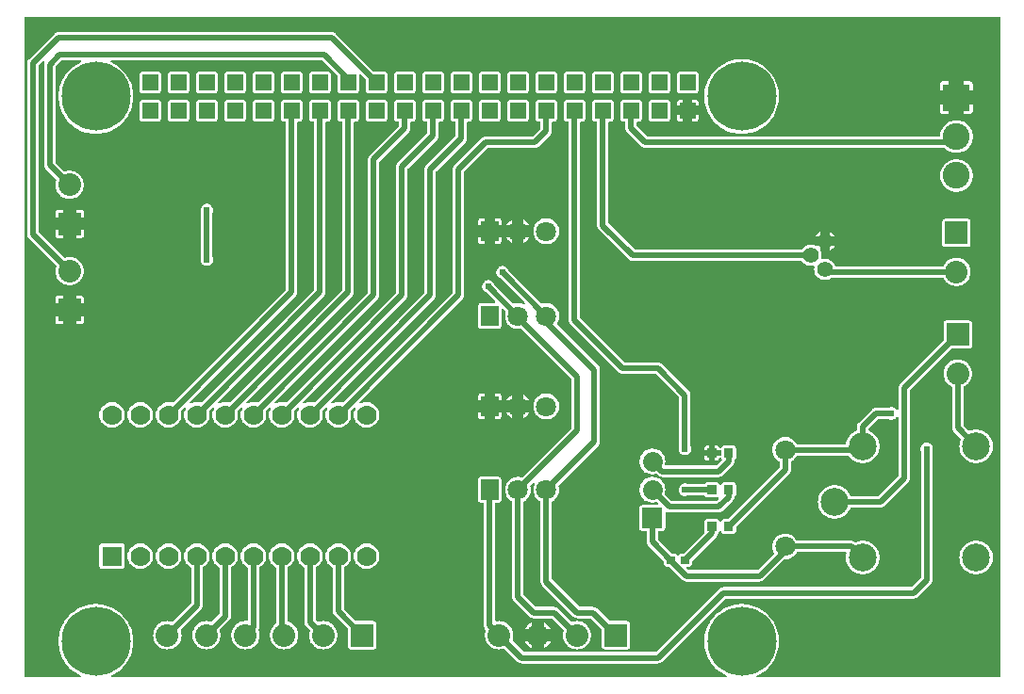
<source format=gtl>
G04 Layer: TopLayer*
G04 EasyEDA v6.4.25, 2021-11-05T10:47:30--3:00*
G04 159a448e8e33406d94cad16c6973356b,c2117e28123c44379a42240d4d7dbbcc,10*
G04 Gerber Generator version 0.2*
G04 Scale: 100 percent, Rotated: No, Reflected: No *
G04 Dimensions in millimeters *
G04 leading zeros omitted , absolute positions ,4 integer and 5 decimal *
%FSLAX45Y45*%
%MOMM*%

%ADD11C,0.5000*%
%ADD12C,0.6096*%
%ADD15C,1.8000*%
%ADD17R,2.0320X2.0320*%
%ADD18C,2.0320*%
%ADD19R,2.4130X2.4130*%
%ADD20C,2.4130*%
%ADD21C,2.5000*%
%ADD22C,1.7780*%
%ADD23R,1.7780X1.7780*%
%ADD24C,6.2001*%
%ADD27C,1.4097*%

%LPD*%
G36*
X1560068Y-634492D02*
G01*
X1556156Y-633730D01*
X1552905Y-631494D01*
X1550670Y-628243D01*
X1549908Y-624332D01*
X1549908Y5297932D01*
X1550670Y5301843D01*
X1552905Y5305094D01*
X1556156Y5307330D01*
X1560068Y5308092D01*
X10301732Y5308092D01*
X10305643Y5307330D01*
X10308894Y5305094D01*
X10311130Y5301843D01*
X10311892Y5297932D01*
X10311892Y-624332D01*
X10311130Y-628243D01*
X10308894Y-631494D01*
X10305643Y-633730D01*
X10301732Y-634492D01*
X8135112Y-634492D01*
X8130743Y-633476D01*
X8127187Y-630682D01*
X8125206Y-626668D01*
X8125206Y-622147D01*
X8127136Y-618083D01*
X8130590Y-615238D01*
X8151317Y-604977D01*
X8173415Y-591820D01*
X8194497Y-577037D01*
X8214309Y-560628D01*
X8232851Y-542798D01*
X8249970Y-523595D01*
X8265566Y-503123D01*
X8279587Y-481533D01*
X8291880Y-458927D01*
X8302396Y-435457D01*
X8311083Y-411226D01*
X8317890Y-386435D01*
X8322818Y-361137D01*
X8325764Y-335584D01*
X8326729Y-309880D01*
X8325764Y-284175D01*
X8322818Y-258622D01*
X8317890Y-233324D01*
X8311083Y-208534D01*
X8302396Y-184302D01*
X8291880Y-160832D01*
X8279587Y-138226D01*
X8265566Y-116636D01*
X8249970Y-96164D01*
X8232851Y-76962D01*
X8214309Y-59131D01*
X8194497Y-42722D01*
X8173415Y-27940D01*
X8151317Y-14782D01*
X8128253Y-3352D01*
X8104378Y6248D01*
X8079841Y14020D01*
X8054797Y19862D01*
X8029346Y23825D01*
X8003692Y25755D01*
X7977987Y25755D01*
X7952333Y23825D01*
X7926882Y19862D01*
X7901838Y14020D01*
X7877302Y6248D01*
X7853425Y-3352D01*
X7830362Y-14782D01*
X7808264Y-27940D01*
X7787182Y-42722D01*
X7767370Y-59131D01*
X7748828Y-76962D01*
X7731709Y-96164D01*
X7716113Y-116636D01*
X7702092Y-138226D01*
X7689799Y-160832D01*
X7679283Y-184302D01*
X7670596Y-208534D01*
X7663789Y-233324D01*
X7658862Y-258622D01*
X7655915Y-284175D01*
X7654950Y-309880D01*
X7655915Y-335584D01*
X7658862Y-361137D01*
X7663789Y-386435D01*
X7670596Y-411226D01*
X7679283Y-435457D01*
X7689799Y-458927D01*
X7702092Y-481533D01*
X7716113Y-503123D01*
X7731709Y-523595D01*
X7748828Y-542798D01*
X7767370Y-560628D01*
X7787182Y-577037D01*
X7808264Y-591820D01*
X7830362Y-604977D01*
X7851089Y-615238D01*
X7854543Y-618083D01*
X7856474Y-622147D01*
X7856474Y-626668D01*
X7854492Y-630682D01*
X7850936Y-633476D01*
X7846568Y-634492D01*
X2336292Y-634492D01*
X2331923Y-633476D01*
X2328367Y-630682D01*
X2326386Y-626668D01*
X2326386Y-622147D01*
X2328316Y-618083D01*
X2331770Y-615238D01*
X2352497Y-604977D01*
X2374595Y-591820D01*
X2395677Y-577037D01*
X2415489Y-560628D01*
X2434031Y-542798D01*
X2451150Y-523595D01*
X2466746Y-503123D01*
X2480767Y-481533D01*
X2493060Y-458927D01*
X2503576Y-435457D01*
X2512263Y-411226D01*
X2519070Y-386435D01*
X2523998Y-361137D01*
X2526944Y-335584D01*
X2527909Y-309880D01*
X2526944Y-284175D01*
X2523998Y-258622D01*
X2519070Y-233324D01*
X2512263Y-208534D01*
X2503576Y-184302D01*
X2493060Y-160832D01*
X2480767Y-138226D01*
X2466746Y-116636D01*
X2451150Y-96164D01*
X2434031Y-76962D01*
X2415489Y-59131D01*
X2395677Y-42722D01*
X2374595Y-27940D01*
X2352497Y-14782D01*
X2329434Y-3352D01*
X2305558Y6248D01*
X2281021Y14020D01*
X2255977Y19862D01*
X2230526Y23825D01*
X2204872Y25755D01*
X2179167Y25755D01*
X2153513Y23825D01*
X2128062Y19862D01*
X2103018Y14020D01*
X2078482Y6248D01*
X2054606Y-3352D01*
X2031542Y-14782D01*
X2009444Y-27940D01*
X1988362Y-42722D01*
X1968550Y-59131D01*
X1950008Y-76962D01*
X1932889Y-96164D01*
X1917293Y-116636D01*
X1903272Y-138226D01*
X1890979Y-160832D01*
X1880463Y-184302D01*
X1871776Y-208534D01*
X1864969Y-233324D01*
X1860042Y-258622D01*
X1857095Y-284175D01*
X1856130Y-309880D01*
X1857095Y-335584D01*
X1860042Y-361137D01*
X1864969Y-386435D01*
X1871776Y-411226D01*
X1880463Y-435457D01*
X1890979Y-458927D01*
X1903272Y-481533D01*
X1917293Y-503123D01*
X1932889Y-523595D01*
X1950008Y-542798D01*
X1968550Y-560628D01*
X1988362Y-577037D01*
X2009444Y-591820D01*
X2031542Y-604977D01*
X2052269Y-615238D01*
X2055723Y-618083D01*
X2057654Y-622147D01*
X2057654Y-626668D01*
X2055672Y-630682D01*
X2052116Y-633476D01*
X2047748Y-634492D01*
G37*

%LPC*%
G36*
X9772142Y4646269D02*
G01*
X9852050Y4646269D01*
X9852050Y4726178D01*
X9798608Y4726178D01*
X9792309Y4725466D01*
X9786823Y4723536D01*
X9781946Y4720488D01*
X9777831Y4716373D01*
X9774783Y4711496D01*
X9772853Y4706010D01*
X9772142Y4699711D01*
G37*
G36*
X9985400Y4646269D02*
G01*
X10065258Y4646269D01*
X10065258Y4699711D01*
X10064546Y4706010D01*
X10062616Y4711496D01*
X10059568Y4716373D01*
X10055453Y4720488D01*
X10050576Y4723536D01*
X10045090Y4725466D01*
X10038791Y4726178D01*
X9985400Y4726178D01*
G37*
G36*
X6016193Y-508101D02*
G01*
X7238796Y-508101D01*
X7243419Y-507898D01*
X7247839Y-507339D01*
X7252157Y-506374D01*
X7256424Y-505053D01*
X7260488Y-503326D01*
X7264450Y-501294D01*
X7268209Y-498906D01*
X7271715Y-496214D01*
X7275169Y-493064D01*
X7841335Y73101D01*
X7844586Y75336D01*
X7848498Y76098D01*
X9537496Y76098D01*
X9542119Y76301D01*
X9546539Y76860D01*
X9550857Y77825D01*
X9555124Y79146D01*
X9559188Y80873D01*
X9563150Y82905D01*
X9566910Y85293D01*
X9570415Y87985D01*
X9573869Y91135D01*
X9687864Y205130D01*
X9691014Y208584D01*
X9693706Y212090D01*
X9696094Y215849D01*
X9698126Y219811D01*
X9699853Y223875D01*
X9701174Y228142D01*
X9702139Y232460D01*
X9702698Y236880D01*
X9702901Y241503D01*
X9702901Y1396492D01*
X9703866Y1400810D01*
X9704933Y1403146D01*
X9707473Y1412595D01*
X9708337Y1422400D01*
X9707473Y1432204D01*
X9704933Y1441653D01*
X9700818Y1450594D01*
X9695180Y1458620D01*
X9688220Y1465580D01*
X9680194Y1471218D01*
X9671253Y1475333D01*
X9661804Y1477873D01*
X9652000Y1478737D01*
X9642195Y1477873D01*
X9632746Y1475333D01*
X9623806Y1471218D01*
X9615779Y1465580D01*
X9608820Y1458620D01*
X9603181Y1450594D01*
X9599066Y1441653D01*
X9596526Y1432204D01*
X9595662Y1422400D01*
X9596526Y1412595D01*
X9599066Y1403146D01*
X9600133Y1400810D01*
X9601098Y1396492D01*
X9601098Y266598D01*
X9600336Y262686D01*
X9598101Y259435D01*
X9519564Y180898D01*
X9516313Y178663D01*
X9512401Y177901D01*
X7823403Y177901D01*
X7818780Y177698D01*
X7814360Y177139D01*
X7810042Y176174D01*
X7805775Y174853D01*
X7801711Y173126D01*
X7797749Y171094D01*
X7793990Y168706D01*
X7790484Y166014D01*
X7787030Y162864D01*
X7220864Y-403301D01*
X7217613Y-405536D01*
X7213701Y-406298D01*
X6041288Y-406298D01*
X6037376Y-405536D01*
X6034125Y-403301D01*
X5935878Y-305054D01*
X5933795Y-302056D01*
X5932881Y-298500D01*
X5933338Y-294894D01*
X5936589Y-284530D01*
X5939332Y-269392D01*
X5940298Y-254000D01*
X5939332Y-238607D01*
X5936589Y-223469D01*
X5932017Y-208788D01*
X5925667Y-194767D01*
X5917692Y-181559D01*
X5908192Y-169468D01*
X5897321Y-158597D01*
X5885230Y-149098D01*
X5872022Y-141122D01*
X5858002Y-134772D01*
X5843320Y-130200D01*
X5828182Y-127457D01*
X5812790Y-126492D01*
X5797397Y-127457D01*
X5790590Y-128676D01*
X5786170Y-128524D01*
X5782259Y-126492D01*
X5779566Y-122986D01*
X5778601Y-118719D01*
X5778601Y928014D01*
X5779363Y931926D01*
X5781598Y935228D01*
X5784900Y937412D01*
X5788761Y938174D01*
X5805881Y938174D01*
X5812180Y938885D01*
X5817666Y940816D01*
X5822543Y943914D01*
X5826658Y947978D01*
X5829706Y952906D01*
X5831636Y958342D01*
X5832348Y964692D01*
X5832348Y1143508D01*
X5831636Y1149858D01*
X5829706Y1155293D01*
X5826658Y1160221D01*
X5822543Y1164285D01*
X5817666Y1167384D01*
X5812180Y1169314D01*
X5805881Y1170025D01*
X5649518Y1170025D01*
X5643219Y1169314D01*
X5637733Y1167384D01*
X5632856Y1164285D01*
X5628741Y1160221D01*
X5625693Y1155293D01*
X5623763Y1149858D01*
X5623052Y1143508D01*
X5623052Y964692D01*
X5623763Y958342D01*
X5625693Y952906D01*
X5628741Y947978D01*
X5632856Y943914D01*
X5637733Y940816D01*
X5643219Y938885D01*
X5649518Y938174D01*
X5666638Y938174D01*
X5670499Y937412D01*
X5673801Y935228D01*
X5676036Y931926D01*
X5676798Y928014D01*
X5676798Y-168706D01*
X5677001Y-173329D01*
X5677560Y-177749D01*
X5678525Y-182067D01*
X5679846Y-186334D01*
X5681573Y-190398D01*
X5683605Y-194360D01*
X5685891Y-197916D01*
X5690412Y-203352D01*
X5692089Y-206248D01*
X5692749Y-209550D01*
X5692292Y-212902D01*
X5688990Y-223469D01*
X5686247Y-238607D01*
X5685282Y-254000D01*
X5686247Y-269392D01*
X5688990Y-284530D01*
X5693562Y-299212D01*
X5699912Y-313232D01*
X5707888Y-326440D01*
X5717387Y-338531D01*
X5728258Y-349402D01*
X5740349Y-358902D01*
X5753557Y-366877D01*
X5767578Y-373227D01*
X5782259Y-377799D01*
X5797397Y-380542D01*
X5812790Y-381508D01*
X5828182Y-380542D01*
X5843320Y-377799D01*
X5853684Y-374548D01*
X5857290Y-374091D01*
X5860846Y-375005D01*
X5863844Y-377088D01*
X5979820Y-493064D01*
X5983274Y-496214D01*
X5986780Y-498906D01*
X5990539Y-501294D01*
X5994501Y-503326D01*
X5998565Y-505053D01*
X6002832Y-506374D01*
X6007150Y-507339D01*
X6011570Y-507898D01*
G37*
G36*
X2609545Y4620107D02*
G01*
X2749854Y4620107D01*
X2756204Y4620869D01*
X2761640Y4622749D01*
X2766568Y4625848D01*
X2770632Y4629912D01*
X2773730Y4634839D01*
X2775610Y4640275D01*
X2776372Y4646625D01*
X2776372Y4786934D01*
X2775610Y4793284D01*
X2773730Y4798720D01*
X2770632Y4803648D01*
X2766568Y4807712D01*
X2761640Y4810810D01*
X2756204Y4812690D01*
X2749854Y4813401D01*
X2609545Y4813401D01*
X2603195Y4812690D01*
X2597759Y4810810D01*
X2592832Y4807712D01*
X2588768Y4803648D01*
X2585669Y4798720D01*
X2583789Y4793284D01*
X2583027Y4786934D01*
X2583027Y4646625D01*
X2583789Y4640275D01*
X2585669Y4634839D01*
X2588768Y4629912D01*
X2592832Y4625848D01*
X2597759Y4622749D01*
X2603195Y4620869D01*
G37*
G36*
X3882390Y-381508D02*
G01*
X3897782Y-380542D01*
X3912920Y-377799D01*
X3927601Y-373227D01*
X3941622Y-366877D01*
X3954830Y-358902D01*
X3966921Y-349402D01*
X3977792Y-338531D01*
X3987292Y-326440D01*
X3995267Y-313232D01*
X4001617Y-299212D01*
X4006189Y-284530D01*
X4008932Y-269392D01*
X4009898Y-254000D01*
X4008932Y-238607D01*
X4006189Y-223469D01*
X4001617Y-208788D01*
X3995267Y-194767D01*
X3987292Y-181559D01*
X3977792Y-169468D01*
X3966921Y-158597D01*
X3954830Y-149098D01*
X3941622Y-141122D01*
X3927601Y-134772D01*
X3918864Y-132080D01*
X3915156Y-129997D01*
X3912615Y-126542D01*
X3911701Y-122377D01*
X3911701Y348234D01*
X3912260Y351586D01*
X3913886Y354533D01*
X3916426Y356819D01*
X3928262Y364337D01*
X3939387Y373532D01*
X3949242Y384048D01*
X3957726Y395681D01*
X3964686Y408330D01*
X3969969Y421741D01*
X3973576Y435711D01*
X3975354Y449986D01*
X3975354Y464413D01*
X3973576Y478688D01*
X3969969Y492658D01*
X3964686Y506069D01*
X3957726Y518718D01*
X3949242Y530352D01*
X3939387Y540867D01*
X3928262Y550062D01*
X3916121Y557784D01*
X3903065Y563930D01*
X3889349Y568401D01*
X3875176Y571093D01*
X3860800Y572008D01*
X3846423Y571093D01*
X3832250Y568401D01*
X3818534Y563930D01*
X3805478Y557784D01*
X3793337Y550062D01*
X3782212Y540867D01*
X3772357Y530352D01*
X3763873Y518718D01*
X3756914Y506069D01*
X3751630Y492658D01*
X3748024Y478688D01*
X3746246Y464413D01*
X3746246Y449986D01*
X3748024Y435711D01*
X3751630Y421741D01*
X3756914Y408330D01*
X3763873Y395681D01*
X3772357Y384048D01*
X3782212Y373532D01*
X3793337Y364337D01*
X3805174Y356819D01*
X3807714Y354533D01*
X3809339Y351586D01*
X3809898Y348234D01*
X3809898Y-144170D01*
X3809441Y-147218D01*
X3808069Y-149961D01*
X3805986Y-152196D01*
X3797858Y-158597D01*
X3786987Y-169468D01*
X3777487Y-181559D01*
X3769512Y-194767D01*
X3763162Y-208788D01*
X3758590Y-223469D01*
X3755847Y-238607D01*
X3754882Y-254000D01*
X3755847Y-269392D01*
X3758590Y-284530D01*
X3763162Y-299212D01*
X3769512Y-313232D01*
X3777487Y-326440D01*
X3786987Y-338531D01*
X3797858Y-349402D01*
X3809949Y-358902D01*
X3823157Y-366877D01*
X3837178Y-373227D01*
X3851859Y-377799D01*
X3866997Y-380542D01*
G37*
G36*
X3534410Y-381508D02*
G01*
X3549802Y-380542D01*
X3564940Y-377799D01*
X3579622Y-373227D01*
X3593642Y-366877D01*
X3606850Y-358902D01*
X3618941Y-349402D01*
X3629812Y-338531D01*
X3639312Y-326440D01*
X3647287Y-313232D01*
X3653637Y-299212D01*
X3658209Y-284530D01*
X3660952Y-269392D01*
X3661918Y-254000D01*
X3660952Y-238607D01*
X3658209Y-223469D01*
X3653434Y-208229D01*
X3652977Y-205028D01*
X3653536Y-201879D01*
X3655974Y-194665D01*
X3656939Y-190449D01*
X3657498Y-186029D01*
X3657701Y-181406D01*
X3657701Y348234D01*
X3658260Y351586D01*
X3659886Y354533D01*
X3662426Y356819D01*
X3674262Y364337D01*
X3685387Y373532D01*
X3695242Y384048D01*
X3703726Y395681D01*
X3710686Y408330D01*
X3715969Y421741D01*
X3719576Y435711D01*
X3721354Y449986D01*
X3721354Y464413D01*
X3719576Y478688D01*
X3715969Y492658D01*
X3710686Y506069D01*
X3703726Y518718D01*
X3695242Y530352D01*
X3685387Y540867D01*
X3674262Y550062D01*
X3662121Y557784D01*
X3649065Y563930D01*
X3635349Y568401D01*
X3621176Y571093D01*
X3606800Y572008D01*
X3592423Y571093D01*
X3578250Y568401D01*
X3564534Y563930D01*
X3551478Y557784D01*
X3539337Y550062D01*
X3528212Y540867D01*
X3518357Y530352D01*
X3509873Y518718D01*
X3502914Y506069D01*
X3497630Y492658D01*
X3494024Y478688D01*
X3492246Y464413D01*
X3492246Y449986D01*
X3494024Y435711D01*
X3497630Y421741D01*
X3502914Y408330D01*
X3509873Y395681D01*
X3518357Y384048D01*
X3528212Y373532D01*
X3539337Y364337D01*
X3551174Y356819D01*
X3553714Y354533D01*
X3555339Y351586D01*
X3555898Y348234D01*
X3555898Y-116992D01*
X3555034Y-121056D01*
X3552698Y-124409D01*
X3549192Y-126593D01*
X3545128Y-127152D01*
X3534410Y-126492D01*
X3519017Y-127457D01*
X3503879Y-130200D01*
X3489198Y-134772D01*
X3475177Y-141122D01*
X3461969Y-149098D01*
X3449878Y-158597D01*
X3439007Y-169468D01*
X3429508Y-181559D01*
X3421532Y-194767D01*
X3415182Y-208788D01*
X3410610Y-223469D01*
X3407867Y-238607D01*
X3406901Y-254000D01*
X3407867Y-269392D01*
X3410610Y-284530D01*
X3415182Y-299212D01*
X3421532Y-313232D01*
X3429508Y-326440D01*
X3439007Y-338531D01*
X3449878Y-349402D01*
X3461969Y-358902D01*
X3475177Y-366877D01*
X3489198Y-373227D01*
X3503879Y-377799D01*
X3519017Y-380542D01*
G37*
G36*
X4232910Y-381508D02*
G01*
X4248302Y-380542D01*
X4263440Y-377799D01*
X4278122Y-373227D01*
X4292142Y-366877D01*
X4305350Y-358902D01*
X4317441Y-349402D01*
X4328312Y-338531D01*
X4337812Y-326440D01*
X4345787Y-313232D01*
X4352137Y-299212D01*
X4356709Y-284530D01*
X4359452Y-269392D01*
X4360418Y-254000D01*
X4359452Y-238607D01*
X4356709Y-223469D01*
X4352137Y-208788D01*
X4345787Y-194767D01*
X4337812Y-181559D01*
X4328312Y-169468D01*
X4317441Y-158597D01*
X4305350Y-149098D01*
X4292142Y-141122D01*
X4278122Y-134772D01*
X4263440Y-130200D01*
X4248302Y-127457D01*
X4232910Y-126492D01*
X4217517Y-127457D01*
X4202379Y-130200D01*
X4192015Y-133451D01*
X4188409Y-133908D01*
X4184853Y-132994D01*
X4181856Y-130911D01*
X4168698Y-117754D01*
X4166463Y-114503D01*
X4165701Y-110591D01*
X4165701Y348234D01*
X4166260Y351586D01*
X4167886Y354533D01*
X4170426Y356819D01*
X4182262Y364337D01*
X4193387Y373532D01*
X4203242Y384048D01*
X4211726Y395681D01*
X4218686Y408330D01*
X4223969Y421741D01*
X4227576Y435711D01*
X4229354Y449986D01*
X4229354Y464413D01*
X4227576Y478688D01*
X4223969Y492658D01*
X4218686Y506069D01*
X4211726Y518718D01*
X4203242Y530352D01*
X4193387Y540867D01*
X4182262Y550062D01*
X4170121Y557784D01*
X4157065Y563930D01*
X4143349Y568401D01*
X4129176Y571093D01*
X4114800Y572008D01*
X4100423Y571093D01*
X4086250Y568401D01*
X4072534Y563930D01*
X4059478Y557784D01*
X4047337Y550062D01*
X4036212Y540867D01*
X4026357Y530352D01*
X4017873Y518718D01*
X4010914Y506069D01*
X4005630Y492658D01*
X4002024Y478688D01*
X4000246Y464413D01*
X4000246Y449986D01*
X4002024Y435711D01*
X4005630Y421741D01*
X4010914Y408330D01*
X4017873Y395681D01*
X4026357Y384048D01*
X4036212Y373532D01*
X4047337Y364337D01*
X4059174Y356819D01*
X4061714Y354533D01*
X4063339Y351586D01*
X4063898Y348234D01*
X4063898Y-135686D01*
X4064101Y-140309D01*
X4064660Y-144729D01*
X4065625Y-149047D01*
X4066946Y-153314D01*
X4068673Y-157378D01*
X4070705Y-161340D01*
X4073093Y-165100D01*
X4075785Y-168605D01*
X4078935Y-172059D01*
X4109821Y-202946D01*
X4111904Y-205943D01*
X4112818Y-209499D01*
X4112361Y-213106D01*
X4109110Y-223469D01*
X4106367Y-238607D01*
X4105401Y-254000D01*
X4106367Y-269392D01*
X4109110Y-284530D01*
X4113682Y-299212D01*
X4120032Y-313232D01*
X4128008Y-326440D01*
X4137507Y-338531D01*
X4148378Y-349402D01*
X4160469Y-358902D01*
X4173677Y-366877D01*
X4187698Y-373227D01*
X4202379Y-377799D01*
X4217517Y-380542D01*
G37*
G36*
X3183890Y-381508D02*
G01*
X3199282Y-380542D01*
X3214420Y-377799D01*
X3229102Y-373227D01*
X3243122Y-366877D01*
X3256330Y-358902D01*
X3268421Y-349402D01*
X3279292Y-338531D01*
X3288792Y-326440D01*
X3296767Y-313232D01*
X3303117Y-299212D01*
X3307689Y-284530D01*
X3310432Y-269392D01*
X3311398Y-254000D01*
X3310432Y-238607D01*
X3307689Y-223469D01*
X3304438Y-213106D01*
X3303981Y-209499D01*
X3304895Y-205943D01*
X3306978Y-202946D01*
X3388664Y-121259D01*
X3391814Y-117805D01*
X3394506Y-114300D01*
X3396894Y-110540D01*
X3398926Y-106578D01*
X3400653Y-102514D01*
X3401974Y-98247D01*
X3402939Y-93929D01*
X3403498Y-89509D01*
X3403701Y-84886D01*
X3403701Y348234D01*
X3404260Y351586D01*
X3405886Y354533D01*
X3408426Y356819D01*
X3420262Y364337D01*
X3431387Y373532D01*
X3441242Y384048D01*
X3449726Y395681D01*
X3456686Y408330D01*
X3461969Y421741D01*
X3465576Y435711D01*
X3467354Y449986D01*
X3467354Y464413D01*
X3465576Y478688D01*
X3461969Y492658D01*
X3456686Y506069D01*
X3449726Y518718D01*
X3441242Y530352D01*
X3431387Y540867D01*
X3420262Y550062D01*
X3408121Y557784D01*
X3395065Y563930D01*
X3381349Y568401D01*
X3367176Y571093D01*
X3352800Y572008D01*
X3338423Y571093D01*
X3324250Y568401D01*
X3310534Y563930D01*
X3297478Y557784D01*
X3285337Y550062D01*
X3274212Y540867D01*
X3264357Y530352D01*
X3255873Y518718D01*
X3248914Y506069D01*
X3243630Y492658D01*
X3240024Y478688D01*
X3238246Y464413D01*
X3238246Y449986D01*
X3240024Y435711D01*
X3243630Y421741D01*
X3248914Y408330D01*
X3255873Y395681D01*
X3264357Y384048D01*
X3274212Y373532D01*
X3285337Y364337D01*
X3297174Y356819D01*
X3299714Y354533D01*
X3301339Y351586D01*
X3301898Y348234D01*
X3301898Y-59791D01*
X3301136Y-63703D01*
X3298901Y-66954D01*
X3234944Y-130911D01*
X3231946Y-132994D01*
X3228390Y-133908D01*
X3224784Y-133451D01*
X3214420Y-130200D01*
X3199282Y-127457D01*
X3183890Y-126492D01*
X3168497Y-127457D01*
X3153359Y-130200D01*
X3138678Y-134772D01*
X3124657Y-141122D01*
X3111449Y-149098D01*
X3099358Y-158597D01*
X3088487Y-169468D01*
X3078988Y-181559D01*
X3071012Y-194767D01*
X3064662Y-208788D01*
X3060090Y-223469D01*
X3057347Y-238607D01*
X3056382Y-254000D01*
X3057347Y-269392D01*
X3060090Y-284530D01*
X3064662Y-299212D01*
X3071012Y-313232D01*
X3078988Y-326440D01*
X3088487Y-338531D01*
X3099358Y-349402D01*
X3111449Y-358902D01*
X3124657Y-366877D01*
X3138678Y-373227D01*
X3153359Y-377799D01*
X3168497Y-380542D01*
G37*
G36*
X4482388Y-381508D02*
G01*
X4684471Y-381508D01*
X4690770Y-380796D01*
X4696256Y-378866D01*
X4701133Y-375818D01*
X4705248Y-371703D01*
X4708296Y-366826D01*
X4710226Y-361340D01*
X4710938Y-355041D01*
X4710938Y-152958D01*
X4710226Y-146659D01*
X4708296Y-141173D01*
X4705248Y-136296D01*
X4701133Y-132181D01*
X4696256Y-129133D01*
X4690770Y-127203D01*
X4684471Y-126492D01*
X4532122Y-126492D01*
X4528261Y-125730D01*
X4524959Y-123494D01*
X4422698Y-21234D01*
X4420463Y-17983D01*
X4419701Y-14071D01*
X4419701Y348234D01*
X4420260Y351586D01*
X4421886Y354533D01*
X4424426Y356819D01*
X4436262Y364337D01*
X4447387Y373532D01*
X4457242Y384048D01*
X4465726Y395681D01*
X4472686Y408330D01*
X4477969Y421741D01*
X4481576Y435711D01*
X4483354Y449986D01*
X4483354Y464413D01*
X4481576Y478688D01*
X4477969Y492658D01*
X4472686Y506069D01*
X4465726Y518718D01*
X4457242Y530352D01*
X4447387Y540867D01*
X4436262Y550062D01*
X4424121Y557784D01*
X4411065Y563930D01*
X4397349Y568401D01*
X4383176Y571093D01*
X4368800Y572008D01*
X4354423Y571093D01*
X4340250Y568401D01*
X4326534Y563930D01*
X4313478Y557784D01*
X4301337Y550062D01*
X4290212Y540867D01*
X4280357Y530352D01*
X4271873Y518718D01*
X4264914Y506069D01*
X4259630Y492658D01*
X4256024Y478688D01*
X4254246Y464413D01*
X4254246Y449986D01*
X4256024Y435711D01*
X4259630Y421741D01*
X4264914Y408330D01*
X4271873Y395681D01*
X4280357Y384048D01*
X4290212Y373532D01*
X4301337Y364337D01*
X4313174Y356819D01*
X4315714Y354533D01*
X4317339Y351586D01*
X4317898Y348234D01*
X4317898Y-39166D01*
X4318101Y-43789D01*
X4318660Y-48209D01*
X4319625Y-52527D01*
X4320946Y-56794D01*
X4322673Y-60858D01*
X4324705Y-64820D01*
X4327093Y-68580D01*
X4329785Y-72085D01*
X4332935Y-75539D01*
X4452924Y-195529D01*
X4455160Y-198831D01*
X4455922Y-202692D01*
X4455922Y-355041D01*
X4456633Y-361340D01*
X4458563Y-366826D01*
X4461611Y-371703D01*
X4465726Y-375818D01*
X4470603Y-378866D01*
X4476089Y-380796D01*
G37*
G36*
X2833370Y-381508D02*
G01*
X2848762Y-380542D01*
X2863900Y-377799D01*
X2878582Y-373227D01*
X2892602Y-366877D01*
X2905810Y-358902D01*
X2917901Y-349402D01*
X2928772Y-338531D01*
X2938272Y-326440D01*
X2946247Y-313232D01*
X2952597Y-299212D01*
X2957169Y-284530D01*
X2959912Y-269392D01*
X2960878Y-254000D01*
X2959912Y-238607D01*
X2957169Y-223469D01*
X2953918Y-213106D01*
X2953461Y-209499D01*
X2954375Y-205943D01*
X2956458Y-202946D01*
X3134664Y-24739D01*
X3137814Y-21285D01*
X3140506Y-17780D01*
X3142894Y-14020D01*
X3144926Y-10058D01*
X3146653Y-5994D01*
X3147974Y-1727D01*
X3148939Y2590D01*
X3149498Y7010D01*
X3149701Y11633D01*
X3149701Y348234D01*
X3150260Y351586D01*
X3151886Y354533D01*
X3154426Y356819D01*
X3166262Y364337D01*
X3177387Y373532D01*
X3187242Y384048D01*
X3195726Y395681D01*
X3202686Y408330D01*
X3207969Y421741D01*
X3211576Y435711D01*
X3213354Y449986D01*
X3213354Y464413D01*
X3211576Y478688D01*
X3207969Y492658D01*
X3202686Y506069D01*
X3195726Y518718D01*
X3187242Y530352D01*
X3177387Y540867D01*
X3166262Y550062D01*
X3154121Y557784D01*
X3141065Y563930D01*
X3127349Y568401D01*
X3113176Y571093D01*
X3098800Y572008D01*
X3084423Y571093D01*
X3070250Y568401D01*
X3056534Y563930D01*
X3043478Y557784D01*
X3031337Y550062D01*
X3020212Y540867D01*
X3010357Y530352D01*
X3001873Y518718D01*
X2994914Y506069D01*
X2989630Y492658D01*
X2986024Y478688D01*
X2984246Y464413D01*
X2984246Y449986D01*
X2986024Y435711D01*
X2989630Y421741D01*
X2994914Y408330D01*
X3001873Y395681D01*
X3010357Y384048D01*
X3020212Y373532D01*
X3031337Y364337D01*
X3043174Y356819D01*
X3045714Y354533D01*
X3047339Y351586D01*
X3047898Y348234D01*
X3047898Y36728D01*
X3047136Y32816D01*
X3044901Y29565D01*
X2884424Y-130911D01*
X2881426Y-132994D01*
X2877870Y-133908D01*
X2874264Y-133451D01*
X2863900Y-130200D01*
X2848762Y-127457D01*
X2833370Y-126492D01*
X2817977Y-127457D01*
X2802839Y-130200D01*
X2788158Y-134772D01*
X2774137Y-141122D01*
X2760929Y-149098D01*
X2748838Y-158597D01*
X2737967Y-169468D01*
X2728468Y-181559D01*
X2720492Y-194767D01*
X2714142Y-208788D01*
X2709570Y-223469D01*
X2706827Y-238607D01*
X2705862Y-254000D01*
X2706827Y-269392D01*
X2709570Y-284530D01*
X2714142Y-299212D01*
X2720492Y-313232D01*
X2728468Y-326440D01*
X2737967Y-338531D01*
X2748838Y-349402D01*
X2760929Y-358902D01*
X2774137Y-366877D01*
X2788158Y-373227D01*
X2802839Y-377799D01*
X2817977Y-380542D01*
G37*
G36*
X6511290Y-381508D02*
G01*
X6526682Y-380542D01*
X6541820Y-377799D01*
X6556502Y-373227D01*
X6570522Y-366877D01*
X6583730Y-358902D01*
X6595821Y-349402D01*
X6606692Y-338531D01*
X6616192Y-326440D01*
X6624167Y-313232D01*
X6630517Y-299212D01*
X6635089Y-284530D01*
X6637832Y-269392D01*
X6638798Y-254000D01*
X6637832Y-238607D01*
X6635089Y-223469D01*
X6630517Y-208788D01*
X6624167Y-194767D01*
X6616192Y-181559D01*
X6606692Y-169468D01*
X6595821Y-158597D01*
X6583730Y-149098D01*
X6570522Y-141122D01*
X6556502Y-134772D01*
X6541820Y-130200D01*
X6526682Y-127457D01*
X6511290Y-126492D01*
X6495897Y-127457D01*
X6480759Y-130200D01*
X6470396Y-133451D01*
X6466789Y-133908D01*
X6463233Y-132994D01*
X6460236Y-130911D01*
X6344259Y-14935D01*
X6340805Y-11785D01*
X6337300Y-9093D01*
X6333540Y-6705D01*
X6329578Y-4673D01*
X6325514Y-2946D01*
X6321247Y-1625D01*
X6316929Y-660D01*
X6312509Y-101D01*
X6307886Y101D01*
X6146698Y101D01*
X6142786Y863D01*
X6139535Y3098D01*
X6035598Y107035D01*
X6033363Y110286D01*
X6032601Y114198D01*
X6032601Y944118D01*
X6033262Y947623D01*
X6035090Y950721D01*
X6037884Y953008D01*
X6043777Y956259D01*
X6055563Y964793D01*
X6066180Y974750D01*
X6075476Y985977D01*
X6083249Y998270D01*
X6089446Y1011428D01*
X6093968Y1025296D01*
X6096660Y1039571D01*
X6097574Y1054100D01*
X6096660Y1068628D01*
X6093968Y1082903D01*
X6093053Y1085646D01*
X6092596Y1089304D01*
X6093460Y1092911D01*
X6095542Y1095959D01*
X6114846Y1115263D01*
X6118250Y1117498D01*
X6122212Y1118260D01*
X6126124Y1117396D01*
X6129426Y1115060D01*
X6131560Y1111656D01*
X6132220Y1107694D01*
X6131255Y1103782D01*
X6127953Y1096772D01*
X6123432Y1082903D01*
X6120739Y1068628D01*
X6119825Y1054100D01*
X6120739Y1039571D01*
X6123432Y1025296D01*
X6127953Y1011428D01*
X6134150Y998270D01*
X6141923Y985977D01*
X6151219Y974750D01*
X6161836Y964793D01*
X6173622Y956259D01*
X6179515Y953008D01*
X6182309Y950721D01*
X6184138Y947623D01*
X6184798Y944118D01*
X6184798Y228803D01*
X6185001Y224180D01*
X6185560Y219760D01*
X6186525Y215442D01*
X6187846Y211175D01*
X6189573Y207111D01*
X6191605Y203149D01*
X6193993Y199390D01*
X6196685Y195884D01*
X6199835Y192430D01*
X6478930Y-86664D01*
X6482384Y-89814D01*
X6485890Y-92506D01*
X6489649Y-94894D01*
X6493611Y-96926D01*
X6497675Y-98653D01*
X6501942Y-99974D01*
X6506260Y-100939D01*
X6510680Y-101498D01*
X6515303Y-101701D01*
X6633311Y-101701D01*
X6637223Y-102463D01*
X6640474Y-104698D01*
X6731304Y-195529D01*
X6733540Y-198831D01*
X6734302Y-202692D01*
X6734302Y-355041D01*
X6735013Y-361340D01*
X6736943Y-366826D01*
X6739991Y-371703D01*
X6744106Y-375818D01*
X6748983Y-378866D01*
X6754469Y-380796D01*
X6760768Y-381508D01*
X6962851Y-381508D01*
X6969150Y-380796D01*
X6974636Y-378866D01*
X6979513Y-375818D01*
X6983628Y-371703D01*
X6986676Y-366826D01*
X6988606Y-361340D01*
X6989318Y-355041D01*
X6989318Y-152958D01*
X6988606Y-146659D01*
X6986676Y-141173D01*
X6983628Y-136296D01*
X6979513Y-132181D01*
X6974636Y-129133D01*
X6969150Y-127203D01*
X6962851Y-126492D01*
X6810502Y-126492D01*
X6806641Y-125730D01*
X6803339Y-123494D01*
X6694779Y-14935D01*
X6691325Y-11785D01*
X6687820Y-9093D01*
X6684060Y-6705D01*
X6680098Y-4673D01*
X6676034Y-2946D01*
X6671767Y-1625D01*
X6667449Y-660D01*
X6663029Y-101D01*
X6658406Y101D01*
X6540398Y101D01*
X6536486Y863D01*
X6533235Y3098D01*
X6289598Y246735D01*
X6287363Y249986D01*
X6286601Y253898D01*
X6286601Y944118D01*
X6287262Y947623D01*
X6289090Y950721D01*
X6291884Y953008D01*
X6297777Y956259D01*
X6309563Y964793D01*
X6320180Y974750D01*
X6329476Y985977D01*
X6337249Y998270D01*
X6343446Y1011428D01*
X6347968Y1025296D01*
X6350660Y1039571D01*
X6351574Y1054100D01*
X6350660Y1068628D01*
X6347968Y1082903D01*
X6347053Y1085646D01*
X6346596Y1089304D01*
X6347460Y1092911D01*
X6349542Y1095959D01*
X6703364Y1449730D01*
X6706514Y1453184D01*
X6709206Y1456690D01*
X6711594Y1460449D01*
X6713626Y1464411D01*
X6715353Y1468475D01*
X6716674Y1472742D01*
X6717639Y1477060D01*
X6718198Y1481480D01*
X6718401Y1486103D01*
X6718401Y2133396D01*
X6718198Y2138019D01*
X6717639Y2142439D01*
X6716674Y2146757D01*
X6715353Y2151024D01*
X6713626Y2155088D01*
X6711594Y2159050D01*
X6709206Y2162810D01*
X6706514Y2166315D01*
X6703364Y2169769D01*
X6333490Y2539593D01*
X6331508Y2542387D01*
X6330594Y2545689D01*
X6330797Y2549093D01*
X6332067Y2552242D01*
X6337249Y2560370D01*
X6343446Y2573528D01*
X6347968Y2587396D01*
X6350660Y2601671D01*
X6351574Y2616200D01*
X6350660Y2630728D01*
X6347968Y2645003D01*
X6343446Y2658872D01*
X6337249Y2672029D01*
X6329476Y2684322D01*
X6320180Y2695549D01*
X6309563Y2705506D01*
X6297777Y2714040D01*
X6285026Y2721051D01*
X6271514Y2726436D01*
X6257391Y2730042D01*
X6242964Y2731871D01*
X6228435Y2731871D01*
X6214008Y2730042D01*
X6203594Y2727350D01*
X6200089Y2727096D01*
X6196736Y2728010D01*
X6193891Y2730042D01*
X5896406Y3027476D01*
X5894374Y3030372D01*
X5890818Y3038094D01*
X5885180Y3046120D01*
X5878220Y3053080D01*
X5870194Y3058718D01*
X5861253Y3062833D01*
X5851804Y3065373D01*
X5842000Y3066237D01*
X5832195Y3065373D01*
X5822746Y3062833D01*
X5813806Y3058718D01*
X5805779Y3053080D01*
X5798820Y3046120D01*
X5793181Y3038094D01*
X5789066Y3029153D01*
X5786526Y3019704D01*
X5785662Y3009900D01*
X5786526Y3000095D01*
X5789066Y2990646D01*
X5793181Y2981706D01*
X5798820Y2973679D01*
X5805779Y2966720D01*
X5813806Y2961081D01*
X5821527Y2957525D01*
X5824423Y2955493D01*
X6042355Y2737510D01*
X6044590Y2734259D01*
X6045352Y2730398D01*
X6044590Y2726537D01*
X6042456Y2723235D01*
X6039205Y2721000D01*
X6035344Y2720187D01*
X6031433Y2720898D01*
X6017514Y2726436D01*
X6003391Y2730042D01*
X5988964Y2731871D01*
X5974435Y2731871D01*
X5960008Y2730042D01*
X5949594Y2727350D01*
X5946089Y2727096D01*
X5942736Y2728010D01*
X5939891Y2730042D01*
X5769406Y2900476D01*
X5767374Y2903372D01*
X5763818Y2911094D01*
X5758180Y2919120D01*
X5751220Y2926080D01*
X5743194Y2931718D01*
X5734253Y2935833D01*
X5724804Y2938373D01*
X5715000Y2939237D01*
X5705195Y2938373D01*
X5695746Y2935833D01*
X5686806Y2931718D01*
X5678779Y2926080D01*
X5671820Y2919120D01*
X5666181Y2911094D01*
X5662066Y2902153D01*
X5659526Y2892704D01*
X5658662Y2882900D01*
X5659526Y2873095D01*
X5662066Y2863646D01*
X5666181Y2854706D01*
X5671820Y2846679D01*
X5678779Y2839720D01*
X5686806Y2834081D01*
X5694527Y2830525D01*
X5697423Y2828493D01*
X5776468Y2749448D01*
X5778652Y2746146D01*
X5779414Y2742285D01*
X5778652Y2738374D01*
X5776468Y2735072D01*
X5773166Y2732887D01*
X5769254Y2732125D01*
X5649518Y2732125D01*
X5643219Y2731414D01*
X5637733Y2729484D01*
X5632856Y2726385D01*
X5628741Y2722321D01*
X5625693Y2717393D01*
X5623763Y2711958D01*
X5623052Y2705608D01*
X5623052Y2526792D01*
X5623763Y2520442D01*
X5625693Y2515006D01*
X5628741Y2510078D01*
X5632856Y2506014D01*
X5637733Y2502916D01*
X5643219Y2500985D01*
X5649518Y2500274D01*
X5805881Y2500274D01*
X5812180Y2500985D01*
X5817666Y2502916D01*
X5822543Y2506014D01*
X5826658Y2510078D01*
X5829706Y2515006D01*
X5831636Y2520442D01*
X5832348Y2526792D01*
X5832348Y2669032D01*
X5833110Y2672892D01*
X5835345Y2676194D01*
X5838596Y2678430D01*
X5842508Y2679192D01*
X5846419Y2678430D01*
X5849670Y2676194D01*
X5867857Y2658059D01*
X5869940Y2655011D01*
X5870803Y2651404D01*
X5870346Y2647746D01*
X5869432Y2645003D01*
X5866739Y2630728D01*
X5865825Y2616200D01*
X5866739Y2601671D01*
X5869432Y2587396D01*
X5873953Y2573528D01*
X5880150Y2560370D01*
X5887923Y2548077D01*
X5897219Y2536850D01*
X5907836Y2526893D01*
X5919622Y2518359D01*
X5932373Y2511348D01*
X5945886Y2505964D01*
X5960008Y2502357D01*
X5974435Y2500528D01*
X5988964Y2500528D01*
X6003696Y2502458D01*
X6007201Y2502712D01*
X6010554Y2501798D01*
X6013399Y2499766D01*
X6461201Y2051964D01*
X6463436Y2048713D01*
X6464198Y2044801D01*
X6464198Y1612798D01*
X6463436Y1608886D01*
X6461201Y1605635D01*
X6023508Y1167942D01*
X6020663Y1165910D01*
X6017310Y1164996D01*
X6013805Y1165250D01*
X6003391Y1167942D01*
X5988964Y1169771D01*
X5974435Y1169771D01*
X5960008Y1167942D01*
X5945886Y1164336D01*
X5932373Y1158951D01*
X5919622Y1151940D01*
X5907836Y1143406D01*
X5897219Y1133449D01*
X5887923Y1122222D01*
X5880150Y1109929D01*
X5873953Y1096772D01*
X5869432Y1082903D01*
X5866739Y1068628D01*
X5865825Y1054100D01*
X5866739Y1039571D01*
X5869432Y1025296D01*
X5873953Y1011428D01*
X5880150Y998270D01*
X5887923Y985977D01*
X5897219Y974750D01*
X5907836Y964793D01*
X5919622Y956259D01*
X5925515Y953008D01*
X5928309Y950721D01*
X5930138Y947623D01*
X5930798Y944118D01*
X5930798Y89103D01*
X5931001Y84480D01*
X5931560Y80060D01*
X5932525Y75742D01*
X5933846Y71475D01*
X5935573Y67411D01*
X5937605Y63449D01*
X5939993Y59690D01*
X5942685Y56184D01*
X5945835Y52730D01*
X6085230Y-86664D01*
X6088684Y-89814D01*
X6092190Y-92506D01*
X6095949Y-94894D01*
X6099911Y-96926D01*
X6103975Y-98653D01*
X6108242Y-99974D01*
X6112560Y-100939D01*
X6116980Y-101498D01*
X6121603Y-101701D01*
X6282791Y-101701D01*
X6286703Y-102463D01*
X6289954Y-104698D01*
X6388201Y-202946D01*
X6390284Y-205943D01*
X6391198Y-209499D01*
X6390741Y-213106D01*
X6387490Y-223469D01*
X6384747Y-238607D01*
X6383782Y-254000D01*
X6384747Y-269392D01*
X6387490Y-284530D01*
X6392062Y-299212D01*
X6398412Y-313232D01*
X6406388Y-326440D01*
X6415887Y-338531D01*
X6426758Y-349402D01*
X6438849Y-358902D01*
X6452057Y-366877D01*
X6466078Y-373227D01*
X6480759Y-377799D01*
X6495897Y-380542D01*
G37*
G36*
X4895545Y4620107D02*
G01*
X5035854Y4620107D01*
X5042204Y4620869D01*
X5047640Y4622749D01*
X5052568Y4625848D01*
X5056632Y4629912D01*
X5059730Y4634839D01*
X5061610Y4640275D01*
X5062372Y4646625D01*
X5062372Y4786934D01*
X5061610Y4793284D01*
X5059730Y4798720D01*
X5056632Y4803648D01*
X5052568Y4807712D01*
X5047640Y4810810D01*
X5042204Y4812690D01*
X5035854Y4813401D01*
X4895545Y4813401D01*
X4889195Y4812690D01*
X4883759Y4810810D01*
X4878832Y4807712D01*
X4874768Y4803648D01*
X4871669Y4798720D01*
X4869789Y4793284D01*
X4869078Y4786934D01*
X4869078Y4646625D01*
X4869789Y4640275D01*
X4871669Y4634839D01*
X4874768Y4629912D01*
X4878832Y4625848D01*
X4883759Y4622749D01*
X4889195Y4620869D01*
G37*
G36*
X4133545Y4620107D02*
G01*
X4273854Y4620107D01*
X4280204Y4620869D01*
X4285640Y4622749D01*
X4290568Y4625848D01*
X4294632Y4629912D01*
X4297730Y4634839D01*
X4299610Y4640275D01*
X4300372Y4646625D01*
X4300372Y4786934D01*
X4299610Y4793284D01*
X4297730Y4798720D01*
X4294632Y4803648D01*
X4290568Y4807712D01*
X4285640Y4810810D01*
X4280204Y4812690D01*
X4273854Y4813401D01*
X4133545Y4813401D01*
X4127195Y4812690D01*
X4121759Y4810810D01*
X4116832Y4807712D01*
X4112768Y4803648D01*
X4109669Y4798720D01*
X4107789Y4793284D01*
X4107027Y4786934D01*
X4107027Y4646625D01*
X4107789Y4640275D01*
X4109669Y4634839D01*
X4112768Y4629912D01*
X4116832Y4625848D01*
X4121759Y4622749D01*
X4127195Y4620869D01*
G37*
G36*
X6103620Y-367842D02*
G01*
X6103620Y-311150D01*
X6046927Y-311150D01*
X6047892Y-313232D01*
X6055868Y-326440D01*
X6065367Y-338531D01*
X6076238Y-349402D01*
X6088329Y-358902D01*
X6101537Y-366877D01*
G37*
G36*
X6217920Y-367842D02*
G01*
X6220002Y-366877D01*
X6233210Y-358902D01*
X6245301Y-349402D01*
X6256172Y-338531D01*
X6265672Y-326440D01*
X6273647Y-313232D01*
X6274612Y-311150D01*
X6217920Y-311150D01*
G37*
G36*
X6046927Y-196850D02*
G01*
X6103620Y-196850D01*
X6103620Y-140157D01*
X6101537Y-141122D01*
X6088329Y-149098D01*
X6076238Y-158597D01*
X6065367Y-169468D01*
X6055868Y-181559D01*
X6047892Y-194767D01*
G37*
G36*
X6217920Y-196850D02*
G01*
X6274612Y-196850D01*
X6273647Y-194767D01*
X6265672Y-181559D01*
X6256172Y-169468D01*
X6245301Y-158597D01*
X6233210Y-149098D01*
X6220002Y-141122D01*
X6217920Y-140157D01*
G37*
G36*
X6165545Y4620107D02*
G01*
X6305854Y4620107D01*
X6312204Y4620869D01*
X6317640Y4622749D01*
X6322568Y4625848D01*
X6326632Y4629912D01*
X6329730Y4634839D01*
X6331610Y4640275D01*
X6332372Y4646625D01*
X6332372Y4786934D01*
X6331610Y4793284D01*
X6329730Y4798720D01*
X6326632Y4803648D01*
X6322568Y4807712D01*
X6317640Y4810810D01*
X6312204Y4812690D01*
X6305854Y4813401D01*
X6165545Y4813401D01*
X6159195Y4812690D01*
X6153759Y4810810D01*
X6148832Y4807712D01*
X6144768Y4803648D01*
X6141669Y4798720D01*
X6139789Y4793284D01*
X6139078Y4786934D01*
X6139078Y4646625D01*
X6139789Y4640275D01*
X6141669Y4634839D01*
X6144768Y4629912D01*
X6148832Y4625848D01*
X6153759Y4622749D01*
X6159195Y4620869D01*
G37*
G36*
X5911545Y4620107D02*
G01*
X6051854Y4620107D01*
X6058204Y4620869D01*
X6063640Y4622749D01*
X6068568Y4625848D01*
X6072632Y4629912D01*
X6075730Y4634839D01*
X6077610Y4640275D01*
X6078372Y4646625D01*
X6078372Y4786934D01*
X6077610Y4793284D01*
X6075730Y4798720D01*
X6072632Y4803648D01*
X6068568Y4807712D01*
X6063640Y4810810D01*
X6058204Y4812690D01*
X6051854Y4813401D01*
X5911545Y4813401D01*
X5905195Y4812690D01*
X5899759Y4810810D01*
X5894832Y4807712D01*
X5890768Y4803648D01*
X5887669Y4798720D01*
X5885789Y4793284D01*
X5885078Y4786934D01*
X5885078Y4646625D01*
X5885789Y4640275D01*
X5887669Y4634839D01*
X5890768Y4629912D01*
X5894832Y4625848D01*
X5899759Y4622749D01*
X5905195Y4620869D01*
G37*
G36*
X7181545Y4620107D02*
G01*
X7321854Y4620107D01*
X7328204Y4620869D01*
X7333640Y4622749D01*
X7338568Y4625848D01*
X7342631Y4629912D01*
X7345730Y4634839D01*
X7347610Y4640275D01*
X7348372Y4646625D01*
X7348372Y4786934D01*
X7347610Y4793284D01*
X7345730Y4798720D01*
X7342631Y4803648D01*
X7338568Y4807712D01*
X7333640Y4810810D01*
X7328204Y4812690D01*
X7321854Y4813401D01*
X7181545Y4813401D01*
X7175195Y4812690D01*
X7169759Y4810810D01*
X7164831Y4807712D01*
X7160768Y4803648D01*
X7157669Y4798720D01*
X7155789Y4793284D01*
X7155078Y4786934D01*
X7155078Y4646625D01*
X7155789Y4640275D01*
X7157669Y4634839D01*
X7160768Y4629912D01*
X7164831Y4625848D01*
X7169759Y4622749D01*
X7175195Y4620869D01*
G37*
G36*
X7435545Y4620107D02*
G01*
X7575854Y4620107D01*
X7582204Y4620869D01*
X7587640Y4622749D01*
X7592568Y4625848D01*
X7596631Y4629912D01*
X7599730Y4634839D01*
X7601610Y4640275D01*
X7602372Y4646625D01*
X7602372Y4786934D01*
X7601610Y4793284D01*
X7599730Y4798720D01*
X7596631Y4803648D01*
X7592568Y4807712D01*
X7587640Y4810810D01*
X7582204Y4812690D01*
X7575854Y4813401D01*
X7435545Y4813401D01*
X7429195Y4812690D01*
X7423759Y4810810D01*
X7418831Y4807712D01*
X7414768Y4803648D01*
X7411669Y4798720D01*
X7409789Y4793284D01*
X7409078Y4786934D01*
X7409078Y4646625D01*
X7409789Y4640275D01*
X7411669Y4634839D01*
X7414768Y4629912D01*
X7418831Y4625848D01*
X7423759Y4622749D01*
X7429195Y4620869D01*
G37*
G36*
X3879545Y4620107D02*
G01*
X4019854Y4620107D01*
X4026204Y4620869D01*
X4031640Y4622749D01*
X4036568Y4625848D01*
X4040632Y4629912D01*
X4043730Y4634839D01*
X4045610Y4640275D01*
X4046372Y4646625D01*
X4046372Y4786934D01*
X4045610Y4793284D01*
X4043730Y4798720D01*
X4040632Y4803648D01*
X4036568Y4807712D01*
X4031640Y4810810D01*
X4026204Y4812690D01*
X4019854Y4813401D01*
X3879545Y4813401D01*
X3873195Y4812690D01*
X3867759Y4810810D01*
X3862832Y4807712D01*
X3858768Y4803648D01*
X3855669Y4798720D01*
X3853789Y4793284D01*
X3853027Y4786934D01*
X3853027Y4646625D01*
X3853789Y4640275D01*
X3855669Y4634839D01*
X3858768Y4629912D01*
X3862832Y4625848D01*
X3867759Y4622749D01*
X3873195Y4620869D01*
G37*
G36*
X6419545Y4620107D02*
G01*
X6559854Y4620107D01*
X6566204Y4620869D01*
X6571640Y4622749D01*
X6576568Y4625848D01*
X6580631Y4629912D01*
X6583730Y4634839D01*
X6585610Y4640275D01*
X6586372Y4646625D01*
X6586372Y4786934D01*
X6585610Y4793284D01*
X6583730Y4798720D01*
X6580631Y4803648D01*
X6576568Y4807712D01*
X6571640Y4810810D01*
X6566204Y4812690D01*
X6559854Y4813401D01*
X6419545Y4813401D01*
X6413195Y4812690D01*
X6407759Y4810810D01*
X6402832Y4807712D01*
X6398768Y4803648D01*
X6395669Y4798720D01*
X6393789Y4793284D01*
X6393078Y4786934D01*
X6393078Y4646625D01*
X6393789Y4640275D01*
X6395669Y4634839D01*
X6398768Y4629912D01*
X6402832Y4625848D01*
X6407759Y4622749D01*
X6413195Y4620869D01*
G37*
G36*
X7494422Y228498D02*
G01*
X8153196Y228498D01*
X8157819Y228701D01*
X8162239Y229260D01*
X8166557Y230225D01*
X8170824Y231546D01*
X8174888Y233273D01*
X8178850Y235305D01*
X8182609Y237693D01*
X8186115Y240385D01*
X8189569Y243535D01*
X8370265Y424281D01*
X8373872Y426618D01*
X8378088Y427228D01*
X8382000Y427024D01*
X8396528Y427939D01*
X8410803Y430631D01*
X8424672Y435152D01*
X8437829Y441350D01*
X8450122Y449122D01*
X8461349Y458419D01*
X8471306Y469036D01*
X8479840Y480822D01*
X8483092Y486714D01*
X8485378Y489508D01*
X8488476Y491337D01*
X8492032Y491998D01*
X8919819Y491998D01*
X8923528Y491286D01*
X8926677Y489305D01*
X8928963Y486359D01*
X8929979Y482752D01*
X8926474Y461416D01*
X8925560Y444500D01*
X8926474Y427583D01*
X8929319Y410921D01*
X8933992Y394665D01*
X8940495Y379018D01*
X8948674Y364236D01*
X8958478Y350418D01*
X8969756Y337820D01*
X8982354Y326542D01*
X8996172Y316738D01*
X9010954Y308559D01*
X9026601Y302056D01*
X9042857Y297383D01*
X9059519Y294538D01*
X9076436Y293624D01*
X9093352Y294538D01*
X9110014Y297383D01*
X9126270Y302056D01*
X9141917Y308559D01*
X9156700Y316738D01*
X9170517Y326542D01*
X9183116Y337820D01*
X9194393Y350418D01*
X9204198Y364236D01*
X9212376Y379018D01*
X9218879Y394665D01*
X9223552Y410921D01*
X9226397Y427583D01*
X9227312Y444500D01*
X9226397Y461416D01*
X9223552Y478078D01*
X9218879Y494334D01*
X9212376Y509981D01*
X9204198Y524764D01*
X9194393Y538581D01*
X9183116Y551180D01*
X9170517Y562457D01*
X9156700Y572262D01*
X9141917Y580440D01*
X9126270Y586943D01*
X9110014Y591616D01*
X9093352Y594461D01*
X9076436Y595376D01*
X9059519Y594461D01*
X9042857Y591616D01*
X9026601Y586943D01*
X9017457Y583133D01*
X9014256Y582371D01*
X9010954Y582676D01*
X9007957Y584047D01*
X9003436Y586994D01*
X8999524Y589026D01*
X8995460Y590753D01*
X8991193Y592074D01*
X8986875Y593039D01*
X8982456Y593598D01*
X8977833Y593801D01*
X8491982Y593801D01*
X8488476Y594461D01*
X8485378Y596290D01*
X8483092Y599084D01*
X8479840Y604977D01*
X8471306Y616762D01*
X8461349Y627380D01*
X8450122Y636625D01*
X8437829Y644448D01*
X8424672Y650646D01*
X8410803Y655116D01*
X8396528Y657860D01*
X8382000Y658774D01*
X8367471Y657860D01*
X8353196Y655116D01*
X8339328Y650646D01*
X8326170Y644448D01*
X8313877Y636625D01*
X8302650Y627380D01*
X8292693Y616762D01*
X8284159Y604977D01*
X8277148Y592226D01*
X8271764Y578713D01*
X8268157Y564591D01*
X8266328Y550164D01*
X8266328Y535635D01*
X8268157Y521157D01*
X8271764Y507085D01*
X8277148Y493572D01*
X8279993Y488340D01*
X8281212Y484225D01*
X8280603Y479907D01*
X8278266Y476250D01*
X8135264Y333298D01*
X8132013Y331063D01*
X8128101Y330301D01*
X7519466Y330301D01*
X7515606Y331063D01*
X7512303Y333298D01*
X7499756Y345846D01*
X7497521Y349148D01*
X7496759Y353009D01*
X7497521Y356920D01*
X7499756Y360222D01*
X7503058Y362407D01*
X7506919Y363169D01*
X7516063Y363169D01*
X7522362Y363880D01*
X7527798Y365810D01*
X7532725Y368909D01*
X7536789Y372973D01*
X7539888Y377901D01*
X7541818Y383336D01*
X7542530Y389686D01*
X7542530Y406298D01*
X7543292Y410209D01*
X7545476Y413512D01*
X7758328Y626313D01*
X7761478Y629716D01*
X7764170Y633272D01*
X7766558Y637032D01*
X7768590Y640943D01*
X7770317Y645058D01*
X7771587Y649224D01*
X7772298Y652678D01*
X7773924Y656386D01*
X7776870Y659180D01*
X7778902Y660501D01*
X7783017Y664565D01*
X7786065Y669493D01*
X7788198Y675538D01*
X7790332Y679094D01*
X7793736Y681532D01*
X7797800Y682345D01*
X7801864Y681532D01*
X7805267Y679094D01*
X7807401Y675538D01*
X7809534Y669493D01*
X7812582Y664565D01*
X7816697Y660501D01*
X7821574Y657402D01*
X7827060Y655523D01*
X7833359Y654812D01*
X7912862Y654812D01*
X7919212Y655523D01*
X7924647Y657402D01*
X7929575Y660501D01*
X7933639Y664565D01*
X7936738Y669493D01*
X7938668Y674928D01*
X7939379Y681278D01*
X7939379Y713892D01*
X7940141Y717804D01*
X7942325Y721106D01*
X8417864Y1196594D01*
X8421014Y1200048D01*
X8423706Y1203553D01*
X8426094Y1207312D01*
X8428126Y1211275D01*
X8429853Y1215339D01*
X8431174Y1219606D01*
X8432139Y1223924D01*
X8432698Y1228344D01*
X8432901Y1232966D01*
X8432901Y1302664D01*
X8433460Y1305966D01*
X8435086Y1308963D01*
X8437626Y1311198D01*
X8450122Y1319174D01*
X8461349Y1328420D01*
X8471306Y1339037D01*
X8479840Y1350822D01*
X8483092Y1356715D01*
X8485378Y1359509D01*
X8488476Y1361338D01*
X8491982Y1361998D01*
X8945016Y1361998D01*
X8948166Y1361490D01*
X8951061Y1360017D01*
X8953296Y1357731D01*
X8958478Y1350416D01*
X8969756Y1337818D01*
X8982354Y1326540D01*
X8996172Y1316736D01*
X9010954Y1308557D01*
X9026601Y1302054D01*
X9042857Y1297381D01*
X9059519Y1294536D01*
X9076436Y1293622D01*
X9093352Y1294536D01*
X9110014Y1297381D01*
X9126270Y1302054D01*
X9141917Y1308557D01*
X9156700Y1316736D01*
X9170517Y1326540D01*
X9183116Y1337818D01*
X9194393Y1350416D01*
X9204198Y1364234D01*
X9212376Y1379016D01*
X9218879Y1394663D01*
X9223552Y1410919D01*
X9226397Y1427581D01*
X9227312Y1444498D01*
X9226397Y1461414D01*
X9223552Y1478076D01*
X9218879Y1494332D01*
X9212376Y1509979D01*
X9204198Y1524762D01*
X9194393Y1538579D01*
X9183116Y1551178D01*
X9170517Y1562455D01*
X9156700Y1572260D01*
X9141917Y1580438D01*
X9133636Y1583893D01*
X9130334Y1586077D01*
X9128099Y1589379D01*
X9127337Y1593291D01*
X9127337Y1596237D01*
X9128099Y1600149D01*
X9130334Y1603400D01*
X9212935Y1686001D01*
X9216186Y1688236D01*
X9220098Y1688998D01*
X9308592Y1688998D01*
X9312910Y1688033D01*
X9315246Y1686966D01*
X9324695Y1684426D01*
X9334500Y1683562D01*
X9344304Y1684426D01*
X9353753Y1686966D01*
X9362694Y1691081D01*
X9370720Y1696720D01*
X9377680Y1703679D01*
X9379407Y1706168D01*
X9382506Y1709064D01*
X9386570Y1710436D01*
X9390786Y1710029D01*
X9394494Y1707946D01*
X9396984Y1704492D01*
X9397898Y1700326D01*
X9397898Y1180998D01*
X9397136Y1177086D01*
X9394901Y1173835D01*
X9219336Y998270D01*
X9216085Y996035D01*
X9212173Y995273D01*
X8975293Y995273D01*
X8971381Y996035D01*
X8968079Y998270D01*
X8965895Y1001572D01*
X8962440Y1009853D01*
X8954262Y1024636D01*
X8944457Y1038453D01*
X8933180Y1051052D01*
X8920581Y1062329D01*
X8906764Y1072134D01*
X8891981Y1080312D01*
X8876334Y1086815D01*
X8860078Y1091488D01*
X8843416Y1094333D01*
X8826500Y1095248D01*
X8809583Y1094333D01*
X8792921Y1091488D01*
X8776665Y1086815D01*
X8761018Y1080312D01*
X8746236Y1072134D01*
X8732418Y1062329D01*
X8719820Y1051052D01*
X8708542Y1038453D01*
X8698738Y1024636D01*
X8690559Y1009853D01*
X8684056Y994206D01*
X8679383Y977950D01*
X8676538Y961288D01*
X8675624Y944371D01*
X8676538Y927455D01*
X8679383Y910793D01*
X8684056Y894537D01*
X8690559Y878890D01*
X8698738Y864108D01*
X8708542Y850290D01*
X8719820Y837692D01*
X8732418Y826414D01*
X8746236Y816610D01*
X8761018Y808431D01*
X8776665Y801928D01*
X8792921Y797255D01*
X8809583Y794410D01*
X8826500Y793496D01*
X8843416Y794410D01*
X8860078Y797255D01*
X8876334Y801928D01*
X8891981Y808431D01*
X8906764Y816610D01*
X8920581Y826414D01*
X8933180Y837692D01*
X8944457Y850290D01*
X8954262Y864108D01*
X8962440Y878890D01*
X8965895Y887171D01*
X8968079Y890473D01*
X8971381Y892708D01*
X8975293Y893470D01*
X9237268Y893470D01*
X9241891Y893673D01*
X9246311Y894232D01*
X9250629Y895197D01*
X9254896Y896518D01*
X9258960Y898245D01*
X9262922Y900277D01*
X9266682Y902665D01*
X9270187Y905357D01*
X9273641Y908507D01*
X9484664Y1119530D01*
X9487814Y1122984D01*
X9490506Y1126490D01*
X9492894Y1130249D01*
X9494926Y1134211D01*
X9496653Y1138275D01*
X9497974Y1142542D01*
X9498939Y1146860D01*
X9499498Y1151280D01*
X9499701Y1155903D01*
X9499701Y1940661D01*
X9500463Y1944573D01*
X9502698Y1947824D01*
X9872929Y2318054D01*
X9876231Y2320290D01*
X9880092Y2321052D01*
X10032441Y2321052D01*
X10038740Y2321763D01*
X10044226Y2323693D01*
X10049103Y2326741D01*
X10053218Y2330856D01*
X10056266Y2335733D01*
X10058196Y2341219D01*
X10058908Y2347518D01*
X10058908Y2549601D01*
X10058196Y2555900D01*
X10056266Y2561386D01*
X10053218Y2566263D01*
X10049103Y2570378D01*
X10044226Y2573426D01*
X10038740Y2575356D01*
X10032441Y2576068D01*
X9830358Y2576068D01*
X9824059Y2575356D01*
X9818573Y2573426D01*
X9813696Y2570378D01*
X9809581Y2566263D01*
X9806533Y2561386D01*
X9804603Y2555900D01*
X9803892Y2549601D01*
X9803892Y2397252D01*
X9803130Y2393391D01*
X9800894Y2390089D01*
X9412935Y2002129D01*
X9409785Y1998675D01*
X9407093Y1995170D01*
X9404705Y1991410D01*
X9402673Y1987448D01*
X9400946Y1983384D01*
X9399625Y1979117D01*
X9398660Y1974799D01*
X9398101Y1970379D01*
X9397898Y1965756D01*
X9397898Y1779473D01*
X9396984Y1775307D01*
X9394494Y1771853D01*
X9390786Y1769770D01*
X9386570Y1769364D01*
X9382506Y1770735D01*
X9379407Y1773631D01*
X9377680Y1776120D01*
X9370720Y1783080D01*
X9362694Y1788718D01*
X9353753Y1792833D01*
X9344304Y1795373D01*
X9334500Y1796237D01*
X9324695Y1795373D01*
X9315246Y1792833D01*
X9312910Y1791766D01*
X9308592Y1790801D01*
X9195003Y1790801D01*
X9190380Y1790598D01*
X9185960Y1790039D01*
X9181642Y1789074D01*
X9177375Y1787753D01*
X9173311Y1786026D01*
X9169349Y1783994D01*
X9165590Y1781606D01*
X9162084Y1778914D01*
X9158630Y1775764D01*
X9040571Y1657705D01*
X9037421Y1654251D01*
X9034729Y1650746D01*
X9032341Y1646986D01*
X9030309Y1643024D01*
X9028582Y1638960D01*
X9027261Y1634693D01*
X9026296Y1630375D01*
X9025737Y1625955D01*
X9025534Y1621332D01*
X9025534Y1593291D01*
X9024772Y1589379D01*
X9022537Y1586077D01*
X9019235Y1583893D01*
X9010954Y1580438D01*
X8996172Y1572260D01*
X8982354Y1562455D01*
X8969756Y1551178D01*
X8958478Y1538579D01*
X8948674Y1524762D01*
X8940495Y1509979D01*
X8933992Y1494332D01*
X8929319Y1478076D01*
X8928354Y1472285D01*
X8927134Y1468932D01*
X8924899Y1466189D01*
X8921800Y1464411D01*
X8918346Y1463802D01*
X8492032Y1463802D01*
X8488476Y1464462D01*
X8485378Y1466291D01*
X8483092Y1469085D01*
X8479840Y1474978D01*
X8471306Y1486763D01*
X8461349Y1497380D01*
X8450122Y1506677D01*
X8437829Y1514449D01*
X8424672Y1520647D01*
X8410803Y1525168D01*
X8396528Y1527860D01*
X8382000Y1528775D01*
X8367471Y1527860D01*
X8353196Y1525168D01*
X8339328Y1520647D01*
X8326170Y1514449D01*
X8313877Y1506677D01*
X8302650Y1497380D01*
X8292693Y1486763D01*
X8284159Y1474978D01*
X8277148Y1462227D01*
X8271764Y1448714D01*
X8268157Y1434642D01*
X8266328Y1420164D01*
X8266328Y1405636D01*
X8268157Y1391208D01*
X8271764Y1377086D01*
X8277148Y1363573D01*
X8284159Y1350822D01*
X8292693Y1339037D01*
X8302650Y1328420D01*
X8313877Y1319174D01*
X8326374Y1311198D01*
X8328914Y1308963D01*
X8330539Y1305966D01*
X8331098Y1302664D01*
X8331098Y1258062D01*
X8330336Y1254150D01*
X8328101Y1250899D01*
X7873238Y795985D01*
X7869936Y793800D01*
X7866024Y792988D01*
X7833359Y792988D01*
X7827060Y792276D01*
X7821574Y790397D01*
X7816697Y787298D01*
X7812582Y783234D01*
X7809534Y778306D01*
X7807401Y772261D01*
X7805267Y768705D01*
X7801864Y766267D01*
X7797800Y765454D01*
X7793736Y766267D01*
X7790332Y768705D01*
X7788198Y772261D01*
X7786065Y778306D01*
X7783017Y783234D01*
X7778902Y787298D01*
X7774025Y790397D01*
X7768539Y792276D01*
X7762240Y792988D01*
X7682738Y792988D01*
X7676388Y792276D01*
X7670952Y790397D01*
X7666024Y787298D01*
X7661960Y783234D01*
X7658862Y778306D01*
X7656931Y772871D01*
X7656220Y766521D01*
X7656220Y681278D01*
X7657033Y674420D01*
X7656880Y671372D01*
X7655915Y668528D01*
X7654086Y666089D01*
X7465974Y477977D01*
X7462723Y475792D01*
X7458811Y475030D01*
X7442200Y475030D01*
X7435850Y474319D01*
X7430414Y472389D01*
X7425486Y469290D01*
X7423962Y467817D01*
X7420711Y465582D01*
X7416800Y464820D01*
X7412888Y465582D01*
X7409637Y467817D01*
X7408113Y469290D01*
X7403185Y472389D01*
X7397750Y474319D01*
X7391400Y475030D01*
X7374788Y475030D01*
X7370876Y475792D01*
X7367625Y477977D01*
X7242098Y603504D01*
X7239863Y606806D01*
X7239101Y610666D01*
X7239101Y674014D01*
X7239863Y677926D01*
X7242098Y681228D01*
X7245400Y683412D01*
X7249261Y684174D01*
X7277608Y684174D01*
X7283958Y684885D01*
X7289393Y686816D01*
X7294321Y689914D01*
X7298385Y693978D01*
X7301484Y698906D01*
X7303414Y704342D01*
X7304125Y710692D01*
X7304125Y846632D01*
X7304887Y850544D01*
X7307122Y853846D01*
X7310424Y856030D01*
X7314336Y856792D01*
X7318248Y855980D01*
X7323226Y853846D01*
X7327442Y852525D01*
X7331760Y851560D01*
X7336180Y851001D01*
X7340803Y850798D01*
X7784896Y850798D01*
X7789519Y851001D01*
X7793939Y851560D01*
X7798257Y852525D01*
X7802524Y853846D01*
X7806588Y855573D01*
X7810550Y857605D01*
X7814309Y859993D01*
X7817815Y862685D01*
X7821269Y865835D01*
X7909001Y953566D01*
X7912150Y957021D01*
X7914843Y960526D01*
X7917230Y964285D01*
X7919262Y968248D01*
X7920990Y972312D01*
X7922259Y976376D01*
X7923479Y982980D01*
X7925053Y986840D01*
X7928051Y989736D01*
X7929575Y990701D01*
X7933639Y994765D01*
X7936738Y999693D01*
X7938668Y1005128D01*
X7939379Y1011478D01*
X7939379Y1096721D01*
X7938668Y1103071D01*
X7936738Y1108506D01*
X7933639Y1113434D01*
X7929575Y1117498D01*
X7924647Y1120597D01*
X7919212Y1122476D01*
X7912862Y1123188D01*
X7833359Y1123188D01*
X7827060Y1122476D01*
X7821574Y1120597D01*
X7816697Y1117498D01*
X7812582Y1113434D01*
X7809534Y1108506D01*
X7807401Y1102461D01*
X7805267Y1098905D01*
X7801864Y1096467D01*
X7797800Y1095654D01*
X7793736Y1096467D01*
X7790332Y1098905D01*
X7788198Y1102461D01*
X7786065Y1108506D01*
X7783017Y1113434D01*
X7778902Y1117498D01*
X7774025Y1120597D01*
X7768539Y1122476D01*
X7762240Y1123188D01*
X7682738Y1123188D01*
X7676388Y1122476D01*
X7670952Y1120597D01*
X7666024Y1117498D01*
X7661960Y1113434D01*
X7659674Y1109776D01*
X7657388Y1107236D01*
X7654391Y1105560D01*
X7651038Y1105001D01*
X7506208Y1105001D01*
X7501890Y1105966D01*
X7499553Y1107033D01*
X7490104Y1109573D01*
X7480300Y1110437D01*
X7470495Y1109573D01*
X7461046Y1107033D01*
X7452106Y1102918D01*
X7444079Y1097280D01*
X7437120Y1090320D01*
X7431481Y1082294D01*
X7427366Y1073353D01*
X7424826Y1063904D01*
X7423962Y1054100D01*
X7424826Y1044295D01*
X7427366Y1034846D01*
X7431481Y1025906D01*
X7437120Y1017879D01*
X7444079Y1010919D01*
X7452106Y1005281D01*
X7461046Y1001166D01*
X7470495Y998626D01*
X7480300Y997762D01*
X7490104Y998626D01*
X7499553Y1001166D01*
X7501890Y1002233D01*
X7506208Y1003198D01*
X7651038Y1003198D01*
X7654391Y1002639D01*
X7657388Y1000963D01*
X7659674Y998423D01*
X7661960Y994765D01*
X7666024Y990701D01*
X7670952Y987602D01*
X7676388Y985723D01*
X7682738Y985012D01*
X7762240Y985012D01*
X7768539Y985723D01*
X7770469Y986383D01*
X7774330Y986942D01*
X7778089Y986028D01*
X7781239Y983742D01*
X7783322Y980440D01*
X7783982Y976630D01*
X7783169Y972819D01*
X7780985Y969619D01*
X7766964Y955598D01*
X7763713Y953363D01*
X7759801Y952601D01*
X7365898Y952601D01*
X7361986Y953363D01*
X7358735Y955598D01*
X7302042Y1012240D01*
X7299959Y1015288D01*
X7299096Y1018895D01*
X7299553Y1022553D01*
X7300468Y1025296D01*
X7303160Y1039571D01*
X7304074Y1054100D01*
X7303160Y1068628D01*
X7300468Y1082903D01*
X7295946Y1096772D01*
X7289749Y1109929D01*
X7281976Y1122222D01*
X7272680Y1133449D01*
X7262063Y1143406D01*
X7250277Y1151940D01*
X7237526Y1158951D01*
X7224014Y1164336D01*
X7209891Y1167942D01*
X7195464Y1169771D01*
X7180935Y1169771D01*
X7166508Y1167942D01*
X7152386Y1164336D01*
X7138873Y1158951D01*
X7126122Y1151940D01*
X7114336Y1143406D01*
X7103719Y1133449D01*
X7094423Y1122222D01*
X7086650Y1109929D01*
X7080453Y1096772D01*
X7075931Y1082903D01*
X7073239Y1068628D01*
X7072325Y1054100D01*
X7073239Y1039571D01*
X7075931Y1025296D01*
X7080453Y1011428D01*
X7086650Y998270D01*
X7094423Y985977D01*
X7103719Y974750D01*
X7114336Y964793D01*
X7126122Y956259D01*
X7138873Y949248D01*
X7152386Y943864D01*
X7166508Y940257D01*
X7180935Y938428D01*
X7195464Y938428D01*
X7209891Y940257D01*
X7220305Y942949D01*
X7223810Y943203D01*
X7227163Y942289D01*
X7230008Y940257D01*
X7236968Y933348D01*
X7239152Y930046D01*
X7239914Y926185D01*
X7239152Y922274D01*
X7236968Y918971D01*
X7233666Y916787D01*
X7229754Y916025D01*
X7098792Y916025D01*
X7092442Y915314D01*
X7087006Y913384D01*
X7082078Y910285D01*
X7078014Y906221D01*
X7074916Y901293D01*
X7072985Y895858D01*
X7072274Y889508D01*
X7072274Y710692D01*
X7072985Y704342D01*
X7074916Y698906D01*
X7078014Y693978D01*
X7082078Y689914D01*
X7087006Y686816D01*
X7092442Y684885D01*
X7098792Y684174D01*
X7127138Y684174D01*
X7130999Y683412D01*
X7134301Y681228D01*
X7136536Y677926D01*
X7137298Y674014D01*
X7137298Y585622D01*
X7137501Y580948D01*
X7138060Y576580D01*
X7139025Y572211D01*
X7140346Y567994D01*
X7142073Y563880D01*
X7144105Y559968D01*
X7146493Y556209D01*
X7149185Y552653D01*
X7152335Y549249D01*
X7288123Y413512D01*
X7290308Y410209D01*
X7291070Y406298D01*
X7291070Y389686D01*
X7291781Y383336D01*
X7293711Y377901D01*
X7296810Y372973D01*
X7300874Y368909D01*
X7305802Y365810D01*
X7311237Y363880D01*
X7317536Y363169D01*
X7334199Y363169D01*
X7338110Y362407D01*
X7341362Y360222D01*
X7458049Y243535D01*
X7461453Y240385D01*
X7465009Y237693D01*
X7468768Y235305D01*
X7472680Y233273D01*
X7476794Y231546D01*
X7481011Y230225D01*
X7485380Y229260D01*
X7489748Y228701D01*
G37*
G36*
X10096500Y293624D02*
G01*
X10113416Y294538D01*
X10130078Y297383D01*
X10146334Y302056D01*
X10161981Y308559D01*
X10176764Y316738D01*
X10190581Y326542D01*
X10203180Y337820D01*
X10214457Y350418D01*
X10224262Y364236D01*
X10232440Y379018D01*
X10238943Y394665D01*
X10243616Y410921D01*
X10246461Y427583D01*
X10247376Y444500D01*
X10246461Y461416D01*
X10243616Y478078D01*
X10238943Y494334D01*
X10232440Y509981D01*
X10224262Y524764D01*
X10214457Y538581D01*
X10203180Y551180D01*
X10190581Y562457D01*
X10176764Y572262D01*
X10161981Y580440D01*
X10146334Y586943D01*
X10130078Y591616D01*
X10113416Y594461D01*
X10096500Y595376D01*
X10079583Y594461D01*
X10062921Y591616D01*
X10046665Y586943D01*
X10031018Y580440D01*
X10016236Y572262D01*
X10002418Y562457D01*
X9989820Y551180D01*
X9978542Y538581D01*
X9968738Y524764D01*
X9960559Y509981D01*
X9954056Y494334D01*
X9949383Y478078D01*
X9946538Y461416D01*
X9945624Y444500D01*
X9946538Y427583D01*
X9949383Y410921D01*
X9954056Y394665D01*
X9960559Y379018D01*
X9968738Y364236D01*
X9978542Y350418D01*
X9989820Y337820D01*
X10002418Y326542D01*
X10016236Y316738D01*
X10031018Y308559D01*
X10046665Y302056D01*
X10062921Y297383D01*
X10079583Y294538D01*
G37*
G36*
X6673545Y4620107D02*
G01*
X6813854Y4620107D01*
X6820204Y4620869D01*
X6825640Y4622749D01*
X6830568Y4625848D01*
X6834631Y4629912D01*
X6837730Y4634839D01*
X6839610Y4640275D01*
X6840372Y4646625D01*
X6840372Y4786934D01*
X6839610Y4793284D01*
X6837730Y4798720D01*
X6834631Y4803648D01*
X6830568Y4807712D01*
X6825640Y4810810D01*
X6820204Y4812690D01*
X6813854Y4813401D01*
X6673545Y4813401D01*
X6667195Y4812690D01*
X6661759Y4810810D01*
X6656831Y4807712D01*
X6652768Y4803648D01*
X6649669Y4798720D01*
X6647789Y4793284D01*
X6647078Y4786934D01*
X6647078Y4646625D01*
X6647789Y4640275D01*
X6649669Y4634839D01*
X6652768Y4629912D01*
X6656831Y4625848D01*
X6661759Y4622749D01*
X6667195Y4620869D01*
G37*
G36*
X5657545Y4620107D02*
G01*
X5797854Y4620107D01*
X5804204Y4620869D01*
X5809640Y4622749D01*
X5814568Y4625848D01*
X5818632Y4629912D01*
X5821730Y4634839D01*
X5823610Y4640275D01*
X5824372Y4646625D01*
X5824372Y4786934D01*
X5823610Y4793284D01*
X5821730Y4798720D01*
X5818632Y4803648D01*
X5814568Y4807712D01*
X5809640Y4810810D01*
X5804204Y4812690D01*
X5797854Y4813401D01*
X5657545Y4813401D01*
X5651195Y4812690D01*
X5645759Y4810810D01*
X5640832Y4807712D01*
X5636768Y4803648D01*
X5633669Y4798720D01*
X5631789Y4793284D01*
X5631078Y4786934D01*
X5631078Y4646625D01*
X5631789Y4640275D01*
X5633669Y4634839D01*
X5636768Y4629912D01*
X5640832Y4625848D01*
X5645759Y4622749D01*
X5651195Y4620869D01*
G37*
G36*
X2844800Y342392D02*
G01*
X2859176Y343306D01*
X2873349Y345998D01*
X2887065Y350469D01*
X2900121Y356616D01*
X2912262Y364337D01*
X2923387Y373532D01*
X2933242Y384048D01*
X2941726Y395681D01*
X2948686Y408330D01*
X2953969Y421741D01*
X2957576Y435711D01*
X2959354Y449986D01*
X2959354Y464413D01*
X2957576Y478688D01*
X2953969Y492658D01*
X2948686Y506069D01*
X2941726Y518718D01*
X2933242Y530352D01*
X2923387Y540867D01*
X2912262Y550062D01*
X2900121Y557784D01*
X2887065Y563930D01*
X2873349Y568401D01*
X2859176Y571093D01*
X2844800Y572008D01*
X2830423Y571093D01*
X2816250Y568401D01*
X2802534Y563930D01*
X2789478Y557784D01*
X2777337Y550062D01*
X2766212Y540867D01*
X2756357Y530352D01*
X2747873Y518718D01*
X2740914Y506069D01*
X2735630Y492658D01*
X2732024Y478688D01*
X2730246Y464413D01*
X2730246Y449986D01*
X2732024Y435711D01*
X2735630Y421741D01*
X2740914Y408330D01*
X2747873Y395681D01*
X2756357Y384048D01*
X2766212Y373532D01*
X2777337Y364337D01*
X2789478Y356616D01*
X2802534Y350469D01*
X2816250Y345998D01*
X2830423Y343306D01*
G37*
G36*
X4622800Y342392D02*
G01*
X4637176Y343306D01*
X4651349Y345998D01*
X4665065Y350469D01*
X4678121Y356616D01*
X4690262Y364337D01*
X4701387Y373532D01*
X4711242Y384048D01*
X4719726Y395681D01*
X4726686Y408330D01*
X4731969Y421741D01*
X4735576Y435711D01*
X4737354Y449986D01*
X4737354Y464413D01*
X4735576Y478688D01*
X4731969Y492658D01*
X4726686Y506069D01*
X4719726Y518718D01*
X4711242Y530352D01*
X4701387Y540867D01*
X4690262Y550062D01*
X4678121Y557784D01*
X4665065Y563930D01*
X4651349Y568401D01*
X4637176Y571093D01*
X4622800Y572008D01*
X4608423Y571093D01*
X4594250Y568401D01*
X4580534Y563930D01*
X4567478Y557784D01*
X4555337Y550062D01*
X4544212Y540867D01*
X4534357Y530352D01*
X4525873Y518718D01*
X4518914Y506069D01*
X4513630Y492658D01*
X4510024Y478688D01*
X4508246Y464413D01*
X4508246Y449986D01*
X4510024Y435711D01*
X4513630Y421741D01*
X4518914Y408330D01*
X4525873Y395681D01*
X4534357Y384048D01*
X4544212Y373532D01*
X4555337Y364337D01*
X4567478Y356616D01*
X4580534Y350469D01*
X4594250Y345998D01*
X4608423Y343306D01*
G37*
G36*
X2590800Y342392D02*
G01*
X2605176Y343306D01*
X2619349Y345998D01*
X2633065Y350469D01*
X2646121Y356616D01*
X2658262Y364337D01*
X2669387Y373532D01*
X2679242Y384048D01*
X2687726Y395681D01*
X2694686Y408330D01*
X2699969Y421741D01*
X2703576Y435711D01*
X2705354Y449986D01*
X2705354Y464413D01*
X2703576Y478688D01*
X2699969Y492658D01*
X2694686Y506069D01*
X2687726Y518718D01*
X2679242Y530352D01*
X2669387Y540867D01*
X2658262Y550062D01*
X2646121Y557784D01*
X2633065Y563930D01*
X2619349Y568401D01*
X2605176Y571093D01*
X2590800Y572008D01*
X2576423Y571093D01*
X2562250Y568401D01*
X2548534Y563930D01*
X2535478Y557784D01*
X2523337Y550062D01*
X2512212Y540867D01*
X2502357Y530352D01*
X2493873Y518718D01*
X2486914Y506069D01*
X2481630Y492658D01*
X2478024Y478688D01*
X2476246Y464413D01*
X2476246Y449986D01*
X2478024Y435711D01*
X2481630Y421741D01*
X2486914Y408330D01*
X2493873Y395681D01*
X2502357Y384048D01*
X2512212Y373532D01*
X2523337Y364337D01*
X2535478Y356616D01*
X2548534Y350469D01*
X2562250Y345998D01*
X2576423Y343306D01*
G37*
G36*
X2248458Y342392D02*
G01*
X2425141Y342392D01*
X2431440Y343103D01*
X2436926Y345033D01*
X2441803Y348081D01*
X2445918Y352196D01*
X2448966Y357073D01*
X2450896Y362559D01*
X2451608Y368858D01*
X2451608Y545541D01*
X2450896Y551840D01*
X2448966Y557326D01*
X2445918Y562203D01*
X2441803Y566318D01*
X2436926Y569366D01*
X2431440Y571296D01*
X2425141Y572008D01*
X2248458Y572008D01*
X2242159Y571296D01*
X2236673Y569366D01*
X2231796Y566318D01*
X2227681Y562203D01*
X2224633Y557326D01*
X2222703Y551840D01*
X2221992Y545541D01*
X2221992Y368858D01*
X2222703Y362559D01*
X2224633Y357073D01*
X2227681Y352196D01*
X2231796Y348081D01*
X2236673Y345033D01*
X2242159Y343103D01*
G37*
G36*
X3371545Y4620107D02*
G01*
X3511854Y4620107D01*
X3518204Y4620869D01*
X3523640Y4622749D01*
X3528568Y4625848D01*
X3532632Y4629912D01*
X3535730Y4634839D01*
X3537610Y4640275D01*
X3538372Y4646625D01*
X3538372Y4786934D01*
X3537610Y4793284D01*
X3535730Y4798720D01*
X3532632Y4803648D01*
X3528568Y4807712D01*
X3523640Y4810810D01*
X3518204Y4812690D01*
X3511854Y4813401D01*
X3371545Y4813401D01*
X3365195Y4812690D01*
X3359759Y4810810D01*
X3354832Y4807712D01*
X3350768Y4803648D01*
X3347669Y4798720D01*
X3345789Y4793284D01*
X3345027Y4786934D01*
X3345027Y4646625D01*
X3345789Y4640275D01*
X3347669Y4634839D01*
X3350768Y4629912D01*
X3354832Y4625848D01*
X3359759Y4622749D01*
X3365195Y4620869D01*
G37*
G36*
X6927545Y4620107D02*
G01*
X7067854Y4620107D01*
X7074204Y4620869D01*
X7079640Y4622749D01*
X7084568Y4625848D01*
X7088631Y4629912D01*
X7091730Y4634839D01*
X7093610Y4640275D01*
X7094372Y4646625D01*
X7094372Y4786934D01*
X7093610Y4793284D01*
X7091730Y4798720D01*
X7088631Y4803648D01*
X7084568Y4807712D01*
X7079640Y4810810D01*
X7074204Y4812690D01*
X7067854Y4813401D01*
X6927545Y4813401D01*
X6921195Y4812690D01*
X6915759Y4810810D01*
X6910831Y4807712D01*
X6906768Y4803648D01*
X6903669Y4798720D01*
X6901789Y4793284D01*
X6901078Y4786934D01*
X6901078Y4646625D01*
X6901789Y4640275D01*
X6903669Y4634839D01*
X6906768Y4629912D01*
X6910831Y4625848D01*
X6915759Y4622749D01*
X6921195Y4620869D01*
G37*
G36*
X5149545Y4620107D02*
G01*
X5289854Y4620107D01*
X5296204Y4620869D01*
X5301640Y4622749D01*
X5306568Y4625848D01*
X5310632Y4629912D01*
X5313730Y4634839D01*
X5315610Y4640275D01*
X5316372Y4646625D01*
X5316372Y4786934D01*
X5315610Y4793284D01*
X5313730Y4798720D01*
X5310632Y4803648D01*
X5306568Y4807712D01*
X5301640Y4810810D01*
X5296204Y4812690D01*
X5289854Y4813401D01*
X5149545Y4813401D01*
X5143195Y4812690D01*
X5137759Y4810810D01*
X5132832Y4807712D01*
X5128768Y4803648D01*
X5125669Y4798720D01*
X5123789Y4793284D01*
X5123078Y4786934D01*
X5123078Y4646625D01*
X5123789Y4640275D01*
X5125669Y4634839D01*
X5128768Y4629912D01*
X5132832Y4625848D01*
X5137759Y4622749D01*
X5143195Y4620869D01*
G37*
G36*
X3625545Y4620107D02*
G01*
X3765854Y4620107D01*
X3772204Y4620869D01*
X3777640Y4622749D01*
X3782568Y4625848D01*
X3786632Y4629912D01*
X3789730Y4634839D01*
X3791610Y4640275D01*
X3792372Y4646625D01*
X3792372Y4786934D01*
X3791610Y4793284D01*
X3789730Y4798720D01*
X3786632Y4803648D01*
X3782568Y4807712D01*
X3777640Y4810810D01*
X3772204Y4812690D01*
X3765854Y4813401D01*
X3625545Y4813401D01*
X3619195Y4812690D01*
X3613759Y4810810D01*
X3608832Y4807712D01*
X3604768Y4803648D01*
X3601669Y4798720D01*
X3599789Y4793284D01*
X3599027Y4786934D01*
X3599027Y4646625D01*
X3599789Y4640275D01*
X3601669Y4634839D01*
X3604768Y4629912D01*
X3608832Y4625848D01*
X3613759Y4622749D01*
X3619195Y4620869D01*
G37*
G36*
X5403545Y4620107D02*
G01*
X5543854Y4620107D01*
X5550204Y4620869D01*
X5555640Y4622749D01*
X5560568Y4625848D01*
X5564632Y4629912D01*
X5567730Y4634839D01*
X5569610Y4640275D01*
X5570372Y4646625D01*
X5570372Y4786934D01*
X5569610Y4793284D01*
X5567730Y4798720D01*
X5564632Y4803648D01*
X5560568Y4807712D01*
X5555640Y4810810D01*
X5550204Y4812690D01*
X5543854Y4813401D01*
X5403545Y4813401D01*
X5397195Y4812690D01*
X5391759Y4810810D01*
X5386832Y4807712D01*
X5382768Y4803648D01*
X5379669Y4798720D01*
X5377789Y4793284D01*
X5377078Y4786934D01*
X5377078Y4646625D01*
X5377789Y4640275D01*
X5379669Y4634839D01*
X5382768Y4629912D01*
X5386832Y4625848D01*
X5391759Y4622749D01*
X5397195Y4620869D01*
G37*
G36*
X2863545Y4620107D02*
G01*
X3003854Y4620107D01*
X3010204Y4620869D01*
X3015640Y4622749D01*
X3020568Y4625848D01*
X3024632Y4629912D01*
X3027730Y4634839D01*
X3029610Y4640275D01*
X3030372Y4646625D01*
X3030372Y4786934D01*
X3029610Y4793284D01*
X3027730Y4798720D01*
X3024632Y4803648D01*
X3020568Y4807712D01*
X3015640Y4810810D01*
X3010204Y4812690D01*
X3003854Y4813401D01*
X2863545Y4813401D01*
X2857195Y4812690D01*
X2851759Y4810810D01*
X2846832Y4807712D01*
X2842768Y4803648D01*
X2839669Y4798720D01*
X2837789Y4793284D01*
X2837027Y4786934D01*
X2837027Y4646625D01*
X2837789Y4640275D01*
X2839669Y4634839D01*
X2842768Y4629912D01*
X2846832Y4625848D01*
X2851759Y4622749D01*
X2857195Y4620869D01*
G37*
G36*
X3117545Y4620107D02*
G01*
X3257854Y4620107D01*
X3264204Y4620869D01*
X3269640Y4622749D01*
X3274567Y4625848D01*
X3278632Y4629912D01*
X3281730Y4634839D01*
X3283610Y4640275D01*
X3284372Y4646625D01*
X3284372Y4786934D01*
X3283610Y4793284D01*
X3281730Y4798720D01*
X3278632Y4803648D01*
X3274567Y4807712D01*
X3269640Y4810810D01*
X3264204Y4812690D01*
X3257854Y4813401D01*
X3117545Y4813401D01*
X3111195Y4812690D01*
X3105759Y4810810D01*
X3100832Y4807712D01*
X3096768Y4803648D01*
X3093669Y4798720D01*
X3091789Y4793284D01*
X3091027Y4786934D01*
X3091027Y4646625D01*
X3091789Y4640275D01*
X3093669Y4634839D01*
X3096768Y4629912D01*
X3100832Y4625848D01*
X3105759Y4622749D01*
X3111195Y4620869D01*
G37*
G36*
X7409078Y4504486D02*
G01*
X7463993Y4504486D01*
X7463993Y4559401D01*
X7435545Y4559401D01*
X7429195Y4558690D01*
X7423759Y4556810D01*
X7418831Y4553712D01*
X7414768Y4549648D01*
X7411669Y4544720D01*
X7409789Y4539284D01*
X7409078Y4532934D01*
G37*
G36*
X7547406Y4504486D02*
G01*
X7602372Y4504486D01*
X7602372Y4532934D01*
X7601610Y4539284D01*
X7599730Y4544720D01*
X7596631Y4549648D01*
X7592568Y4553712D01*
X7587640Y4556810D01*
X7582204Y4558690D01*
X7575854Y4559401D01*
X7547406Y4559401D01*
G37*
G36*
X9985400Y4433062D02*
G01*
X10038791Y4433062D01*
X10045090Y4433773D01*
X10050576Y4435703D01*
X10055453Y4438751D01*
X10059568Y4442866D01*
X10062616Y4447743D01*
X10064546Y4453229D01*
X10065258Y4459528D01*
X10065258Y4512919D01*
X9985400Y4512919D01*
G37*
G36*
X9798608Y4433062D02*
G01*
X9852050Y4433062D01*
X9852050Y4512919D01*
X9772142Y4512919D01*
X9772142Y4459528D01*
X9772853Y4453229D01*
X9774783Y4447743D01*
X9777831Y4442866D01*
X9781946Y4438751D01*
X9786823Y4435703D01*
X9792309Y4433773D01*
G37*
G36*
X3625545Y4366107D02*
G01*
X3765854Y4366107D01*
X3772204Y4366869D01*
X3777640Y4368749D01*
X3782568Y4371848D01*
X3786632Y4375912D01*
X3789730Y4380839D01*
X3791610Y4386275D01*
X3792372Y4392625D01*
X3792372Y4532934D01*
X3791610Y4539284D01*
X3789730Y4544720D01*
X3786632Y4549648D01*
X3782568Y4553712D01*
X3777640Y4556810D01*
X3772204Y4558690D01*
X3765854Y4559401D01*
X3625545Y4559401D01*
X3619195Y4558690D01*
X3613759Y4556810D01*
X3608832Y4553712D01*
X3604768Y4549648D01*
X3601669Y4544720D01*
X3599789Y4539284D01*
X3599027Y4532934D01*
X3599027Y4392625D01*
X3599789Y4386275D01*
X3601669Y4380839D01*
X3604768Y4375912D01*
X3608832Y4371848D01*
X3613759Y4368749D01*
X3619195Y4366869D01*
G37*
G36*
X5911545Y4366107D02*
G01*
X6051854Y4366107D01*
X6058204Y4366869D01*
X6063640Y4368749D01*
X6068568Y4371848D01*
X6072632Y4375912D01*
X6075730Y4380839D01*
X6077610Y4386275D01*
X6078372Y4392625D01*
X6078372Y4532934D01*
X6077610Y4539284D01*
X6075730Y4544720D01*
X6072632Y4549648D01*
X6068568Y4553712D01*
X6063640Y4556810D01*
X6058204Y4558690D01*
X6051854Y4559401D01*
X5911545Y4559401D01*
X5905195Y4558690D01*
X5899759Y4556810D01*
X5894832Y4553712D01*
X5890768Y4549648D01*
X5887669Y4544720D01*
X5885789Y4539284D01*
X5885078Y4532934D01*
X5885078Y4392625D01*
X5885789Y4386275D01*
X5887669Y4380839D01*
X5890768Y4375912D01*
X5894832Y4371848D01*
X5899759Y4368749D01*
X5905195Y4366869D01*
G37*
G36*
X5657545Y4366107D02*
G01*
X5797854Y4366107D01*
X5804204Y4366869D01*
X5809640Y4368749D01*
X5814568Y4371848D01*
X5818632Y4375912D01*
X5821730Y4380839D01*
X5823610Y4386275D01*
X5824372Y4392625D01*
X5824372Y4532934D01*
X5823610Y4539284D01*
X5821730Y4544720D01*
X5818632Y4549648D01*
X5814568Y4553712D01*
X5809640Y4556810D01*
X5804204Y4558690D01*
X5797854Y4559401D01*
X5657545Y4559401D01*
X5651195Y4558690D01*
X5645759Y4556810D01*
X5640832Y4553712D01*
X5636768Y4549648D01*
X5633669Y4544720D01*
X5631789Y4539284D01*
X5631078Y4532934D01*
X5631078Y4392625D01*
X5631789Y4386275D01*
X5633669Y4380839D01*
X5636768Y4375912D01*
X5640832Y4371848D01*
X5645759Y4368749D01*
X5651195Y4366869D01*
G37*
G36*
X2609545Y4366107D02*
G01*
X2749854Y4366107D01*
X2756204Y4366869D01*
X2761640Y4368749D01*
X2766568Y4371848D01*
X2770632Y4375912D01*
X2773730Y4380839D01*
X2775610Y4386275D01*
X2776372Y4392625D01*
X2776372Y4532934D01*
X2775610Y4539284D01*
X2773730Y4544720D01*
X2770632Y4549648D01*
X2766568Y4553712D01*
X2761640Y4556810D01*
X2756204Y4558690D01*
X2749854Y4559401D01*
X2609545Y4559401D01*
X2603195Y4558690D01*
X2597759Y4556810D01*
X2592832Y4553712D01*
X2588768Y4549648D01*
X2585669Y4544720D01*
X2583789Y4539284D01*
X2583027Y4532934D01*
X2583027Y4392625D01*
X2583789Y4386275D01*
X2585669Y4380839D01*
X2588768Y4375912D01*
X2592832Y4371848D01*
X2597759Y4368749D01*
X2603195Y4366869D01*
G37*
G36*
X7277303Y1168298D02*
G01*
X7784896Y1168298D01*
X7789519Y1168501D01*
X7793939Y1169060D01*
X7798257Y1170025D01*
X7802524Y1171346D01*
X7806588Y1173073D01*
X7810550Y1175105D01*
X7814309Y1177493D01*
X7817815Y1180185D01*
X7821269Y1183335D01*
X7909001Y1271066D01*
X7912150Y1274521D01*
X7914843Y1278026D01*
X7917230Y1281785D01*
X7919262Y1285748D01*
X7920990Y1289812D01*
X7922310Y1294079D01*
X7923275Y1298397D01*
X7923834Y1302715D01*
X7924038Y1312062D01*
X7924647Y1315313D01*
X7926324Y1318209D01*
X7929575Y1320901D01*
X7933639Y1324965D01*
X7936738Y1329893D01*
X7938668Y1335328D01*
X7939379Y1341678D01*
X7939379Y1426921D01*
X7938668Y1433271D01*
X7936738Y1438706D01*
X7933639Y1443634D01*
X7929575Y1447698D01*
X7924647Y1450797D01*
X7919212Y1452676D01*
X7912862Y1453388D01*
X7833359Y1453388D01*
X7827060Y1452676D01*
X7821574Y1450797D01*
X7816697Y1447698D01*
X7812582Y1443634D01*
X7809534Y1438706D01*
X7807401Y1432661D01*
X7805267Y1429105D01*
X7801864Y1426667D01*
X7797800Y1425854D01*
X7793736Y1426667D01*
X7790332Y1429105D01*
X7788198Y1432661D01*
X7786065Y1438706D01*
X7783017Y1443634D01*
X7778902Y1447698D01*
X7774025Y1450797D01*
X7768539Y1452676D01*
X7762240Y1453388D01*
X7748981Y1453388D01*
X7748981Y1412240D01*
X7796733Y1412240D01*
X7800644Y1411478D01*
X7803896Y1409293D01*
X7806131Y1405991D01*
X7806893Y1402080D01*
X7806893Y1366520D01*
X7806131Y1362608D01*
X7803896Y1359306D01*
X7800644Y1357122D01*
X7796733Y1356360D01*
X7748981Y1356360D01*
X7748981Y1315212D01*
X7762240Y1315212D01*
X7768539Y1315923D01*
X7774025Y1317802D01*
X7778902Y1320901D01*
X7783017Y1324965D01*
X7786065Y1329893D01*
X7788198Y1335938D01*
X7790332Y1339494D01*
X7793736Y1341932D01*
X7797800Y1342745D01*
X7801864Y1341932D01*
X7805267Y1339494D01*
X7807401Y1335938D01*
X7809534Y1329893D01*
X7812024Y1324813D01*
X7812227Y1321460D01*
X7811262Y1318158D01*
X7809280Y1315415D01*
X7766964Y1273098D01*
X7763713Y1270863D01*
X7759801Y1270101D01*
X7310983Y1270101D01*
X7306665Y1271066D01*
X7303160Y1273810D01*
X7301128Y1277721D01*
X7300975Y1282192D01*
X7303160Y1293571D01*
X7304074Y1308100D01*
X7303160Y1322628D01*
X7300468Y1336903D01*
X7295946Y1350772D01*
X7289749Y1363929D01*
X7281976Y1376222D01*
X7272680Y1387449D01*
X7262063Y1397406D01*
X7250277Y1405940D01*
X7237526Y1412951D01*
X7224014Y1418336D01*
X7209891Y1421942D01*
X7195464Y1423771D01*
X7180935Y1423771D01*
X7166508Y1421942D01*
X7152386Y1418336D01*
X7138873Y1412951D01*
X7126122Y1405940D01*
X7114336Y1397406D01*
X7103719Y1387449D01*
X7094423Y1376222D01*
X7086650Y1363929D01*
X7080453Y1350772D01*
X7075931Y1336903D01*
X7073239Y1322628D01*
X7072325Y1308100D01*
X7073239Y1293571D01*
X7075931Y1279296D01*
X7080453Y1265428D01*
X7086650Y1252270D01*
X7094423Y1239977D01*
X7103719Y1228750D01*
X7114336Y1218793D01*
X7126122Y1210259D01*
X7138873Y1203248D01*
X7152386Y1197864D01*
X7166508Y1194257D01*
X7180935Y1192428D01*
X7195464Y1192428D01*
X7209891Y1194257D01*
X7220305Y1196949D01*
X7223810Y1197203D01*
X7227163Y1196289D01*
X7230008Y1194257D01*
X7240930Y1183335D01*
X7244384Y1180185D01*
X7247890Y1177493D01*
X7251649Y1175105D01*
X7255611Y1173073D01*
X7259675Y1171346D01*
X7263942Y1170025D01*
X7268260Y1169060D01*
X7272680Y1168501D01*
G37*
G36*
X4641545Y4366107D02*
G01*
X4781854Y4366107D01*
X4788204Y4366869D01*
X4793640Y4368749D01*
X4798568Y4371848D01*
X4802632Y4375912D01*
X4805730Y4380839D01*
X4807610Y4386275D01*
X4808372Y4392625D01*
X4808372Y4532934D01*
X4807610Y4539284D01*
X4805730Y4544720D01*
X4802632Y4549648D01*
X4798568Y4553712D01*
X4793640Y4556810D01*
X4788204Y4558690D01*
X4781854Y4559401D01*
X4641545Y4559401D01*
X4635195Y4558690D01*
X4629759Y4556810D01*
X4624832Y4553712D01*
X4620768Y4549648D01*
X4617669Y4544720D01*
X4615789Y4539284D01*
X4615078Y4532934D01*
X4615078Y4392625D01*
X4615789Y4386275D01*
X4617669Y4380839D01*
X4620768Y4375912D01*
X4624832Y4371848D01*
X4629759Y4368749D01*
X4635195Y4366869D01*
G37*
G36*
X7181545Y4366107D02*
G01*
X7321854Y4366107D01*
X7328204Y4366869D01*
X7333640Y4368749D01*
X7338568Y4371848D01*
X7342631Y4375912D01*
X7345730Y4380839D01*
X7347610Y4386275D01*
X7348372Y4392625D01*
X7348372Y4532934D01*
X7347610Y4539284D01*
X7345730Y4544720D01*
X7342631Y4549648D01*
X7338568Y4553712D01*
X7333640Y4556810D01*
X7328204Y4558690D01*
X7321854Y4559401D01*
X7181545Y4559401D01*
X7175195Y4558690D01*
X7169759Y4556810D01*
X7164831Y4553712D01*
X7160768Y4549648D01*
X7157669Y4544720D01*
X7155789Y4539284D01*
X7155078Y4532934D01*
X7155078Y4392625D01*
X7155789Y4386275D01*
X7157669Y4380839D01*
X7160768Y4375912D01*
X7164831Y4371848D01*
X7169759Y4368749D01*
X7175195Y4366869D01*
G37*
G36*
X10096500Y1293622D02*
G01*
X10113416Y1294536D01*
X10130078Y1297381D01*
X10146334Y1302054D01*
X10161981Y1308557D01*
X10176764Y1316736D01*
X10190581Y1326540D01*
X10203180Y1337818D01*
X10214457Y1350416D01*
X10224262Y1364234D01*
X10232440Y1379016D01*
X10238943Y1394663D01*
X10243616Y1410919D01*
X10246461Y1427581D01*
X10247376Y1444498D01*
X10246461Y1461414D01*
X10243616Y1478076D01*
X10238943Y1494332D01*
X10232440Y1509979D01*
X10224262Y1524762D01*
X10214457Y1538579D01*
X10203180Y1551178D01*
X10190581Y1562455D01*
X10176764Y1572260D01*
X10161981Y1580438D01*
X10146334Y1586941D01*
X10130078Y1591614D01*
X10113416Y1594459D01*
X10096500Y1595374D01*
X10079583Y1594459D01*
X10062921Y1591614D01*
X10046665Y1586941D01*
X10038384Y1583486D01*
X10034473Y1582724D01*
X10030612Y1583486D01*
X10027310Y1585671D01*
X9985298Y1627733D01*
X9983063Y1630984D01*
X9982301Y1634896D01*
X9982301Y1974850D01*
X9983063Y1978609D01*
X9985146Y1981860D01*
X9988296Y1984095D01*
X9990632Y1985162D01*
X10003840Y1993138D01*
X10015931Y2002637D01*
X10026802Y2013508D01*
X10036302Y2025599D01*
X10044277Y2038807D01*
X10050627Y2052828D01*
X10055199Y2067509D01*
X10057942Y2082647D01*
X10058908Y2098040D01*
X10057942Y2113432D01*
X10055199Y2128570D01*
X10050627Y2143252D01*
X10044277Y2157272D01*
X10036302Y2170480D01*
X10026802Y2182571D01*
X10015931Y2193442D01*
X10003840Y2202942D01*
X9990632Y2210917D01*
X9976612Y2217267D01*
X9961930Y2221839D01*
X9946792Y2224582D01*
X9931400Y2225548D01*
X9916007Y2224582D01*
X9900869Y2221839D01*
X9886188Y2217267D01*
X9872167Y2210917D01*
X9858959Y2202942D01*
X9846868Y2193442D01*
X9835997Y2182571D01*
X9826498Y2170480D01*
X9818522Y2157272D01*
X9812172Y2143252D01*
X9807600Y2128570D01*
X9804857Y2113432D01*
X9803892Y2098040D01*
X9804857Y2082647D01*
X9807600Y2067509D01*
X9812172Y2052828D01*
X9818522Y2038807D01*
X9826498Y2025599D01*
X9835997Y2013508D01*
X9846868Y2002637D01*
X9858959Y1993138D01*
X9872167Y1985162D01*
X9874504Y1984095D01*
X9877653Y1981860D01*
X9879736Y1978609D01*
X9880498Y1974850D01*
X9880498Y1609801D01*
X9880701Y1605178D01*
X9881260Y1600758D01*
X9882225Y1596440D01*
X9883546Y1592173D01*
X9885273Y1588109D01*
X9887305Y1584147D01*
X9889693Y1580388D01*
X9892385Y1576882D01*
X9895535Y1573428D01*
X9955326Y1513687D01*
X9957511Y1510385D01*
X9958273Y1506524D01*
X9957511Y1502613D01*
X9954056Y1494332D01*
X9949383Y1478076D01*
X9946538Y1461414D01*
X9945624Y1444498D01*
X9946538Y1427581D01*
X9949383Y1410919D01*
X9954056Y1394663D01*
X9960559Y1379016D01*
X9968738Y1364234D01*
X9978542Y1350416D01*
X9989820Y1337818D01*
X10002418Y1326540D01*
X10016236Y1316736D01*
X10031018Y1308557D01*
X10046665Y1302054D01*
X10062921Y1297381D01*
X10079583Y1294536D01*
G37*
G36*
X3117545Y4366107D02*
G01*
X3257854Y4366107D01*
X3264204Y4366869D01*
X3269640Y4368749D01*
X3274567Y4371848D01*
X3278632Y4375912D01*
X3281730Y4380839D01*
X3283610Y4386275D01*
X3284372Y4392625D01*
X3284372Y4532934D01*
X3283610Y4539284D01*
X3281730Y4544720D01*
X3278632Y4549648D01*
X3274567Y4553712D01*
X3269640Y4556810D01*
X3264204Y4558690D01*
X3257854Y4559401D01*
X3117545Y4559401D01*
X3111195Y4558690D01*
X3105759Y4556810D01*
X3100832Y4553712D01*
X3096768Y4549648D01*
X3093669Y4544720D01*
X3091789Y4539284D01*
X3091027Y4532934D01*
X3091027Y4392625D01*
X3091789Y4386275D01*
X3093669Y4380839D01*
X3096768Y4375912D01*
X3100832Y4371848D01*
X3105759Y4368749D01*
X3111195Y4366869D01*
G37*
G36*
X7682738Y1315212D02*
G01*
X7695946Y1315212D01*
X7695946Y1356360D01*
X7656220Y1356360D01*
X7656220Y1341678D01*
X7656931Y1335328D01*
X7658862Y1329893D01*
X7661960Y1324965D01*
X7666024Y1320901D01*
X7670952Y1317802D01*
X7676388Y1315923D01*
G37*
G36*
X3371545Y4366107D02*
G01*
X3511854Y4366107D01*
X3518204Y4366869D01*
X3523640Y4368749D01*
X3528568Y4371848D01*
X3532632Y4375912D01*
X3535730Y4380839D01*
X3537610Y4386275D01*
X3538372Y4392625D01*
X3538372Y4532934D01*
X3537610Y4539284D01*
X3535730Y4544720D01*
X3532632Y4549648D01*
X3528568Y4553712D01*
X3523640Y4556810D01*
X3518204Y4558690D01*
X3511854Y4559401D01*
X3371545Y4559401D01*
X3365195Y4558690D01*
X3359759Y4556810D01*
X3354832Y4553712D01*
X3350768Y4549648D01*
X3347669Y4544720D01*
X3345789Y4539284D01*
X3345027Y4532934D01*
X3345027Y4392625D01*
X3345789Y4386275D01*
X3347669Y4380839D01*
X3350768Y4375912D01*
X3354832Y4371848D01*
X3359759Y4368749D01*
X3365195Y4366869D01*
G37*
G36*
X7480300Y1366062D02*
G01*
X7490104Y1366926D01*
X7499553Y1369466D01*
X7508494Y1373581D01*
X7516520Y1379220D01*
X7523480Y1386179D01*
X7529118Y1394206D01*
X7533233Y1403146D01*
X7535773Y1412595D01*
X7536637Y1422400D01*
X7535773Y1432204D01*
X7533233Y1441653D01*
X7532166Y1443990D01*
X7531201Y1448308D01*
X7531201Y1904796D01*
X7530998Y1909419D01*
X7530439Y1913839D01*
X7529474Y1918157D01*
X7528153Y1922424D01*
X7526426Y1926488D01*
X7524394Y1930450D01*
X7522006Y1934210D01*
X7519314Y1937715D01*
X7516164Y1941169D01*
X7275169Y2182164D01*
X7271715Y2185314D01*
X7268209Y2188006D01*
X7264450Y2190394D01*
X7260488Y2192426D01*
X7256424Y2194153D01*
X7252157Y2195474D01*
X7247839Y2196439D01*
X7243419Y2196998D01*
X7238796Y2197201D01*
X6946798Y2197201D01*
X6942886Y2197963D01*
X6939635Y2200198D01*
X6543598Y2596235D01*
X6541363Y2599486D01*
X6540601Y2603398D01*
X6540601Y4355947D01*
X6541363Y4359859D01*
X6543598Y4363161D01*
X6546900Y4365345D01*
X6550761Y4366107D01*
X6559854Y4366107D01*
X6566204Y4366869D01*
X6571640Y4368749D01*
X6576568Y4371848D01*
X6580631Y4375912D01*
X6583730Y4380839D01*
X6585610Y4386275D01*
X6586372Y4392625D01*
X6586372Y4532934D01*
X6585610Y4539284D01*
X6583730Y4544720D01*
X6580631Y4549648D01*
X6576568Y4553712D01*
X6571640Y4556810D01*
X6566204Y4558690D01*
X6559854Y4559401D01*
X6419545Y4559401D01*
X6413195Y4558690D01*
X6407759Y4556810D01*
X6402832Y4553712D01*
X6398768Y4549648D01*
X6395669Y4544720D01*
X6393789Y4539284D01*
X6393078Y4532934D01*
X6393078Y4392625D01*
X6393789Y4386275D01*
X6395669Y4380839D01*
X6398768Y4375912D01*
X6402832Y4371848D01*
X6407759Y4368749D01*
X6413195Y4366869D01*
X6419545Y4366107D01*
X6428638Y4366107D01*
X6432499Y4365345D01*
X6435801Y4363161D01*
X6438036Y4359859D01*
X6438798Y4355947D01*
X6438798Y2578303D01*
X6439001Y2573680D01*
X6439560Y2569260D01*
X6440525Y2564942D01*
X6441846Y2560675D01*
X6443573Y2556611D01*
X6445605Y2552649D01*
X6447993Y2548890D01*
X6450685Y2545384D01*
X6453835Y2541930D01*
X6885330Y2110435D01*
X6888784Y2107285D01*
X6892290Y2104593D01*
X6896049Y2102205D01*
X6900011Y2100173D01*
X6904075Y2098446D01*
X6908342Y2097125D01*
X6912660Y2096160D01*
X6917080Y2095601D01*
X6921703Y2095398D01*
X7213701Y2095398D01*
X7217613Y2094636D01*
X7220864Y2092401D01*
X7426401Y1886864D01*
X7428636Y1883613D01*
X7429398Y1879701D01*
X7429398Y1448308D01*
X7428433Y1443990D01*
X7427366Y1441653D01*
X7424826Y1432204D01*
X7423962Y1422400D01*
X7424826Y1412595D01*
X7427366Y1403146D01*
X7431481Y1394206D01*
X7437120Y1386179D01*
X7444079Y1379220D01*
X7452106Y1373581D01*
X7461046Y1369466D01*
X7470495Y1366926D01*
G37*
G36*
X7656220Y1412240D02*
G01*
X7695946Y1412240D01*
X7695946Y1453388D01*
X7682738Y1453388D01*
X7676388Y1452676D01*
X7670952Y1450797D01*
X7666024Y1447698D01*
X7661960Y1443634D01*
X7658862Y1438706D01*
X7656931Y1433271D01*
X7656220Y1426921D01*
G37*
G36*
X2863545Y4366107D02*
G01*
X3003854Y4366107D01*
X3010204Y4366869D01*
X3015640Y4368749D01*
X3020568Y4371848D01*
X3024632Y4375912D01*
X3027730Y4380839D01*
X3029610Y4386275D01*
X3030372Y4392625D01*
X3030372Y4532934D01*
X3029610Y4539284D01*
X3027730Y4544720D01*
X3024632Y4549648D01*
X3020568Y4553712D01*
X3015640Y4556810D01*
X3010204Y4558690D01*
X3003854Y4559401D01*
X2863545Y4559401D01*
X2857195Y4558690D01*
X2851759Y4556810D01*
X2846832Y4553712D01*
X2842768Y4549648D01*
X2839669Y4544720D01*
X2837789Y4539284D01*
X2837027Y4532934D01*
X2837027Y4392625D01*
X2837789Y4386275D01*
X2839669Y4380839D01*
X2842768Y4375912D01*
X2846832Y4371848D01*
X2851759Y4368749D01*
X2857195Y4366869D01*
G37*
G36*
X7435545Y4366107D02*
G01*
X7463993Y4366107D01*
X7463993Y4421073D01*
X7409078Y4421073D01*
X7409078Y4392625D01*
X7409789Y4386275D01*
X7411669Y4380839D01*
X7414768Y4375912D01*
X7418831Y4371848D01*
X7423759Y4368749D01*
X7429195Y4366869D01*
G37*
G36*
X7547406Y4366107D02*
G01*
X7575854Y4366107D01*
X7582204Y4366869D01*
X7587640Y4368749D01*
X7592568Y4371848D01*
X7596631Y4375912D01*
X7599730Y4380839D01*
X7601610Y4386275D01*
X7602372Y4392625D01*
X7602372Y4421073D01*
X7547406Y4421073D01*
G37*
G36*
X2590800Y1612392D02*
G01*
X2605176Y1613306D01*
X2619349Y1615998D01*
X2633065Y1620469D01*
X2646121Y1626616D01*
X2658262Y1634337D01*
X2669387Y1643532D01*
X2679242Y1654048D01*
X2687726Y1665681D01*
X2694686Y1678330D01*
X2699969Y1691741D01*
X2703576Y1705711D01*
X2705354Y1719986D01*
X2705354Y1734413D01*
X2703576Y1748688D01*
X2699969Y1762658D01*
X2694686Y1776069D01*
X2687726Y1788718D01*
X2679242Y1800352D01*
X2669387Y1810867D01*
X2658262Y1820062D01*
X2646121Y1827784D01*
X2633065Y1833930D01*
X2619349Y1838401D01*
X2605176Y1841093D01*
X2590800Y1842007D01*
X2576423Y1841093D01*
X2562250Y1838401D01*
X2548534Y1833930D01*
X2535478Y1827784D01*
X2523337Y1820062D01*
X2512212Y1810867D01*
X2502357Y1800352D01*
X2493873Y1788718D01*
X2486914Y1776069D01*
X2481630Y1762658D01*
X2478024Y1748688D01*
X2476246Y1734413D01*
X2476246Y1719986D01*
X2478024Y1705711D01*
X2481630Y1691741D01*
X2486914Y1678330D01*
X2493873Y1665681D01*
X2502357Y1654048D01*
X2512212Y1643532D01*
X2523337Y1634337D01*
X2535478Y1626616D01*
X2548534Y1620469D01*
X2562250Y1615998D01*
X2576423Y1613306D01*
G37*
G36*
X2336800Y1612392D02*
G01*
X2351176Y1613306D01*
X2365349Y1615998D01*
X2379065Y1620469D01*
X2392121Y1626616D01*
X2404262Y1634337D01*
X2415387Y1643532D01*
X2425242Y1654048D01*
X2433726Y1665681D01*
X2440686Y1678330D01*
X2445969Y1691741D01*
X2449576Y1705711D01*
X2451354Y1719986D01*
X2451354Y1734413D01*
X2449576Y1748688D01*
X2445969Y1762658D01*
X2440686Y1776069D01*
X2433726Y1788718D01*
X2425242Y1800352D01*
X2415387Y1810867D01*
X2404262Y1820062D01*
X2392121Y1827784D01*
X2379065Y1833930D01*
X2365349Y1838401D01*
X2351176Y1841093D01*
X2336800Y1842007D01*
X2322423Y1841093D01*
X2308250Y1838401D01*
X2294534Y1833930D01*
X2281478Y1827784D01*
X2269337Y1820062D01*
X2258212Y1810867D01*
X2248357Y1800352D01*
X2239873Y1788718D01*
X2232914Y1776069D01*
X2227630Y1762658D01*
X2224024Y1748688D01*
X2222246Y1734413D01*
X2222246Y1719986D01*
X2224024Y1705711D01*
X2227630Y1691741D01*
X2232914Y1678330D01*
X2239873Y1665681D01*
X2248357Y1654048D01*
X2258212Y1643532D01*
X2269337Y1634337D01*
X2281478Y1626616D01*
X2294534Y1620469D01*
X2308250Y1615998D01*
X2322423Y1613306D01*
G37*
G36*
X2844800Y1612392D02*
G01*
X2859176Y1613306D01*
X2873349Y1615998D01*
X2887065Y1620469D01*
X2900121Y1626616D01*
X2912262Y1634337D01*
X2923387Y1643532D01*
X2933242Y1654048D01*
X2941726Y1665681D01*
X2948686Y1678330D01*
X2953969Y1691741D01*
X2957576Y1705711D01*
X2959354Y1719986D01*
X2959354Y1734413D01*
X2957576Y1748688D01*
X2955086Y1758391D01*
X2954782Y1761896D01*
X2955696Y1765249D01*
X2957728Y1768144D01*
X2980182Y1790598D01*
X2983636Y1792884D01*
X2987700Y1793544D01*
X2991713Y1792630D01*
X2995015Y1790141D01*
X2997047Y1786534D01*
X2997504Y1782470D01*
X2996285Y1778507D01*
X2994914Y1776069D01*
X2989630Y1762658D01*
X2986024Y1748688D01*
X2984246Y1734413D01*
X2984246Y1719986D01*
X2986024Y1705711D01*
X2989630Y1691741D01*
X2994914Y1678330D01*
X3001873Y1665681D01*
X3010357Y1654048D01*
X3020212Y1643532D01*
X3031337Y1634337D01*
X3043478Y1626616D01*
X3056534Y1620469D01*
X3070250Y1615998D01*
X3084423Y1613306D01*
X3098800Y1612392D01*
X3113176Y1613306D01*
X3127349Y1615998D01*
X3141065Y1620469D01*
X3154121Y1626616D01*
X3166262Y1634337D01*
X3177387Y1643532D01*
X3187242Y1654048D01*
X3195726Y1665681D01*
X3202686Y1678330D01*
X3207969Y1691741D01*
X3211576Y1705711D01*
X3213354Y1719986D01*
X3213354Y1734413D01*
X3211576Y1748688D01*
X3209086Y1758391D01*
X3208782Y1761896D01*
X3209696Y1765249D01*
X3211728Y1768144D01*
X3234182Y1790598D01*
X3237636Y1792884D01*
X3241700Y1793544D01*
X3245713Y1792630D01*
X3249015Y1790141D01*
X3251047Y1786534D01*
X3251504Y1782470D01*
X3250285Y1778507D01*
X3248914Y1776069D01*
X3243630Y1762658D01*
X3240024Y1748688D01*
X3238246Y1734413D01*
X3238246Y1719986D01*
X3240024Y1705711D01*
X3243630Y1691741D01*
X3248914Y1678330D01*
X3255873Y1665681D01*
X3264357Y1654048D01*
X3274212Y1643532D01*
X3285337Y1634337D01*
X3297478Y1626616D01*
X3310534Y1620469D01*
X3324250Y1615998D01*
X3338423Y1613306D01*
X3352800Y1612392D01*
X3367176Y1613306D01*
X3381349Y1615998D01*
X3395065Y1620469D01*
X3408121Y1626616D01*
X3420262Y1634337D01*
X3431387Y1643532D01*
X3441242Y1654048D01*
X3449726Y1665681D01*
X3456686Y1678330D01*
X3461969Y1691741D01*
X3465576Y1705711D01*
X3467354Y1719986D01*
X3467354Y1734413D01*
X3465576Y1748688D01*
X3463086Y1758391D01*
X3462782Y1761896D01*
X3463696Y1765249D01*
X3465728Y1768144D01*
X3488182Y1790598D01*
X3491636Y1792884D01*
X3495700Y1793544D01*
X3499713Y1792630D01*
X3503015Y1790141D01*
X3505047Y1786534D01*
X3505504Y1782470D01*
X3504285Y1778507D01*
X3502914Y1776069D01*
X3497630Y1762658D01*
X3494024Y1748688D01*
X3492246Y1734413D01*
X3492246Y1719986D01*
X3494024Y1705711D01*
X3497630Y1691741D01*
X3502914Y1678330D01*
X3509873Y1665681D01*
X3518357Y1654048D01*
X3528212Y1643532D01*
X3539337Y1634337D01*
X3551478Y1626616D01*
X3564534Y1620469D01*
X3578250Y1615998D01*
X3592423Y1613306D01*
X3606800Y1612392D01*
X3621176Y1613306D01*
X3635349Y1615998D01*
X3649065Y1620469D01*
X3662121Y1626616D01*
X3674262Y1634337D01*
X3685387Y1643532D01*
X3695242Y1654048D01*
X3703726Y1665681D01*
X3710686Y1678330D01*
X3715969Y1691741D01*
X3719576Y1705711D01*
X3721354Y1719986D01*
X3721354Y1734413D01*
X3719576Y1748688D01*
X3717086Y1758391D01*
X3716782Y1761896D01*
X3717696Y1765249D01*
X3719728Y1768144D01*
X3742182Y1790598D01*
X3745636Y1792884D01*
X3749700Y1793544D01*
X3753713Y1792630D01*
X3757015Y1790141D01*
X3759047Y1786534D01*
X3759504Y1782470D01*
X3758285Y1778507D01*
X3756914Y1776069D01*
X3751630Y1762658D01*
X3748024Y1748688D01*
X3746246Y1734413D01*
X3746246Y1719986D01*
X3748024Y1705711D01*
X3751630Y1691741D01*
X3756914Y1678330D01*
X3763873Y1665681D01*
X3772357Y1654048D01*
X3782212Y1643532D01*
X3793337Y1634337D01*
X3805478Y1626616D01*
X3818534Y1620469D01*
X3832250Y1615998D01*
X3846423Y1613306D01*
X3860800Y1612392D01*
X3875176Y1613306D01*
X3889349Y1615998D01*
X3903065Y1620469D01*
X3916121Y1626616D01*
X3928262Y1634337D01*
X3939387Y1643532D01*
X3949242Y1654048D01*
X3957726Y1665681D01*
X3964686Y1678330D01*
X3969969Y1691741D01*
X3973576Y1705711D01*
X3975354Y1719986D01*
X3975354Y1734413D01*
X3973576Y1748688D01*
X3971086Y1758391D01*
X3970782Y1761896D01*
X3971696Y1765249D01*
X3973728Y1768144D01*
X3996182Y1790598D01*
X3999636Y1792884D01*
X4003700Y1793544D01*
X4007713Y1792630D01*
X4011015Y1790141D01*
X4013047Y1786534D01*
X4013504Y1782470D01*
X4012285Y1778507D01*
X4010914Y1776069D01*
X4005630Y1762658D01*
X4002024Y1748688D01*
X4000246Y1734413D01*
X4000246Y1719986D01*
X4002024Y1705711D01*
X4005630Y1691741D01*
X4010914Y1678330D01*
X4017873Y1665681D01*
X4026357Y1654048D01*
X4036212Y1643532D01*
X4047337Y1634337D01*
X4059478Y1626616D01*
X4072534Y1620469D01*
X4086250Y1615998D01*
X4100423Y1613306D01*
X4114800Y1612392D01*
X4129176Y1613306D01*
X4143349Y1615998D01*
X4157065Y1620469D01*
X4170121Y1626616D01*
X4182262Y1634337D01*
X4193387Y1643532D01*
X4203242Y1654048D01*
X4211726Y1665681D01*
X4218686Y1678330D01*
X4223969Y1691741D01*
X4227576Y1705711D01*
X4229354Y1719986D01*
X4229354Y1734413D01*
X4227576Y1748688D01*
X4225086Y1758391D01*
X4224782Y1761896D01*
X4225696Y1765249D01*
X4227728Y1768144D01*
X4250182Y1790598D01*
X4253636Y1792884D01*
X4257700Y1793544D01*
X4261713Y1792630D01*
X4265015Y1790141D01*
X4267047Y1786534D01*
X4267504Y1782470D01*
X4266285Y1778507D01*
X4264914Y1776069D01*
X4259630Y1762658D01*
X4256024Y1748688D01*
X4254246Y1734413D01*
X4254246Y1719986D01*
X4256024Y1705711D01*
X4259630Y1691741D01*
X4264914Y1678330D01*
X4271873Y1665681D01*
X4280357Y1654048D01*
X4290212Y1643532D01*
X4301337Y1634337D01*
X4313478Y1626616D01*
X4326534Y1620469D01*
X4340250Y1615998D01*
X4354423Y1613306D01*
X4368800Y1612392D01*
X4383176Y1613306D01*
X4397349Y1615998D01*
X4411065Y1620469D01*
X4424121Y1626616D01*
X4436262Y1634337D01*
X4447387Y1643532D01*
X4457242Y1654048D01*
X4465726Y1665681D01*
X4472686Y1678330D01*
X4477969Y1691741D01*
X4481576Y1705711D01*
X4483354Y1719986D01*
X4483354Y1734413D01*
X4481576Y1748688D01*
X4479086Y1758391D01*
X4478782Y1761896D01*
X4479696Y1765249D01*
X4481728Y1768144D01*
X4504182Y1790598D01*
X4507636Y1792884D01*
X4511700Y1793544D01*
X4515713Y1792630D01*
X4519015Y1790141D01*
X4521047Y1786534D01*
X4521504Y1782470D01*
X4520285Y1778507D01*
X4518914Y1776069D01*
X4513630Y1762658D01*
X4510024Y1748688D01*
X4508246Y1734413D01*
X4508246Y1719986D01*
X4510024Y1705711D01*
X4513630Y1691741D01*
X4518914Y1678330D01*
X4525873Y1665681D01*
X4534357Y1654048D01*
X4544212Y1643532D01*
X4555337Y1634337D01*
X4567478Y1626616D01*
X4580534Y1620469D01*
X4594250Y1615998D01*
X4608423Y1613306D01*
X4622800Y1612392D01*
X4637176Y1613306D01*
X4651349Y1615998D01*
X4665065Y1620469D01*
X4678121Y1626616D01*
X4690262Y1634337D01*
X4701387Y1643532D01*
X4711242Y1654048D01*
X4719726Y1665681D01*
X4726686Y1678330D01*
X4731969Y1691741D01*
X4735576Y1705711D01*
X4737354Y1719986D01*
X4737354Y1734413D01*
X4735576Y1748688D01*
X4731969Y1762658D01*
X4726686Y1776069D01*
X4719726Y1788718D01*
X4711242Y1800352D01*
X4701387Y1810867D01*
X4690262Y1820062D01*
X4678121Y1827784D01*
X4665065Y1833930D01*
X4651349Y1838401D01*
X4637176Y1841093D01*
X4622800Y1842007D01*
X4608423Y1841093D01*
X4594250Y1838401D01*
X4580534Y1833930D01*
X4570831Y1829358D01*
X4566920Y1828393D01*
X4562957Y1829054D01*
X4559554Y1831187D01*
X4557217Y1834489D01*
X4556353Y1838401D01*
X4557115Y1842363D01*
X4559350Y1845716D01*
X5484164Y2770530D01*
X5487314Y2773984D01*
X5490006Y2777490D01*
X5492394Y2781249D01*
X5494426Y2785211D01*
X5496153Y2789275D01*
X5497474Y2793542D01*
X5498439Y2797860D01*
X5498998Y2802280D01*
X5499201Y2806903D01*
X5499201Y3911701D01*
X5499963Y3915613D01*
X5502198Y3918864D01*
X5707735Y4124401D01*
X5710986Y4126636D01*
X5714898Y4127398D01*
X6133896Y4127398D01*
X6138519Y4127601D01*
X6142939Y4128160D01*
X6147257Y4129125D01*
X6151524Y4130446D01*
X6155588Y4132173D01*
X6159550Y4134205D01*
X6163310Y4136593D01*
X6166815Y4139285D01*
X6170269Y4142435D01*
X6271564Y4243730D01*
X6274714Y4247184D01*
X6277406Y4250690D01*
X6279794Y4254449D01*
X6281826Y4258411D01*
X6283553Y4262475D01*
X6284874Y4266742D01*
X6285839Y4271060D01*
X6286398Y4275480D01*
X6286601Y4280103D01*
X6286601Y4355947D01*
X6287363Y4359859D01*
X6289598Y4363161D01*
X6292900Y4365345D01*
X6296761Y4366107D01*
X6305854Y4366107D01*
X6312204Y4366869D01*
X6317640Y4368749D01*
X6322568Y4371848D01*
X6326632Y4375912D01*
X6329730Y4380839D01*
X6331610Y4386275D01*
X6332372Y4392625D01*
X6332372Y4532934D01*
X6331610Y4539284D01*
X6329730Y4544720D01*
X6326632Y4549648D01*
X6322568Y4553712D01*
X6317640Y4556810D01*
X6312204Y4558690D01*
X6305854Y4559401D01*
X6165545Y4559401D01*
X6159195Y4558690D01*
X6153759Y4556810D01*
X6148832Y4553712D01*
X6144768Y4549648D01*
X6141669Y4544720D01*
X6139789Y4539284D01*
X6139078Y4532934D01*
X6139078Y4392625D01*
X6139789Y4386275D01*
X6141669Y4380839D01*
X6144768Y4375912D01*
X6148832Y4371848D01*
X6153759Y4368749D01*
X6159195Y4366869D01*
X6165545Y4366107D01*
X6174638Y4366107D01*
X6178499Y4365345D01*
X6181801Y4363161D01*
X6184036Y4359859D01*
X6184798Y4355947D01*
X6184798Y4305198D01*
X6184036Y4301286D01*
X6181801Y4298035D01*
X6115964Y4232198D01*
X6112713Y4229963D01*
X6108801Y4229201D01*
X5689803Y4229201D01*
X5685180Y4228998D01*
X5680760Y4228439D01*
X5676442Y4227474D01*
X5672175Y4226153D01*
X5668111Y4224426D01*
X5664149Y4222394D01*
X5660390Y4220006D01*
X5656884Y4217314D01*
X5653430Y4214164D01*
X5412435Y3973169D01*
X5409285Y3969715D01*
X5406593Y3966210D01*
X5404205Y3962450D01*
X5402173Y3958488D01*
X5400446Y3954424D01*
X5399125Y3950157D01*
X5398160Y3945839D01*
X5397601Y3941419D01*
X5397398Y3936796D01*
X5397398Y2831998D01*
X5396636Y2828086D01*
X5394401Y2824835D01*
X4409795Y1840179D01*
X4406747Y1838096D01*
X4403140Y1837232D01*
X4399432Y1837689D01*
X4397349Y1838401D01*
X4383176Y1841093D01*
X4368800Y1842007D01*
X4354423Y1841093D01*
X4340250Y1838401D01*
X4326534Y1833930D01*
X4316831Y1829358D01*
X4312920Y1828393D01*
X4308957Y1829054D01*
X4305554Y1831187D01*
X4303217Y1834489D01*
X4302353Y1838401D01*
X4303115Y1842363D01*
X4305350Y1845716D01*
X5230164Y2770530D01*
X5233314Y2773984D01*
X5236006Y2777490D01*
X5238394Y2781249D01*
X5240426Y2785211D01*
X5242153Y2789275D01*
X5243474Y2793542D01*
X5244439Y2797860D01*
X5244998Y2802280D01*
X5245201Y2806903D01*
X5245201Y3911701D01*
X5245963Y3915613D01*
X5248198Y3918864D01*
X5509564Y4180230D01*
X5512714Y4183684D01*
X5515406Y4187190D01*
X5517794Y4190949D01*
X5519826Y4194911D01*
X5521553Y4198975D01*
X5522874Y4203242D01*
X5523839Y4207560D01*
X5524398Y4211980D01*
X5524601Y4216603D01*
X5524601Y4355947D01*
X5525363Y4359859D01*
X5527598Y4363161D01*
X5530900Y4365345D01*
X5534761Y4366107D01*
X5543854Y4366107D01*
X5550204Y4366869D01*
X5555640Y4368749D01*
X5560568Y4371848D01*
X5564632Y4375912D01*
X5567730Y4380839D01*
X5569610Y4386275D01*
X5570372Y4392625D01*
X5570372Y4532934D01*
X5569610Y4539284D01*
X5567730Y4544720D01*
X5564632Y4549648D01*
X5560568Y4553712D01*
X5555640Y4556810D01*
X5550204Y4558690D01*
X5543854Y4559401D01*
X5403545Y4559401D01*
X5397195Y4558690D01*
X5391759Y4556810D01*
X5386832Y4553712D01*
X5382768Y4549648D01*
X5379669Y4544720D01*
X5377789Y4539284D01*
X5377078Y4532934D01*
X5377078Y4392625D01*
X5377789Y4386275D01*
X5379669Y4380839D01*
X5382768Y4375912D01*
X5386832Y4371848D01*
X5391759Y4368749D01*
X5397195Y4366869D01*
X5403545Y4366107D01*
X5412638Y4366107D01*
X5416499Y4365345D01*
X5419801Y4363161D01*
X5422036Y4359859D01*
X5422798Y4355947D01*
X5422798Y4241698D01*
X5422036Y4237786D01*
X5419801Y4234535D01*
X5158435Y3973169D01*
X5155285Y3969715D01*
X5152593Y3966210D01*
X5150205Y3962450D01*
X5148173Y3958488D01*
X5146446Y3954424D01*
X5145125Y3950157D01*
X5144160Y3945839D01*
X5143601Y3941419D01*
X5143398Y3936796D01*
X5143398Y2831998D01*
X5142636Y2828086D01*
X5140401Y2824835D01*
X4155795Y1840179D01*
X4152747Y1838096D01*
X4149140Y1837232D01*
X4145432Y1837689D01*
X4143349Y1838401D01*
X4129176Y1841093D01*
X4114800Y1842007D01*
X4100423Y1841093D01*
X4086250Y1838401D01*
X4072534Y1833930D01*
X4062831Y1829358D01*
X4058920Y1828393D01*
X4054957Y1829054D01*
X4051554Y1831187D01*
X4049217Y1834489D01*
X4048353Y1838401D01*
X4049115Y1842363D01*
X4051350Y1845716D01*
X4976164Y2770530D01*
X4979314Y2773984D01*
X4982006Y2777490D01*
X4984394Y2781249D01*
X4986426Y2785211D01*
X4988153Y2789275D01*
X4989474Y2793542D01*
X4990439Y2797860D01*
X4990998Y2802280D01*
X4991201Y2806903D01*
X4991201Y3937101D01*
X4991963Y3941013D01*
X4994198Y3944264D01*
X5255564Y4205630D01*
X5258714Y4209084D01*
X5261406Y4212590D01*
X5263794Y4216349D01*
X5265826Y4220311D01*
X5267553Y4224375D01*
X5268874Y4228642D01*
X5269839Y4232960D01*
X5270398Y4237380D01*
X5270601Y4242003D01*
X5270601Y4355947D01*
X5271363Y4359859D01*
X5273598Y4363161D01*
X5276900Y4365345D01*
X5280761Y4366107D01*
X5289854Y4366107D01*
X5296204Y4366869D01*
X5301640Y4368749D01*
X5306568Y4371848D01*
X5310632Y4375912D01*
X5313730Y4380839D01*
X5315610Y4386275D01*
X5316372Y4392625D01*
X5316372Y4532934D01*
X5315610Y4539284D01*
X5313730Y4544720D01*
X5310632Y4549648D01*
X5306568Y4553712D01*
X5301640Y4556810D01*
X5296204Y4558690D01*
X5289854Y4559401D01*
X5149545Y4559401D01*
X5143195Y4558690D01*
X5137759Y4556810D01*
X5132832Y4553712D01*
X5128768Y4549648D01*
X5125669Y4544720D01*
X5123789Y4539284D01*
X5123078Y4532934D01*
X5123078Y4392625D01*
X5123789Y4386275D01*
X5125669Y4380839D01*
X5128768Y4375912D01*
X5132832Y4371848D01*
X5137759Y4368749D01*
X5143195Y4366869D01*
X5149545Y4366107D01*
X5158638Y4366107D01*
X5162499Y4365345D01*
X5165801Y4363161D01*
X5168036Y4359859D01*
X5168798Y4355947D01*
X5168798Y4267098D01*
X5168036Y4263186D01*
X5165801Y4259935D01*
X4904435Y3998569D01*
X4901285Y3995115D01*
X4898593Y3991610D01*
X4896205Y3987850D01*
X4894173Y3983888D01*
X4892446Y3979824D01*
X4891125Y3975557D01*
X4890160Y3971239D01*
X4889601Y3966819D01*
X4889398Y3962196D01*
X4889398Y2831998D01*
X4888636Y2828086D01*
X4886401Y2824835D01*
X3901795Y1840179D01*
X3898747Y1838096D01*
X3895140Y1837232D01*
X3891432Y1837689D01*
X3889349Y1838401D01*
X3875176Y1841093D01*
X3860800Y1842007D01*
X3846423Y1841093D01*
X3832250Y1838401D01*
X3818534Y1833930D01*
X3808831Y1829358D01*
X3804920Y1828393D01*
X3800957Y1829054D01*
X3797554Y1831187D01*
X3795217Y1834489D01*
X3794353Y1838401D01*
X3795115Y1842363D01*
X3797350Y1845716D01*
X4722164Y2770530D01*
X4725314Y2773984D01*
X4728006Y2777490D01*
X4730394Y2781249D01*
X4732426Y2785211D01*
X4734153Y2789275D01*
X4735474Y2793542D01*
X4736439Y2797860D01*
X4736998Y2802280D01*
X4737201Y2806903D01*
X4737201Y4000601D01*
X4737963Y4004513D01*
X4740198Y4007764D01*
X5001564Y4269130D01*
X5004714Y4272584D01*
X5007406Y4276090D01*
X5009794Y4279849D01*
X5011826Y4283811D01*
X5013553Y4287875D01*
X5014874Y4292142D01*
X5015839Y4296460D01*
X5016398Y4300880D01*
X5016601Y4305503D01*
X5016601Y4355947D01*
X5017363Y4359859D01*
X5019598Y4363161D01*
X5022900Y4365345D01*
X5026761Y4366107D01*
X5035854Y4366107D01*
X5042204Y4366869D01*
X5047640Y4368749D01*
X5052568Y4371848D01*
X5056632Y4375912D01*
X5059730Y4380839D01*
X5061610Y4386275D01*
X5062372Y4392625D01*
X5062372Y4532934D01*
X5061610Y4539284D01*
X5059730Y4544720D01*
X5056632Y4549648D01*
X5052568Y4553712D01*
X5047640Y4556810D01*
X5042204Y4558690D01*
X5035854Y4559401D01*
X4895545Y4559401D01*
X4889195Y4558690D01*
X4883759Y4556810D01*
X4878832Y4553712D01*
X4874768Y4549648D01*
X4871669Y4544720D01*
X4869789Y4539284D01*
X4869078Y4532934D01*
X4869078Y4392625D01*
X4869789Y4386275D01*
X4871669Y4380839D01*
X4874768Y4375912D01*
X4878832Y4371848D01*
X4883759Y4368749D01*
X4889195Y4366869D01*
X4895545Y4366107D01*
X4904638Y4366107D01*
X4908499Y4365345D01*
X4911801Y4363161D01*
X4914036Y4359859D01*
X4914798Y4355947D01*
X4914798Y4330598D01*
X4914036Y4326686D01*
X4911801Y4323435D01*
X4650435Y4062069D01*
X4647285Y4058615D01*
X4644593Y4055110D01*
X4642205Y4051350D01*
X4640173Y4047388D01*
X4638446Y4043324D01*
X4637125Y4039057D01*
X4636160Y4034739D01*
X4635601Y4030319D01*
X4635398Y4025696D01*
X4635398Y2831998D01*
X4634636Y2828086D01*
X4632401Y2824835D01*
X3647795Y1840179D01*
X3644747Y1838096D01*
X3641140Y1837232D01*
X3637432Y1837689D01*
X3635349Y1838401D01*
X3621176Y1841093D01*
X3606800Y1842007D01*
X3592423Y1841093D01*
X3578250Y1838401D01*
X3564534Y1833930D01*
X3554831Y1829358D01*
X3550920Y1828393D01*
X3546957Y1829054D01*
X3543554Y1831187D01*
X3541217Y1834489D01*
X3540353Y1838401D01*
X3541115Y1842363D01*
X3543350Y1845716D01*
X4493564Y2795930D01*
X4496714Y2799384D01*
X4499406Y2802890D01*
X4501794Y2806649D01*
X4503826Y2810611D01*
X4505553Y2814675D01*
X4506874Y2818942D01*
X4507839Y2823260D01*
X4508398Y2827680D01*
X4508601Y2832303D01*
X4508601Y4355947D01*
X4509363Y4359859D01*
X4511598Y4363161D01*
X4514900Y4365345D01*
X4518761Y4366107D01*
X4527854Y4366107D01*
X4534204Y4366869D01*
X4539640Y4368749D01*
X4544568Y4371848D01*
X4548632Y4375912D01*
X4551730Y4380839D01*
X4553610Y4386275D01*
X4554372Y4392625D01*
X4554372Y4532934D01*
X4553610Y4539284D01*
X4551730Y4544720D01*
X4548632Y4549648D01*
X4544568Y4553712D01*
X4539640Y4556810D01*
X4534204Y4558690D01*
X4527854Y4559401D01*
X4387545Y4559401D01*
X4381195Y4558690D01*
X4375759Y4556810D01*
X4370832Y4553712D01*
X4366768Y4549648D01*
X4363669Y4544720D01*
X4361789Y4539284D01*
X4361027Y4532934D01*
X4361027Y4392625D01*
X4361789Y4386275D01*
X4363669Y4380839D01*
X4366768Y4375912D01*
X4370832Y4371848D01*
X4375759Y4368749D01*
X4381195Y4366869D01*
X4387545Y4366107D01*
X4396638Y4366107D01*
X4400499Y4365345D01*
X4403801Y4363161D01*
X4406036Y4359859D01*
X4406798Y4355947D01*
X4406798Y2857398D01*
X4406036Y2853486D01*
X4403801Y2850235D01*
X3393795Y1840179D01*
X3390747Y1838096D01*
X3387140Y1837232D01*
X3383432Y1837689D01*
X3381349Y1838401D01*
X3367176Y1841093D01*
X3352800Y1842007D01*
X3338423Y1841093D01*
X3324250Y1838401D01*
X3310534Y1833930D01*
X3300831Y1829358D01*
X3296920Y1828393D01*
X3292957Y1829054D01*
X3289554Y1831187D01*
X3287217Y1834489D01*
X3286353Y1838401D01*
X3287115Y1842363D01*
X3289350Y1845716D01*
X4239564Y2795930D01*
X4242714Y2799384D01*
X4245406Y2802890D01*
X4247794Y2806649D01*
X4249826Y2810611D01*
X4251553Y2814675D01*
X4252874Y2818942D01*
X4253839Y2823260D01*
X4254398Y2827680D01*
X4254601Y2832303D01*
X4254601Y4355947D01*
X4255363Y4359859D01*
X4257598Y4363161D01*
X4260900Y4365345D01*
X4264761Y4366107D01*
X4273854Y4366107D01*
X4280204Y4366869D01*
X4285640Y4368749D01*
X4290568Y4371848D01*
X4294632Y4375912D01*
X4297730Y4380839D01*
X4299610Y4386275D01*
X4300372Y4392625D01*
X4300372Y4532934D01*
X4299610Y4539284D01*
X4297730Y4544720D01*
X4294632Y4549648D01*
X4290568Y4553712D01*
X4285640Y4556810D01*
X4280204Y4558690D01*
X4273854Y4559401D01*
X4133545Y4559401D01*
X4127195Y4558690D01*
X4121759Y4556810D01*
X4116832Y4553712D01*
X4112768Y4549648D01*
X4109669Y4544720D01*
X4107789Y4539284D01*
X4107027Y4532934D01*
X4107027Y4392625D01*
X4107789Y4386275D01*
X4109669Y4380839D01*
X4112768Y4375912D01*
X4116832Y4371848D01*
X4121759Y4368749D01*
X4127195Y4366869D01*
X4133545Y4366107D01*
X4142638Y4366107D01*
X4146499Y4365345D01*
X4149801Y4363161D01*
X4152036Y4359859D01*
X4152798Y4355947D01*
X4152798Y2857398D01*
X4152036Y2853486D01*
X4149801Y2850235D01*
X3139795Y1840179D01*
X3136747Y1838096D01*
X3133140Y1837232D01*
X3129432Y1837689D01*
X3127349Y1838401D01*
X3113176Y1841093D01*
X3098800Y1842007D01*
X3084423Y1841093D01*
X3070250Y1838401D01*
X3056534Y1833930D01*
X3046831Y1829358D01*
X3042920Y1828393D01*
X3038957Y1829054D01*
X3035554Y1831187D01*
X3033217Y1834489D01*
X3032353Y1838401D01*
X3033115Y1842363D01*
X3035350Y1845716D01*
X3985564Y2795930D01*
X3988714Y2799384D01*
X3991406Y2802890D01*
X3993794Y2806649D01*
X3995826Y2810611D01*
X3997553Y2814675D01*
X3998874Y2818942D01*
X3999839Y2823260D01*
X4000398Y2827680D01*
X4000601Y2832303D01*
X4000601Y4355947D01*
X4001363Y4359859D01*
X4003598Y4363161D01*
X4006900Y4365345D01*
X4010761Y4366107D01*
X4019854Y4366107D01*
X4026204Y4366869D01*
X4031640Y4368749D01*
X4036568Y4371848D01*
X4040632Y4375912D01*
X4043730Y4380839D01*
X4045610Y4386275D01*
X4046372Y4392625D01*
X4046372Y4532934D01*
X4045610Y4539284D01*
X4043730Y4544720D01*
X4040632Y4549648D01*
X4036568Y4553712D01*
X4031640Y4556810D01*
X4026204Y4558690D01*
X4019854Y4559401D01*
X3879545Y4559401D01*
X3873195Y4558690D01*
X3867759Y4556810D01*
X3862832Y4553712D01*
X3858768Y4549648D01*
X3855669Y4544720D01*
X3853789Y4539284D01*
X3853027Y4532934D01*
X3853027Y4392625D01*
X3853789Y4386275D01*
X3855669Y4380839D01*
X3858768Y4375912D01*
X3862832Y4371848D01*
X3867759Y4368749D01*
X3873195Y4366869D01*
X3879545Y4366107D01*
X3888638Y4366107D01*
X3892499Y4365345D01*
X3895801Y4363161D01*
X3898036Y4359859D01*
X3898798Y4355947D01*
X3898798Y2857398D01*
X3898036Y2853486D01*
X3895801Y2850235D01*
X2885795Y1840179D01*
X2882747Y1838096D01*
X2879140Y1837232D01*
X2875432Y1837689D01*
X2873349Y1838401D01*
X2859176Y1841093D01*
X2844800Y1842007D01*
X2830423Y1841093D01*
X2816250Y1838401D01*
X2802534Y1833930D01*
X2789478Y1827784D01*
X2777337Y1820062D01*
X2766212Y1810867D01*
X2756357Y1800352D01*
X2747873Y1788718D01*
X2740914Y1776069D01*
X2735630Y1762658D01*
X2732024Y1748688D01*
X2730246Y1734413D01*
X2730246Y1719986D01*
X2732024Y1705711D01*
X2735630Y1691741D01*
X2740914Y1678330D01*
X2747873Y1665681D01*
X2756357Y1654048D01*
X2766212Y1643532D01*
X2777337Y1634337D01*
X2789478Y1626616D01*
X2802534Y1620469D01*
X2816250Y1615998D01*
X2830423Y1613306D01*
G37*
G36*
X7977987Y4254093D02*
G01*
X8003692Y4254093D01*
X8029346Y4256074D01*
X8054797Y4260037D01*
X8079841Y4265879D01*
X8104378Y4273651D01*
X8128253Y4283252D01*
X8151317Y4294682D01*
X8173415Y4307840D01*
X8194497Y4322622D01*
X8214309Y4339031D01*
X8232851Y4356862D01*
X8249970Y4376064D01*
X8265566Y4396536D01*
X8279587Y4418126D01*
X8291880Y4440732D01*
X8302396Y4464202D01*
X8311083Y4488434D01*
X8317890Y4513224D01*
X8322818Y4538522D01*
X8325764Y4564075D01*
X8326729Y4589780D01*
X8325764Y4615484D01*
X8322818Y4641037D01*
X8317890Y4666335D01*
X8311083Y4691126D01*
X8302396Y4715357D01*
X8291880Y4738827D01*
X8279587Y4761433D01*
X8265566Y4783023D01*
X8249970Y4803495D01*
X8232851Y4822698D01*
X8214309Y4840528D01*
X8194497Y4856937D01*
X8173415Y4871720D01*
X8151317Y4884877D01*
X8128253Y4896307D01*
X8104378Y4905908D01*
X8079841Y4913680D01*
X8054797Y4919522D01*
X8029346Y4923485D01*
X8003692Y4925415D01*
X7977987Y4925415D01*
X7952333Y4923485D01*
X7926882Y4919522D01*
X7901838Y4913680D01*
X7877302Y4905908D01*
X7853425Y4896307D01*
X7830362Y4884877D01*
X7808264Y4871720D01*
X7787182Y4856937D01*
X7767370Y4840528D01*
X7748828Y4822698D01*
X7731709Y4803495D01*
X7716113Y4783023D01*
X7702092Y4761433D01*
X7689799Y4738827D01*
X7679283Y4715357D01*
X7670596Y4691126D01*
X7663789Y4666335D01*
X7658862Y4641037D01*
X7655915Y4615484D01*
X7654950Y4589780D01*
X7655915Y4564075D01*
X7658862Y4538522D01*
X7663789Y4513224D01*
X7670596Y4488434D01*
X7679283Y4464202D01*
X7689799Y4440732D01*
X7702092Y4418126D01*
X7716113Y4396536D01*
X7731709Y4376064D01*
X7748828Y4356862D01*
X7767370Y4339031D01*
X7787182Y4322622D01*
X7808264Y4307840D01*
X7830362Y4294682D01*
X7853425Y4283252D01*
X7877302Y4273651D01*
X7901838Y4265879D01*
X7926882Y4260037D01*
X7952333Y4256074D01*
G37*
G36*
X9918700Y4082542D02*
G01*
X9935108Y4083456D01*
X9951313Y4086250D01*
X9967112Y4090771D01*
X9982301Y4097070D01*
X9996678Y4104995D01*
X10010089Y4114546D01*
X10022332Y4125468D01*
X10033254Y4137710D01*
X10042804Y4151122D01*
X10050729Y4165498D01*
X10057028Y4180687D01*
X10061549Y4196486D01*
X10064343Y4212691D01*
X10065258Y4229100D01*
X10064343Y4245508D01*
X10061549Y4261713D01*
X10057028Y4277512D01*
X10050729Y4292701D01*
X10042804Y4307078D01*
X10033254Y4320489D01*
X10022332Y4332732D01*
X10010089Y4343654D01*
X9996678Y4353204D01*
X9982301Y4361129D01*
X9967112Y4367428D01*
X9951313Y4371949D01*
X9935108Y4374743D01*
X9918700Y4375658D01*
X9902291Y4374743D01*
X9886086Y4371949D01*
X9870287Y4367428D01*
X9855098Y4361129D01*
X9840722Y4353204D01*
X9827310Y4343654D01*
X9815068Y4332732D01*
X9804146Y4320489D01*
X9794595Y4307078D01*
X9786670Y4292701D01*
X9780371Y4277512D01*
X9775850Y4261713D01*
X9773056Y4245508D01*
X9772700Y4238802D01*
X9771786Y4235094D01*
X9769551Y4231995D01*
X9766300Y4229912D01*
X9762540Y4229201D01*
X7149998Y4229201D01*
X7146086Y4229963D01*
X7142835Y4232198D01*
X7051598Y4323435D01*
X7049363Y4326686D01*
X7048601Y4330598D01*
X7048601Y4355947D01*
X7049363Y4359859D01*
X7051598Y4363161D01*
X7054900Y4365345D01*
X7058761Y4366107D01*
X7067854Y4366107D01*
X7074204Y4366869D01*
X7079640Y4368749D01*
X7084568Y4371848D01*
X7088631Y4375912D01*
X7091730Y4380839D01*
X7093610Y4386275D01*
X7094372Y4392625D01*
X7094372Y4532934D01*
X7093610Y4539284D01*
X7091730Y4544720D01*
X7088631Y4549648D01*
X7084568Y4553712D01*
X7079640Y4556810D01*
X7074204Y4558690D01*
X7067854Y4559401D01*
X6927545Y4559401D01*
X6921195Y4558690D01*
X6915759Y4556810D01*
X6910831Y4553712D01*
X6906768Y4549648D01*
X6903669Y4544720D01*
X6901789Y4539284D01*
X6901078Y4532934D01*
X6901078Y4392625D01*
X6901789Y4386275D01*
X6903669Y4380839D01*
X6906768Y4375912D01*
X6910831Y4371848D01*
X6915759Y4368749D01*
X6921195Y4366869D01*
X6927545Y4366107D01*
X6936638Y4366107D01*
X6940499Y4365345D01*
X6943801Y4363161D01*
X6946036Y4359859D01*
X6946798Y4355947D01*
X6946798Y4305503D01*
X6947001Y4300880D01*
X6947560Y4296460D01*
X6948525Y4292142D01*
X6949846Y4287875D01*
X6951573Y4283811D01*
X6953605Y4279849D01*
X6955993Y4276090D01*
X6958685Y4272584D01*
X6961835Y4269130D01*
X7088530Y4142435D01*
X7091984Y4139285D01*
X7095490Y4136593D01*
X7099249Y4134205D01*
X7103211Y4132173D01*
X7107275Y4130446D01*
X7111542Y4129125D01*
X7115860Y4128160D01*
X7120280Y4127601D01*
X7124903Y4127398D01*
X9809073Y4127398D01*
X9812680Y4126737D01*
X9815830Y4124807D01*
X9827310Y4114546D01*
X9840722Y4104995D01*
X9855098Y4097070D01*
X9870287Y4090771D01*
X9886086Y4086250D01*
X9902291Y4083456D01*
G37*
G36*
X9918700Y3732022D02*
G01*
X9935108Y3732936D01*
X9951313Y3735730D01*
X9967112Y3740251D01*
X9982301Y3746550D01*
X9996678Y3754475D01*
X10010089Y3764026D01*
X10022332Y3774948D01*
X10033254Y3787190D01*
X10042804Y3800601D01*
X10050729Y3814978D01*
X10057028Y3830167D01*
X10061549Y3845966D01*
X10064343Y3862171D01*
X10065258Y3878579D01*
X10064343Y3894988D01*
X10061549Y3911193D01*
X10057028Y3926992D01*
X10050729Y3942181D01*
X10042804Y3956558D01*
X10033254Y3969969D01*
X10022332Y3982212D01*
X10010089Y3993134D01*
X9996678Y4002684D01*
X9982301Y4010609D01*
X9967112Y4016908D01*
X9951313Y4021429D01*
X9935108Y4024223D01*
X9918700Y4025137D01*
X9902291Y4024223D01*
X9886086Y4021429D01*
X9870287Y4016908D01*
X9855098Y4010609D01*
X9840722Y4002684D01*
X9827310Y3993134D01*
X9815068Y3982212D01*
X9804146Y3969969D01*
X9794595Y3956558D01*
X9786670Y3942181D01*
X9780371Y3926992D01*
X9775850Y3911193D01*
X9773056Y3894988D01*
X9772142Y3878579D01*
X9773056Y3862171D01*
X9775850Y3845966D01*
X9780371Y3830167D01*
X9786670Y3814978D01*
X9794595Y3800601D01*
X9804146Y3787190D01*
X9815068Y3774948D01*
X9827310Y3764026D01*
X9840722Y3754475D01*
X9855098Y3746550D01*
X9870287Y3740251D01*
X9886086Y3735730D01*
X9902291Y3732936D01*
G37*
G36*
X2012950Y3501390D02*
G01*
X2083307Y3501390D01*
X2083307Y3545281D01*
X2082596Y3551580D01*
X2080666Y3557066D01*
X2077618Y3561943D01*
X2073503Y3566058D01*
X2068626Y3569106D01*
X2063140Y3571036D01*
X2056841Y3571748D01*
X2012950Y3571748D01*
G37*
G36*
X1828292Y3501390D02*
G01*
X1898650Y3501390D01*
X1898650Y3571748D01*
X1854758Y3571748D01*
X1848459Y3571036D01*
X1842973Y3569106D01*
X1838096Y3566058D01*
X1833981Y3561943D01*
X1830933Y3557066D01*
X1829003Y3551580D01*
X1828292Y3545281D01*
G37*
G36*
X5773420Y3429558D02*
G01*
X5832348Y3429558D01*
X5832348Y3467608D01*
X5831636Y3473958D01*
X5829706Y3479393D01*
X5826658Y3484321D01*
X5822543Y3488385D01*
X5817666Y3491484D01*
X5812180Y3493414D01*
X5805881Y3494125D01*
X5773420Y3494125D01*
G37*
G36*
X5623052Y3429558D02*
G01*
X5681980Y3429558D01*
X5681980Y3494125D01*
X5649518Y3494125D01*
X5643219Y3493414D01*
X5637733Y3491484D01*
X5632856Y3488385D01*
X5628741Y3484321D01*
X5625693Y3479393D01*
X5623763Y3473958D01*
X5623052Y3467608D01*
G37*
G36*
X5878017Y3429558D02*
G01*
X5930341Y3429558D01*
X5930341Y3481933D01*
X5919622Y3476040D01*
X5907836Y3467506D01*
X5897219Y3457549D01*
X5887923Y3446322D01*
X5880150Y3434029D01*
G37*
G36*
X5649518Y1687474D02*
G01*
X5681980Y1687474D01*
X5681980Y1752041D01*
X5623052Y1752041D01*
X5623052Y1713992D01*
X5623763Y1707642D01*
X5625693Y1702206D01*
X5628741Y1697278D01*
X5632856Y1693214D01*
X5637733Y1690116D01*
X5643219Y1688185D01*
G37*
G36*
X5773420Y1687474D02*
G01*
X5805881Y1687474D01*
X5812180Y1688185D01*
X5817666Y1690116D01*
X5822543Y1693214D01*
X5826658Y1697278D01*
X5829706Y1702206D01*
X5831636Y1707642D01*
X5832348Y1713992D01*
X5832348Y1752041D01*
X5773420Y1752041D01*
G37*
G36*
X6228435Y1687728D02*
G01*
X6242964Y1687728D01*
X6257391Y1689557D01*
X6271514Y1693164D01*
X6285026Y1698548D01*
X6297777Y1705559D01*
X6309563Y1714093D01*
X6320180Y1724050D01*
X6329476Y1735277D01*
X6337249Y1747570D01*
X6343446Y1760728D01*
X6347968Y1774596D01*
X6350660Y1788871D01*
X6351574Y1803400D01*
X6350660Y1817928D01*
X6347968Y1832203D01*
X6343446Y1846072D01*
X6337249Y1859229D01*
X6329476Y1871522D01*
X6320180Y1882749D01*
X6309563Y1892706D01*
X6297777Y1901240D01*
X6285026Y1908251D01*
X6271514Y1913636D01*
X6257391Y1917242D01*
X6242964Y1919071D01*
X6228435Y1919071D01*
X6214008Y1917242D01*
X6199886Y1913636D01*
X6186373Y1908251D01*
X6173622Y1901240D01*
X6161836Y1892706D01*
X6151219Y1882749D01*
X6141923Y1871522D01*
X6134150Y1859229D01*
X6127953Y1846072D01*
X6123432Y1832203D01*
X6120739Y1817928D01*
X6119825Y1803400D01*
X6120739Y1788871D01*
X6123432Y1774596D01*
X6127953Y1760728D01*
X6134150Y1747570D01*
X6141923Y1735277D01*
X6151219Y1724050D01*
X6161836Y1714093D01*
X6173622Y1705559D01*
X6186373Y1698548D01*
X6199886Y1693164D01*
X6214008Y1689557D01*
G37*
G36*
X6033058Y1699666D02*
G01*
X6043777Y1705559D01*
X6055563Y1714093D01*
X6066180Y1724050D01*
X6075476Y1735277D01*
X6083249Y1747570D01*
X6085382Y1752041D01*
X6033058Y1752041D01*
G37*
G36*
X5930341Y1699666D02*
G01*
X5930341Y1752041D01*
X5878017Y1752041D01*
X5880150Y1747570D01*
X5887923Y1735277D01*
X5897219Y1724050D01*
X5907836Y1714093D01*
X5919622Y1705559D01*
G37*
G36*
X6033058Y3429558D02*
G01*
X6085382Y3429558D01*
X6083249Y3434029D01*
X6075476Y3446322D01*
X6066180Y3457549D01*
X6055563Y3467506D01*
X6043777Y3476040D01*
X6033058Y3481933D01*
G37*
G36*
X8650884Y3330905D02*
G01*
X8695994Y3330905D01*
X8695994Y3376066D01*
X8693251Y3374847D01*
X8682024Y3368040D01*
X8671814Y3359708D01*
X8662822Y3350107D01*
X8655253Y3339388D01*
G37*
G36*
X8779205Y3330905D02*
G01*
X8824315Y3330905D01*
X8819946Y3339388D01*
X8812377Y3350107D01*
X8803386Y3359708D01*
X8793175Y3368040D01*
X8781948Y3374847D01*
X8779205Y3376066D01*
G37*
G36*
X2012950Y3316732D02*
G01*
X2056841Y3316732D01*
X2063140Y3317443D01*
X2068626Y3319373D01*
X2073503Y3322421D01*
X2077618Y3326536D01*
X2080666Y3331413D01*
X2082596Y3336899D01*
X2083307Y3343198D01*
X2083307Y3387090D01*
X2012950Y3387090D01*
G37*
G36*
X1854758Y3316732D02*
G01*
X1898650Y3316732D01*
X1898650Y3387090D01*
X1828292Y3387090D01*
X1828292Y3343198D01*
X1829003Y3336899D01*
X1830933Y3331413D01*
X1833981Y3326536D01*
X1838096Y3322421D01*
X1842973Y3319373D01*
X1848459Y3317443D01*
G37*
G36*
X6033058Y3274466D02*
G01*
X6043777Y3280359D01*
X6055563Y3288893D01*
X6066180Y3298850D01*
X6075476Y3310077D01*
X6083249Y3322370D01*
X6085382Y3326841D01*
X6033058Y3326841D01*
G37*
G36*
X5930341Y3274466D02*
G01*
X5930341Y3326841D01*
X5878017Y3326841D01*
X5880150Y3322370D01*
X5887923Y3310077D01*
X5897219Y3298850D01*
X5907836Y3288893D01*
X5919622Y3280359D01*
G37*
G36*
X6228435Y3262528D02*
G01*
X6242964Y3262528D01*
X6257391Y3264357D01*
X6271514Y3267964D01*
X6285026Y3273348D01*
X6297777Y3280359D01*
X6309563Y3288893D01*
X6320180Y3298850D01*
X6329476Y3310077D01*
X6337249Y3322370D01*
X6343446Y3335528D01*
X6347968Y3349396D01*
X6350660Y3363671D01*
X6351574Y3378200D01*
X6350660Y3392728D01*
X6347968Y3407003D01*
X6343446Y3420872D01*
X6337249Y3434029D01*
X6329476Y3446322D01*
X6320180Y3457549D01*
X6309563Y3467506D01*
X6297777Y3476040D01*
X6285026Y3483051D01*
X6271514Y3488436D01*
X6257391Y3492042D01*
X6242964Y3493871D01*
X6228435Y3493871D01*
X6214008Y3492042D01*
X6199886Y3488436D01*
X6186373Y3483051D01*
X6173622Y3476040D01*
X6161836Y3467506D01*
X6151219Y3457549D01*
X6141923Y3446322D01*
X6134150Y3434029D01*
X6127953Y3420872D01*
X6123432Y3407003D01*
X6120739Y3392728D01*
X6119825Y3378200D01*
X6120739Y3363671D01*
X6123432Y3349396D01*
X6127953Y3335528D01*
X6134150Y3322370D01*
X6141923Y3310077D01*
X6151219Y3298850D01*
X6161836Y3288893D01*
X6173622Y3280359D01*
X6186373Y3273348D01*
X6199886Y3267964D01*
X6214008Y3264357D01*
G37*
G36*
X5773420Y3262274D02*
G01*
X5805881Y3262274D01*
X5812180Y3262985D01*
X5817666Y3264915D01*
X5822543Y3268014D01*
X5826658Y3272078D01*
X5829706Y3277006D01*
X5831636Y3282442D01*
X5832348Y3288792D01*
X5832348Y3326841D01*
X5773420Y3326841D01*
G37*
G36*
X5649518Y3262274D02*
G01*
X5681980Y3262274D01*
X5681980Y3326841D01*
X5623052Y3326841D01*
X5623052Y3288792D01*
X5623763Y3282442D01*
X5625693Y3277006D01*
X5628741Y3272078D01*
X5632856Y3268014D01*
X5637733Y3264915D01*
X5643219Y3262985D01*
G37*
G36*
X9817658Y3235452D02*
G01*
X10019741Y3235452D01*
X10026040Y3236163D01*
X10031526Y3238093D01*
X10036403Y3241141D01*
X10040518Y3245256D01*
X10043566Y3250133D01*
X10045496Y3255619D01*
X10046208Y3261918D01*
X10046208Y3464001D01*
X10045496Y3470300D01*
X10043566Y3475786D01*
X10040518Y3480663D01*
X10036403Y3484778D01*
X10031526Y3487826D01*
X10026040Y3489756D01*
X10019741Y3490468D01*
X9817658Y3490468D01*
X9811359Y3489756D01*
X9805873Y3487826D01*
X9800996Y3484778D01*
X9796881Y3480663D01*
X9793833Y3475786D01*
X9791903Y3470300D01*
X9791192Y3464001D01*
X9791192Y3261918D01*
X9791903Y3255619D01*
X9793833Y3250133D01*
X9796881Y3245256D01*
X9800996Y3241141D01*
X9805873Y3238093D01*
X9811359Y3236163D01*
G37*
G36*
X8779205Y3202533D02*
G01*
X8781948Y3203752D01*
X8793175Y3210560D01*
X8803386Y3218891D01*
X8812377Y3228492D01*
X8819946Y3239211D01*
X8824315Y3247694D01*
X8779205Y3247694D01*
G37*
G36*
X3187700Y3067862D02*
G01*
X3197504Y3068726D01*
X3206953Y3071266D01*
X3215894Y3075381D01*
X3223920Y3081020D01*
X3230880Y3087979D01*
X3236518Y3096006D01*
X3240633Y3104946D01*
X3243173Y3114395D01*
X3244037Y3124200D01*
X3243173Y3134004D01*
X3240633Y3143453D01*
X3239566Y3145790D01*
X3238601Y3150108D01*
X3238601Y3542792D01*
X3239566Y3547110D01*
X3240633Y3549446D01*
X3243173Y3558895D01*
X3244037Y3568700D01*
X3243173Y3578504D01*
X3240633Y3587953D01*
X3236518Y3596894D01*
X3230880Y3604920D01*
X3223920Y3611879D01*
X3215894Y3617518D01*
X3206953Y3621633D01*
X3197504Y3624173D01*
X3187700Y3625037D01*
X3177895Y3624173D01*
X3168446Y3621633D01*
X3159506Y3617518D01*
X3151479Y3611879D01*
X3144520Y3604920D01*
X3138881Y3596894D01*
X3134766Y3587953D01*
X3132226Y3578504D01*
X3131362Y3568700D01*
X3132226Y3558895D01*
X3134766Y3549446D01*
X3135833Y3547110D01*
X3136798Y3542792D01*
X3136798Y3150108D01*
X3135833Y3145790D01*
X3134766Y3143453D01*
X3132226Y3134004D01*
X3131362Y3124200D01*
X3132226Y3114395D01*
X3134766Y3104946D01*
X3138881Y3096006D01*
X3144520Y3087979D01*
X3151479Y3081020D01*
X3159506Y3075381D01*
X3168446Y3071266D01*
X3177895Y3068726D01*
G37*
G36*
X1955800Y2892552D02*
G01*
X1971192Y2893517D01*
X1986330Y2896260D01*
X2001012Y2900832D01*
X2015032Y2907182D01*
X2028240Y2915158D01*
X2040331Y2924657D01*
X2051202Y2935528D01*
X2060702Y2947619D01*
X2068677Y2960827D01*
X2075027Y2974848D01*
X2079599Y2989529D01*
X2082342Y3004667D01*
X2083307Y3020060D01*
X2082342Y3035452D01*
X2079599Y3050590D01*
X2075027Y3065272D01*
X2068677Y3079292D01*
X2060702Y3092500D01*
X2051202Y3104591D01*
X2040331Y3115462D01*
X2028240Y3124962D01*
X2015032Y3132937D01*
X2001012Y3139287D01*
X1986330Y3143859D01*
X1971192Y3146602D01*
X1955800Y3147568D01*
X1940407Y3146602D01*
X1925269Y3143859D01*
X1914906Y3140608D01*
X1911299Y3140151D01*
X1907743Y3141065D01*
X1904746Y3143148D01*
X1679498Y3368395D01*
X1677263Y3371646D01*
X1676501Y3375558D01*
X1676501Y4864201D01*
X1677263Y4868113D01*
X1679498Y4871364D01*
X1713738Y4905654D01*
X1717548Y4908042D01*
X1722018Y4908600D01*
X1726285Y4907127D01*
X1729486Y4903978D01*
X1731010Y4899761D01*
X1730603Y4895291D01*
X1728825Y4889906D01*
X1727860Y4885639D01*
X1727301Y4881219D01*
X1727098Y4876596D01*
X1727098Y3972763D01*
X1727301Y3968140D01*
X1727860Y3963720D01*
X1728825Y3959402D01*
X1730146Y3955135D01*
X1731873Y3951071D01*
X1733905Y3947109D01*
X1736293Y3943350D01*
X1738985Y3939844D01*
X1742135Y3936390D01*
X1832711Y3845814D01*
X1834794Y3842816D01*
X1835708Y3839260D01*
X1835251Y3835654D01*
X1832000Y3825290D01*
X1829257Y3810152D01*
X1828292Y3794760D01*
X1829257Y3779367D01*
X1832000Y3764229D01*
X1836572Y3749548D01*
X1842922Y3735527D01*
X1850898Y3722319D01*
X1860397Y3710228D01*
X1871268Y3699357D01*
X1883359Y3689858D01*
X1896567Y3681882D01*
X1910588Y3675532D01*
X1925269Y3670960D01*
X1940407Y3668217D01*
X1955800Y3667251D01*
X1971192Y3668217D01*
X1986330Y3670960D01*
X2001012Y3675532D01*
X2015032Y3681882D01*
X2028240Y3689858D01*
X2040331Y3699357D01*
X2051202Y3710228D01*
X2060702Y3722319D01*
X2068677Y3735527D01*
X2075027Y3749548D01*
X2079599Y3764229D01*
X2082342Y3779367D01*
X2083307Y3794760D01*
X2082342Y3810152D01*
X2079599Y3825290D01*
X2075027Y3839972D01*
X2068677Y3853992D01*
X2060702Y3867200D01*
X2051202Y3879291D01*
X2040331Y3890162D01*
X2028240Y3899662D01*
X2015032Y3907637D01*
X2001012Y3913987D01*
X1986330Y3918559D01*
X1971192Y3921302D01*
X1955800Y3922268D01*
X1940407Y3921302D01*
X1925269Y3918559D01*
X1914906Y3915308D01*
X1911299Y3914851D01*
X1907743Y3915765D01*
X1904746Y3917848D01*
X1831898Y3990695D01*
X1829663Y3993946D01*
X1828901Y3997858D01*
X1828901Y4851501D01*
X1829663Y4855413D01*
X1831898Y4858664D01*
X1885035Y4911801D01*
X1888286Y4914036D01*
X1892198Y4914798D01*
X2048560Y4914798D01*
X2052929Y4913782D01*
X2056485Y4910988D01*
X2058416Y4906924D01*
X2058466Y4902454D01*
X2056536Y4898390D01*
X2053031Y4895545D01*
X2031542Y4884877D01*
X2009444Y4871720D01*
X1988362Y4856937D01*
X1968550Y4840528D01*
X1950008Y4822698D01*
X1932889Y4803495D01*
X1917293Y4783023D01*
X1903272Y4761433D01*
X1890979Y4738827D01*
X1880463Y4715357D01*
X1871776Y4691126D01*
X1864969Y4666335D01*
X1860042Y4641037D01*
X1857095Y4615484D01*
X1856130Y4589780D01*
X1857095Y4564075D01*
X1860042Y4538522D01*
X1864969Y4513224D01*
X1871776Y4488434D01*
X1880463Y4464202D01*
X1890979Y4440732D01*
X1903272Y4418126D01*
X1917293Y4396536D01*
X1932889Y4376064D01*
X1950008Y4356862D01*
X1968550Y4339031D01*
X1988362Y4322622D01*
X2009444Y4307840D01*
X2031542Y4294682D01*
X2054606Y4283252D01*
X2078482Y4273651D01*
X2103018Y4265879D01*
X2128062Y4260037D01*
X2153513Y4256074D01*
X2179167Y4254093D01*
X2204872Y4254093D01*
X2230526Y4256074D01*
X2255977Y4260037D01*
X2281021Y4265879D01*
X2305558Y4273651D01*
X2329434Y4283252D01*
X2352497Y4294682D01*
X2374595Y4307840D01*
X2395677Y4322622D01*
X2415489Y4339031D01*
X2434031Y4356862D01*
X2451150Y4376064D01*
X2466746Y4396536D01*
X2480767Y4418126D01*
X2493060Y4440732D01*
X2503576Y4464202D01*
X2512263Y4488434D01*
X2519070Y4513224D01*
X2523998Y4538522D01*
X2526944Y4564075D01*
X2527909Y4589780D01*
X2526944Y4615484D01*
X2523998Y4641037D01*
X2519070Y4666335D01*
X2512263Y4691126D01*
X2503576Y4715357D01*
X2493060Y4738827D01*
X2480767Y4761433D01*
X2466746Y4783023D01*
X2451150Y4803495D01*
X2434031Y4822698D01*
X2415489Y4840528D01*
X2395677Y4856937D01*
X2374595Y4871720D01*
X2352497Y4884877D01*
X2331008Y4895545D01*
X2327503Y4898390D01*
X2325573Y4902454D01*
X2325624Y4906924D01*
X2327554Y4910988D01*
X2331110Y4913782D01*
X2335479Y4914798D01*
X4216501Y4914798D01*
X4220413Y4914036D01*
X4223664Y4911801D01*
X4358081Y4777435D01*
X4360265Y4774133D01*
X4361027Y4770221D01*
X4361027Y4646625D01*
X4361789Y4640275D01*
X4363669Y4634839D01*
X4366768Y4629912D01*
X4370832Y4625848D01*
X4375759Y4622749D01*
X4381195Y4620869D01*
X4387545Y4620107D01*
X4527854Y4620107D01*
X4534204Y4620869D01*
X4539640Y4622749D01*
X4544568Y4625848D01*
X4548632Y4629912D01*
X4551730Y4634839D01*
X4553610Y4640275D01*
X4554372Y4646625D01*
X4554372Y4777587D01*
X4555134Y4781499D01*
X4557318Y4784801D01*
X4560620Y4786985D01*
X4564532Y4787747D01*
X4568393Y4786985D01*
X4571695Y4784801D01*
X4612081Y4744415D01*
X4614265Y4741113D01*
X4615078Y4737201D01*
X4615078Y4646625D01*
X4615789Y4640275D01*
X4617669Y4634839D01*
X4620768Y4629912D01*
X4624832Y4625848D01*
X4629759Y4622749D01*
X4635195Y4620869D01*
X4641545Y4620107D01*
X4781854Y4620107D01*
X4788204Y4620869D01*
X4793640Y4622749D01*
X4798568Y4625848D01*
X4802632Y4629912D01*
X4805730Y4634839D01*
X4807610Y4640275D01*
X4808372Y4646625D01*
X4808372Y4786934D01*
X4807610Y4793284D01*
X4805730Y4798720D01*
X4802632Y4803648D01*
X4798568Y4807712D01*
X4793640Y4810810D01*
X4788204Y4812690D01*
X4781854Y4813401D01*
X4691278Y4813401D01*
X4687366Y4814214D01*
X4684064Y4816398D01*
X4346549Y5153964D01*
X4343095Y5157114D01*
X4339590Y5159806D01*
X4335830Y5162194D01*
X4331868Y5164226D01*
X4327804Y5165953D01*
X4323537Y5167274D01*
X4319219Y5168239D01*
X4314799Y5168798D01*
X4310176Y5169001D01*
X1854403Y5169001D01*
X1849780Y5168798D01*
X1845360Y5168239D01*
X1841042Y5167274D01*
X1836775Y5165953D01*
X1832711Y5164226D01*
X1828749Y5162194D01*
X1824989Y5159806D01*
X1821484Y5157114D01*
X1818030Y5153964D01*
X1589735Y4925669D01*
X1586585Y4922215D01*
X1583893Y4918710D01*
X1581505Y4914950D01*
X1579473Y4910988D01*
X1577746Y4906924D01*
X1576425Y4902657D01*
X1575460Y4898339D01*
X1574901Y4893919D01*
X1574698Y4889296D01*
X1574698Y3350463D01*
X1574901Y3345840D01*
X1575460Y3341420D01*
X1576425Y3337102D01*
X1577746Y3332835D01*
X1579473Y3328771D01*
X1581505Y3324809D01*
X1583893Y3321050D01*
X1586585Y3317544D01*
X1589735Y3314090D01*
X1832711Y3071114D01*
X1834794Y3068116D01*
X1835708Y3064560D01*
X1835251Y3060954D01*
X1832000Y3050590D01*
X1829257Y3035452D01*
X1828292Y3020060D01*
X1829257Y3004667D01*
X1832000Y2989529D01*
X1836572Y2974848D01*
X1842922Y2960827D01*
X1850898Y2947619D01*
X1860397Y2935528D01*
X1871268Y2924657D01*
X1883359Y2915158D01*
X1896567Y2907182D01*
X1910588Y2900832D01*
X1925269Y2896260D01*
X1940407Y2893517D01*
G37*
G36*
X9918700Y2884932D02*
G01*
X9934092Y2885897D01*
X9949230Y2888640D01*
X9963912Y2893212D01*
X9977932Y2899562D01*
X9991140Y2907538D01*
X10003231Y2917037D01*
X10014102Y2927908D01*
X10023602Y2939999D01*
X10031577Y2953207D01*
X10037927Y2967228D01*
X10042499Y2981909D01*
X10045242Y2997047D01*
X10046208Y3012440D01*
X10045242Y3027832D01*
X10042499Y3042970D01*
X10037927Y3057652D01*
X10031577Y3071672D01*
X10023602Y3084880D01*
X10014102Y3096971D01*
X10003231Y3107842D01*
X9991140Y3117342D01*
X9977932Y3125317D01*
X9963912Y3131667D01*
X9949230Y3136239D01*
X9934092Y3138982D01*
X9918700Y3139948D01*
X9903307Y3138982D01*
X9888169Y3136239D01*
X9873488Y3131667D01*
X9859467Y3125317D01*
X9846259Y3117342D01*
X9834168Y3107842D01*
X9823297Y3096971D01*
X9813798Y3084880D01*
X9805822Y3071672D01*
X9804755Y3069336D01*
X9802520Y3066186D01*
X9799269Y3064103D01*
X9795510Y3063341D01*
X8836863Y3063341D01*
X8832799Y3064205D01*
X8829395Y3066592D01*
X8827262Y3070098D01*
X8825992Y3073704D01*
X8819946Y3085388D01*
X8812377Y3096107D01*
X8803386Y3105708D01*
X8793175Y3114040D01*
X8781948Y3120847D01*
X8769858Y3126079D01*
X8757208Y3129635D01*
X8744153Y3131464D01*
X8731046Y3131464D01*
X8717991Y3129635D01*
X8713012Y3129127D01*
X8709101Y3130499D01*
X8706053Y3133344D01*
X8704427Y3137103D01*
X8704427Y3141268D01*
X8706053Y3149193D01*
X8706967Y3162300D01*
X8706053Y3175406D01*
X8703411Y3188309D01*
X8698992Y3200704D01*
X8696299Y3206546D01*
X8695994Y3208934D01*
X8695994Y3247694D01*
X8657386Y3247694D01*
X8653373Y3248558D01*
X8642858Y3253079D01*
X8630208Y3256635D01*
X8617153Y3258464D01*
X8604046Y3258464D01*
X8590991Y3256635D01*
X8578342Y3253079D01*
X8566251Y3247847D01*
X8555024Y3241040D01*
X8544814Y3232708D01*
X8535822Y3223107D01*
X8531910Y3217519D01*
X8529624Y3215182D01*
X8526780Y3213709D01*
X8523579Y3213201D01*
X7035698Y3213201D01*
X7031786Y3213963D01*
X7028535Y3216198D01*
X6797598Y3447135D01*
X6795363Y3450386D01*
X6794601Y3454298D01*
X6794601Y4355947D01*
X6795363Y4359859D01*
X6797598Y4363161D01*
X6800900Y4365345D01*
X6804761Y4366107D01*
X6813854Y4366107D01*
X6820204Y4366869D01*
X6825640Y4368749D01*
X6830568Y4371848D01*
X6834631Y4375912D01*
X6837730Y4380839D01*
X6839610Y4386275D01*
X6840372Y4392625D01*
X6840372Y4532934D01*
X6839610Y4539284D01*
X6837730Y4544720D01*
X6834631Y4549648D01*
X6830568Y4553712D01*
X6825640Y4556810D01*
X6820204Y4558690D01*
X6813854Y4559401D01*
X6673545Y4559401D01*
X6667195Y4558690D01*
X6661759Y4556810D01*
X6656831Y4553712D01*
X6652768Y4549648D01*
X6649669Y4544720D01*
X6647789Y4539284D01*
X6647078Y4532934D01*
X6647078Y4392625D01*
X6647789Y4386275D01*
X6649669Y4380839D01*
X6652768Y4375912D01*
X6656831Y4371848D01*
X6661759Y4368749D01*
X6667195Y4366869D01*
X6673545Y4366107D01*
X6682638Y4366107D01*
X6686499Y4365345D01*
X6689801Y4363161D01*
X6692036Y4359859D01*
X6692798Y4355947D01*
X6692798Y3429203D01*
X6693001Y3424580D01*
X6693560Y3420160D01*
X6694525Y3415842D01*
X6695846Y3411575D01*
X6697573Y3407511D01*
X6699605Y3403549D01*
X6701993Y3399790D01*
X6704685Y3396284D01*
X6707835Y3392830D01*
X6974230Y3126435D01*
X6977684Y3123285D01*
X6981190Y3120593D01*
X6984949Y3118205D01*
X6988911Y3116173D01*
X6992975Y3114446D01*
X6997242Y3113125D01*
X7001560Y3112160D01*
X7005980Y3111601D01*
X7010603Y3111398D01*
X8523579Y3111398D01*
X8526780Y3110890D01*
X8529624Y3109417D01*
X8531910Y3107080D01*
X8535822Y3101492D01*
X8544814Y3091891D01*
X8555024Y3083560D01*
X8566251Y3076752D01*
X8578342Y3071469D01*
X8590991Y3067964D01*
X8604046Y3066135D01*
X8617153Y3066135D01*
X8630208Y3067964D01*
X8635187Y3068472D01*
X8639098Y3067100D01*
X8642146Y3064256D01*
X8643772Y3060496D01*
X8643772Y3056331D01*
X8642146Y3048406D01*
X8641232Y3035300D01*
X8642146Y3022193D01*
X8644788Y3009290D01*
X8649208Y2996895D01*
X8655253Y2985211D01*
X8662822Y2974492D01*
X8671814Y2964891D01*
X8682024Y2956560D01*
X8693251Y2949752D01*
X8705342Y2944469D01*
X8717991Y2940964D01*
X8731046Y2939135D01*
X8744153Y2939135D01*
X8757208Y2940964D01*
X8769858Y2944469D01*
X8781948Y2949752D01*
X8793175Y2956560D01*
X8796477Y2959252D01*
X8799474Y2960928D01*
X8802878Y2961538D01*
X9795510Y2961538D01*
X9799269Y2960776D01*
X9802520Y2958693D01*
X9804755Y2955544D01*
X9805822Y2953207D01*
X9813798Y2939999D01*
X9823297Y2927908D01*
X9834168Y2917037D01*
X9846259Y2907538D01*
X9859467Y2899562D01*
X9873488Y2893212D01*
X9888169Y2888640D01*
X9903307Y2885897D01*
G37*
G36*
X6033058Y1854758D02*
G01*
X6085382Y1854758D01*
X6083249Y1859229D01*
X6075476Y1871522D01*
X6066180Y1882749D01*
X6055563Y1892706D01*
X6043777Y1901240D01*
X6033058Y1907133D01*
G37*
G36*
X5878017Y1854758D02*
G01*
X5930341Y1854758D01*
X5930341Y1907133D01*
X5919622Y1901240D01*
X5907836Y1892706D01*
X5897219Y1882749D01*
X5887923Y1871522D01*
X5880150Y1859229D01*
G37*
G36*
X5623052Y1854758D02*
G01*
X5681980Y1854758D01*
X5681980Y1919325D01*
X5649518Y1919325D01*
X5643219Y1918614D01*
X5637733Y1916684D01*
X5632856Y1913585D01*
X5628741Y1909521D01*
X5625693Y1904593D01*
X5623763Y1899157D01*
X5623052Y1892807D01*
G37*
G36*
X5773420Y1854758D02*
G01*
X5832348Y1854758D01*
X5832348Y1892807D01*
X5831636Y1899157D01*
X5829706Y1904593D01*
X5826658Y1909521D01*
X5822543Y1913585D01*
X5817666Y1916684D01*
X5812180Y1918614D01*
X5805881Y1919325D01*
X5773420Y1919325D01*
G37*
G36*
X2012950Y2726690D02*
G01*
X2083307Y2726690D01*
X2083307Y2770581D01*
X2082596Y2776880D01*
X2080666Y2782366D01*
X2077618Y2787243D01*
X2073503Y2791358D01*
X2068626Y2794406D01*
X2063140Y2796336D01*
X2056841Y2797048D01*
X2012950Y2797048D01*
G37*
G36*
X1828292Y2726690D02*
G01*
X1898650Y2726690D01*
X1898650Y2797048D01*
X1854758Y2797048D01*
X1848459Y2796336D01*
X1842973Y2794406D01*
X1838096Y2791358D01*
X1833981Y2787243D01*
X1830933Y2782366D01*
X1829003Y2776880D01*
X1828292Y2770581D01*
G37*
G36*
X1854758Y2542032D02*
G01*
X1898650Y2542032D01*
X1898650Y2612390D01*
X1828292Y2612390D01*
X1828292Y2568498D01*
X1829003Y2562199D01*
X1830933Y2556713D01*
X1833981Y2551836D01*
X1838096Y2547721D01*
X1842973Y2544673D01*
X1848459Y2542743D01*
G37*
G36*
X2012950Y2542032D02*
G01*
X2056841Y2542032D01*
X2063140Y2542743D01*
X2068626Y2544673D01*
X2073503Y2547721D01*
X2077618Y2551836D01*
X2080666Y2556713D01*
X2082596Y2562199D01*
X2083307Y2568498D01*
X2083307Y2612390D01*
X2012950Y2612390D01*
G37*

%LPD*%
D11*
X7479106Y419100D02*
G01*
X7722463Y662457D01*
X7722463Y723900D01*
X7354493Y419100D02*
G01*
X7188200Y585393D01*
X7188200Y800100D01*
X8382000Y1412900D02*
G01*
X9044838Y1412900D01*
X9076436Y1444497D01*
X8826500Y944371D02*
G01*
X9237472Y944371D01*
X9448800Y1155700D01*
X9448800Y1965960D01*
X9931400Y2448560D01*
X10096500Y1444497D02*
G01*
X9931400Y1609597D01*
X9931400Y2098039D01*
X9076436Y444500D02*
G01*
X8978036Y542899D01*
X8382000Y542899D01*
X5812790Y-254000D02*
G01*
X5727700Y-168910D01*
X5727700Y1054100D01*
X6511290Y-254000D02*
G01*
X6308090Y-50800D01*
X6121400Y-50800D01*
X5981700Y88900D01*
X5981700Y1054100D01*
X6861809Y-254000D02*
G01*
X6658609Y-50800D01*
X6515100Y-50800D01*
X6235700Y228600D01*
X6235700Y1054100D01*
X6235700Y1054100D02*
G01*
X6667500Y1485900D01*
X6667500Y2133600D01*
X6235700Y2565400D01*
X6235700Y2616200D01*
X5981700Y1054100D02*
G01*
X6515100Y1587500D01*
X6515100Y2070100D01*
X5981700Y2603500D01*
X5981700Y2616200D01*
X7354493Y419100D02*
G01*
X7494193Y279400D01*
X8153400Y279400D01*
X8382000Y508000D01*
X8382000Y542899D01*
X7873136Y723900D02*
G01*
X8382000Y1232763D01*
X8382000Y1412900D01*
X7188200Y1054100D02*
G01*
X7340600Y901700D01*
X7785100Y901700D01*
X7873136Y989736D01*
X7873136Y1054100D01*
X7188200Y1308100D02*
G01*
X7277100Y1219200D01*
X7785100Y1219200D01*
X7873136Y1307236D01*
X7873136Y1384300D01*
X5812790Y-254000D02*
G01*
X6015990Y-457200D01*
X7239000Y-457200D01*
X7823200Y127000D01*
X9537700Y127000D01*
X9537700Y127000D02*
G01*
X9652000Y241300D01*
X9652000Y1422400D01*
X9334500Y1739900D02*
G01*
X9194800Y1739900D01*
X9076436Y1621536D01*
X9076436Y1444497D01*
X8737600Y3035300D02*
G01*
X8760459Y3012439D01*
X9918700Y3012439D01*
X2833370Y-254000D02*
G01*
X3098800Y11429D01*
X3098800Y457200D01*
X3183890Y-254000D02*
G01*
X3352800Y-85089D01*
X3352800Y457200D01*
X3534409Y-254000D02*
G01*
X3606800Y-181610D01*
X3606800Y457200D01*
X3882390Y-254000D02*
G01*
X3860800Y-232410D01*
X3860800Y457200D01*
X4232909Y-254000D02*
G01*
X4114800Y-135889D01*
X4114800Y457200D01*
X4583429Y-254000D02*
G01*
X4368800Y-39370D01*
X4368800Y457200D01*
X1955800Y3794760D02*
G01*
X1778000Y3972560D01*
X1778000Y4876800D01*
X1866900Y4965700D01*
X4241800Y4965700D01*
X4457700Y4749800D01*
X4457700Y4716779D01*
X1955800Y3020060D02*
G01*
X1625600Y3350260D01*
X1625600Y4889500D01*
X1854200Y5118100D01*
X4310379Y5118100D01*
X4711700Y4716779D01*
X2844800Y1727200D02*
G01*
X3949700Y2832100D01*
X3949700Y4462779D01*
X3098800Y1727200D02*
G01*
X4203700Y2832100D01*
X4203700Y4462779D01*
X3352800Y1727200D02*
G01*
X4457700Y2832100D01*
X4457700Y4462779D01*
X3606800Y1727200D02*
G01*
X4686300Y2806700D01*
X4686300Y4025900D01*
X4965700Y4305300D01*
X4965700Y4462779D01*
X3860800Y1727200D02*
G01*
X4940300Y2806700D01*
X4940300Y3962400D01*
X5219700Y4241800D01*
X5219700Y4462779D01*
X4114800Y1727200D02*
G01*
X5194300Y2806700D01*
X5194300Y3937000D01*
X5473700Y4216400D01*
X5473700Y4462779D01*
X4368800Y1727200D02*
G01*
X5448300Y2806700D01*
X5448300Y3937000D01*
X5689600Y4178300D01*
X6134100Y4178300D01*
X6235700Y4279900D01*
X6235700Y4462779D01*
X7722463Y1054100D02*
G01*
X7480300Y1054100D01*
X6489700Y4462779D02*
G01*
X6489700Y2578100D01*
X6921500Y2146300D01*
X7239000Y2146300D01*
X7480300Y1905000D01*
X7480300Y1422400D01*
X6743700Y4462779D02*
G01*
X6743700Y3429000D01*
X7010400Y3162300D01*
X8610600Y3162300D01*
X9918700Y4229100D02*
G01*
X9867900Y4178300D01*
X7124700Y4178300D01*
X6997700Y4305300D01*
X6997700Y4462779D01*
X5981700Y2616200D02*
G01*
X5715000Y2882900D01*
X6235700Y2616200D02*
G01*
X5842000Y3009900D01*
X3187700Y3124200D02*
G01*
X3187700Y3568700D01*
G36*
X7441608Y449099D02*
G01*
X7516609Y449099D01*
X7516609Y389100D01*
X7441608Y389100D01*
G37*
G36*
X7316990Y449099D02*
G01*
X7391991Y449099D01*
X7391991Y389100D01*
X7316990Y389100D01*
G37*
G36*
X7832801Y680699D02*
G01*
X7832801Y767100D01*
X7913448Y767100D01*
X7913448Y680699D01*
G37*
G36*
X7762798Y680699D02*
G01*
X7762798Y767100D01*
X7682151Y767100D01*
X7682151Y680699D01*
G37*
G36*
X7832801Y1341099D02*
G01*
X7832801Y1427500D01*
X7913448Y1427500D01*
X7913448Y1341099D01*
G37*
G36*
X7762798Y1341099D02*
G01*
X7762798Y1427500D01*
X7682151Y1427500D01*
X7682151Y1341099D01*
G37*
G36*
X7832801Y1010899D02*
G01*
X7832801Y1097300D01*
X7913448Y1097300D01*
X7913448Y1010899D01*
G37*
G36*
X7762798Y1010899D02*
G01*
X7762798Y1097300D01*
X7682151Y1097300D01*
X7682151Y1010899D01*
G37*
D15*
G01*
X8382000Y1412900D03*
G01*
X8382000Y542899D03*
G01*
X6235700Y1803400D03*
G01*
X5981700Y1803400D03*
G36*
X5648959Y1893399D02*
G01*
X5806440Y1893399D01*
X5806440Y1713400D01*
X5648959Y1713400D01*
G37*
G01*
X6235700Y2616200D03*
G01*
X5981700Y2616200D03*
G36*
X5648959Y2706199D02*
G01*
X5806440Y2706199D01*
X5806440Y2526200D01*
X5648959Y2526200D01*
G37*
G01*
X6235700Y1054100D03*
G01*
X5981700Y1054100D03*
G36*
X5648959Y1144099D02*
G01*
X5806440Y1144099D01*
X5806440Y964100D01*
X5648959Y964100D01*
G37*
G01*
X6235700Y3378200D03*
G01*
X5981700Y3378200D03*
G36*
X5648959Y3468199D02*
G01*
X5806440Y3468199D01*
X5806440Y3288200D01*
X5648959Y3288200D01*
G37*
D17*
G01*
X6861809Y-254000D03*
D18*
G01*
X6511290Y-254000D03*
G01*
X6160770Y-254000D03*
G01*
X5812790Y-254000D03*
D19*
G01*
X9918700Y4579620D03*
D20*
G01*
X9918700Y4229100D03*
G01*
X9918700Y3878579D03*
D17*
G01*
X9918700Y3362960D03*
D18*
G01*
X9918700Y3012439D03*
D17*
G01*
X9931400Y2448560D03*
D18*
G01*
X9931400Y2098039D03*
D17*
G01*
X1955800Y3444239D03*
D18*
G01*
X1955800Y3794760D03*
D17*
G01*
X1955800Y2669539D03*
D18*
G01*
X1955800Y3020060D03*
D17*
G01*
X4583429Y-254000D03*
D18*
G01*
X4232909Y-254000D03*
G01*
X3882390Y-254000D03*
G01*
X3534409Y-254000D03*
G01*
X3183890Y-254000D03*
G01*
X2833370Y-254000D03*
D21*
G01*
X10096500Y444500D03*
G01*
X10096500Y1444497D03*
G01*
X9076436Y1444497D03*
G01*
X9076436Y444500D03*
G01*
X8826500Y944371D03*
D22*
G01*
X3860800Y457200D03*
G01*
X4114800Y457200D03*
G01*
X4368800Y457200D03*
G01*
X4622800Y457200D03*
G01*
X3606800Y457200D03*
G01*
X2844800Y457200D03*
G01*
X2590800Y457200D03*
D23*
G01*
X2336800Y457200D03*
D22*
G01*
X4622800Y1727200D03*
G01*
X4368800Y1727200D03*
G01*
X4114800Y1727200D03*
G01*
X3860800Y1727200D03*
G01*
X3606800Y1727200D03*
G01*
X3352800Y1727200D03*
G01*
X3098800Y1727200D03*
G01*
X2844800Y1727200D03*
G01*
X2590800Y1727200D03*
G01*
X2336800Y1727200D03*
G01*
X3352800Y457200D03*
G01*
X3098800Y457200D03*
D24*
G01*
X2192020Y-309879D03*
G01*
X7990840Y-309879D03*
G01*
X7990840Y4589779D03*
G01*
X2192020Y4589779D03*
G36*
X2608961Y4533519D02*
G01*
X2750438Y4533519D01*
X2750438Y4392040D01*
X2608961Y4392040D01*
G37*
G36*
X2862961Y4533519D02*
G01*
X3004438Y4533519D01*
X3004438Y4392040D01*
X2862961Y4392040D01*
G37*
G36*
X3116961Y4533519D02*
G01*
X3258438Y4533519D01*
X3258438Y4392040D01*
X3116961Y4392040D01*
G37*
G36*
X3370961Y4533519D02*
G01*
X3512438Y4533519D01*
X3512438Y4392040D01*
X3370961Y4392040D01*
G37*
G36*
X3624961Y4533519D02*
G01*
X3766438Y4533519D01*
X3766438Y4392040D01*
X3624961Y4392040D01*
G37*
G36*
X3878961Y4533519D02*
G01*
X4020438Y4533519D01*
X4020438Y4392040D01*
X3878961Y4392040D01*
G37*
G36*
X2608961Y4787519D02*
G01*
X2750438Y4787519D01*
X2750438Y4646040D01*
X2608961Y4646040D01*
G37*
G36*
X2862961Y4787519D02*
G01*
X3004438Y4787519D01*
X3004438Y4646040D01*
X2862961Y4646040D01*
G37*
G36*
X3116961Y4787519D02*
G01*
X3258438Y4787519D01*
X3258438Y4646040D01*
X3116961Y4646040D01*
G37*
G36*
X3370961Y4787519D02*
G01*
X3512438Y4787519D01*
X3512438Y4646040D01*
X3370961Y4646040D01*
G37*
G36*
X3624961Y4787519D02*
G01*
X3766438Y4787519D01*
X3766438Y4646040D01*
X3624961Y4646040D01*
G37*
G36*
X3878961Y4787519D02*
G01*
X4020438Y4787519D01*
X4020438Y4646040D01*
X3878961Y4646040D01*
G37*
G36*
X4132961Y4533519D02*
G01*
X4274438Y4533519D01*
X4274438Y4392040D01*
X4132961Y4392040D01*
G37*
G36*
X4132961Y4787519D02*
G01*
X4274438Y4787519D01*
X4274438Y4646040D01*
X4132961Y4646040D01*
G37*
G36*
X4386961Y4533519D02*
G01*
X4528438Y4533519D01*
X4528438Y4392040D01*
X4386961Y4392040D01*
G37*
G36*
X4640961Y4533519D02*
G01*
X4782438Y4533519D01*
X4782438Y4392040D01*
X4640961Y4392040D01*
G37*
G36*
X4894961Y4533519D02*
G01*
X5036438Y4533519D01*
X5036438Y4392040D01*
X4894961Y4392040D01*
G37*
G36*
X5148961Y4533519D02*
G01*
X5290438Y4533519D01*
X5290438Y4392040D01*
X5148961Y4392040D01*
G37*
G36*
X5402961Y4533519D02*
G01*
X5544438Y4533519D01*
X5544438Y4392040D01*
X5402961Y4392040D01*
G37*
G36*
X5656961Y4533519D02*
G01*
X5798438Y4533519D01*
X5798438Y4392040D01*
X5656961Y4392040D01*
G37*
G36*
X4386961Y4787519D02*
G01*
X4528438Y4787519D01*
X4528438Y4646040D01*
X4386961Y4646040D01*
G37*
G36*
X4640961Y4787519D02*
G01*
X4782438Y4787519D01*
X4782438Y4646040D01*
X4640961Y4646040D01*
G37*
G36*
X4894961Y4787519D02*
G01*
X5036438Y4787519D01*
X5036438Y4646040D01*
X4894961Y4646040D01*
G37*
G36*
X5148961Y4787519D02*
G01*
X5290438Y4787519D01*
X5290438Y4646040D01*
X5148961Y4646040D01*
G37*
G36*
X5402961Y4787519D02*
G01*
X5544438Y4787519D01*
X5544438Y4646040D01*
X5402961Y4646040D01*
G37*
G36*
X5656961Y4787519D02*
G01*
X5798438Y4787519D01*
X5798438Y4646040D01*
X5656961Y4646040D01*
G37*
G36*
X5910961Y4533519D02*
G01*
X6052438Y4533519D01*
X6052438Y4392040D01*
X5910961Y4392040D01*
G37*
G36*
X5910961Y4787519D02*
G01*
X6052438Y4787519D01*
X6052438Y4646040D01*
X5910961Y4646040D01*
G37*
G36*
X6164961Y4533519D02*
G01*
X6306438Y4533519D01*
X6306438Y4392040D01*
X6164961Y4392040D01*
G37*
G36*
X6418961Y4533519D02*
G01*
X6560438Y4533519D01*
X6560438Y4392040D01*
X6418961Y4392040D01*
G37*
G36*
X6672961Y4533519D02*
G01*
X6814438Y4533519D01*
X6814438Y4392040D01*
X6672961Y4392040D01*
G37*
G36*
X6926961Y4533519D02*
G01*
X7068438Y4533519D01*
X7068438Y4392040D01*
X6926961Y4392040D01*
G37*
G36*
X7180961Y4533519D02*
G01*
X7322438Y4533519D01*
X7322438Y4392040D01*
X7180961Y4392040D01*
G37*
G36*
X7434961Y4533519D02*
G01*
X7576438Y4533519D01*
X7576438Y4392040D01*
X7434961Y4392040D01*
G37*
G36*
X6164961Y4787519D02*
G01*
X6306438Y4787519D01*
X6306438Y4646040D01*
X6164961Y4646040D01*
G37*
G36*
X6418961Y4787519D02*
G01*
X6560438Y4787519D01*
X6560438Y4646040D01*
X6418961Y4646040D01*
G37*
G36*
X6672961Y4787519D02*
G01*
X6814438Y4787519D01*
X6814438Y4646040D01*
X6672961Y4646040D01*
G37*
G36*
X6926961Y4787519D02*
G01*
X7068438Y4787519D01*
X7068438Y4646040D01*
X6926961Y4646040D01*
G37*
G36*
X7180961Y4787519D02*
G01*
X7322438Y4787519D01*
X7322438Y4646040D01*
X7180961Y4646040D01*
G37*
G36*
X7434961Y4787519D02*
G01*
X7576438Y4787519D01*
X7576438Y4646040D01*
X7434961Y4646040D01*
G37*
G36*
X7098200Y890099D02*
G01*
X7278199Y890099D01*
X7278199Y710100D01*
X7098200Y710100D01*
G37*
D27*
G01*
X8737600Y3035300D03*
G01*
X8610600Y3162300D03*
G01*
X8737600Y3289300D03*
D12*
G01*
X9652000Y1422400D03*
G01*
X9334500Y1739900D03*
G01*
X7480300Y1054100D03*
G01*
X7480300Y1422400D03*
G01*
X5715000Y2882900D03*
G01*
X5842000Y3009900D03*
G01*
X3187700Y3124200D03*
G01*
X3187700Y3568700D03*
D15*
X7188200Y1308100D02*
G01*
X7188200Y1308100D01*
X7188200Y1054100D02*
G01*
X7188200Y1054100D01*
M02*

</source>
